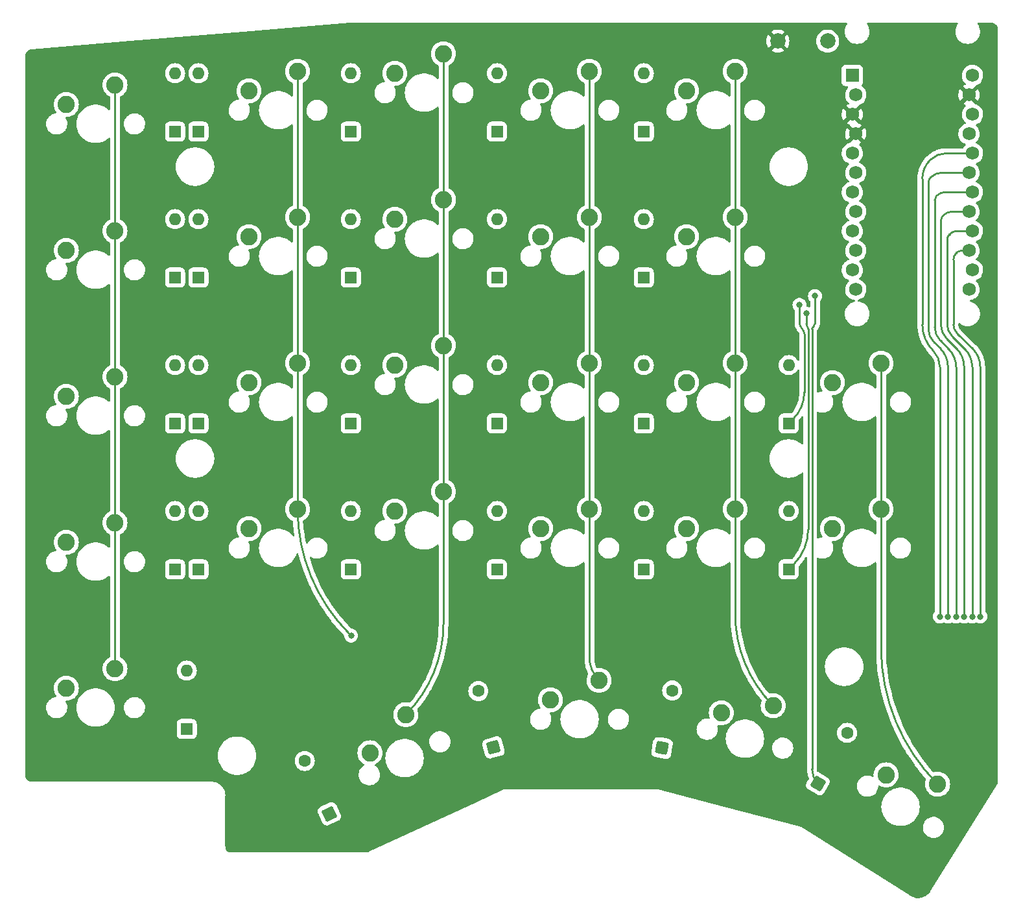
<source format=gtl>
%TF.GenerationSoftware,KiCad,Pcbnew,5.99.0-unknown-5f3c67bd2b~134~ubuntu20.04.1*%
%TF.CreationDate,2021-09-28T13:01:48+02:00*%
%TF.ProjectId,knuckle-pad,6b6e7563-6b6c-4652-9d70-61642e6b6963,rev?*%
%TF.SameCoordinates,Original*%
%TF.FileFunction,Copper,L1,Top*%
%TF.FilePolarity,Positive*%
%FSLAX46Y46*%
G04 Gerber Fmt 4.6, Leading zero omitted, Abs format (unit mm)*
G04 Created by KiCad (PCBNEW 5.99.0-unknown-5f3c67bd2b~134~ubuntu20.04.1) date 2021-09-28 13:01:48*
%MOMM*%
%LPD*%
G01*
G04 APERTURE LIST*
G04 Aperture macros list*
%AMRoundRect*
0 Rectangle with rounded corners*
0 $1 Rounding radius*
0 $2 $3 $4 $5 $6 $7 $8 $9 X,Y pos of 4 corners*
0 Add a 4 corners polygon primitive as box body*
4,1,4,$2,$3,$4,$5,$6,$7,$8,$9,$2,$3,0*
0 Add four circle primitives for the rounded corners*
1,1,$1+$1,$2,$3*
1,1,$1+$1,$4,$5*
1,1,$1+$1,$6,$7*
1,1,$1+$1,$8,$9*
0 Add four rect primitives between the rounded corners*
20,1,$1+$1,$2,$3,$4,$5,0*
20,1,$1+$1,$4,$5,$6,$7,0*
20,1,$1+$1,$6,$7,$8,$9,0*
20,1,$1+$1,$8,$9,$2,$3,0*%
%AMHorizOval*
0 Thick line with rounded ends*
0 $1 width*
0 $2 $3 position (X,Y) of the first rounded end (center of the circle)*
0 $4 $5 position (X,Y) of the second rounded end (center of the circle)*
0 Add line between two ends*
20,1,$1,$2,$3,$4,$5,0*
0 Add two circle primitives to create the rounded ends*
1,1,$1,$2,$3*
1,1,$1,$4,$5*%
G04 Aperture macros list end*
%TA.AperFunction,ComponentPad*%
%ADD10R,1.752600X1.752600*%
%TD*%
%TA.AperFunction,ComponentPad*%
%ADD11C,1.752600*%
%TD*%
%TA.AperFunction,ComponentPad*%
%ADD12C,2.250000*%
%TD*%
%TA.AperFunction,ComponentPad*%
%ADD13RoundRect,0.160000X0.640000X-0.640000X0.640000X0.640000X-0.640000X0.640000X-0.640000X-0.640000X0*%
%TD*%
%TA.AperFunction,ComponentPad*%
%ADD14O,1.600000X1.600000*%
%TD*%
%TA.AperFunction,ComponentPad*%
%ADD15RoundRect,0.160000X0.850513X-0.309561X0.309561X0.850513X-0.850513X0.309561X-0.309561X-0.850513X0*%
%TD*%
%TA.AperFunction,ComponentPad*%
%ADD16HorizOval,1.600000X0.000000X0.000000X0.000000X0.000000X0*%
%TD*%
%TA.AperFunction,ComponentPad*%
%ADD17RoundRect,0.160000X0.783837X-0.452548X0.452548X0.783837X-0.783837X0.452548X-0.452548X-0.783837X0*%
%TD*%
%TA.AperFunction,ComponentPad*%
%ADD18HorizOval,1.600000X0.000000X0.000000X0.000000X0.000000X0*%
%TD*%
%TA.AperFunction,ComponentPad*%
%ADD19RoundRect,0.160000X0.519142X-0.741412X0.741412X0.519142X-0.519142X0.741412X-0.741412X-0.519142X0*%
%TD*%
%TA.AperFunction,ComponentPad*%
%ADD20HorizOval,1.600000X0.000000X0.000000X0.000000X0.000000X0*%
%TD*%
%TA.AperFunction,ComponentPad*%
%ADD21RoundRect,0.160000X0.234256X-0.874256X0.874256X0.234256X-0.234256X0.874256X-0.874256X-0.234256X0*%
%TD*%
%TA.AperFunction,ComponentPad*%
%ADD22HorizOval,1.600000X0.000000X0.000000X0.000000X0.000000X0*%
%TD*%
%TA.AperFunction,ComponentPad*%
%ADD23C,2.000000*%
%TD*%
%TA.AperFunction,ViaPad*%
%ADD24C,0.800000*%
%TD*%
%TA.AperFunction,Conductor*%
%ADD25C,0.254000*%
%TD*%
G04 APERTURE END LIST*
D10*
%TO.P,U1,1,TX0/PD3*%
%TO.N,unconnected-(U1-Pad1)*%
X189788800Y-41173400D03*
D11*
%TO.P,U1,2,RX1/PD2*%
%TO.N,unconnected-(U1-Pad2)*%
X190246000Y-43713400D03*
%TO.P,U1,3,GND*%
%TO.N,GND*%
X189788800Y-46253400D03*
%TO.P,U1,4,GND*%
X190246000Y-48793400D03*
%TO.P,U1,5,2/PD1*%
%TO.N,unconnected-(U1-Pad5)*%
X189788800Y-51333400D03*
%TO.P,U1,6,3/PD0*%
%TO.N,unconnected-(U1-Pad6)*%
X190246000Y-53873400D03*
%TO.P,U1,7,4/PD4*%
%TO.N,row0*%
X189788800Y-56413400D03*
%TO.P,U1,8,5/PC6*%
%TO.N,row1*%
X190246000Y-58953400D03*
%TO.P,U1,9,6/PD7*%
%TO.N,row2*%
X189788800Y-61493400D03*
%TO.P,U1,10,7/PE6*%
%TO.N,row3*%
X190246000Y-64033400D03*
%TO.P,U1,11,8/PB4*%
%TO.N,row4*%
X189788800Y-66573400D03*
%TO.P,U1,12,9/PB5*%
%TO.N,unconnected-(U1-Pad12)*%
X190246000Y-69113400D03*
%TO.P,U1,13,10/PB6*%
%TO.N,unconnected-(U1-Pad13)*%
X205028800Y-69113400D03*
%TO.P,U1,14,16/PB2*%
%TO.N,unconnected-(U1-Pad14)*%
X205486000Y-66573400D03*
%TO.P,U1,15,14/PB3*%
%TO.N,col5*%
X205028800Y-64033400D03*
%TO.P,U1,16,15/PB1*%
%TO.N,col4*%
X205486000Y-61493400D03*
%TO.P,U1,17,A0/PF7*%
%TO.N,col3*%
X205028800Y-58953400D03*
%TO.P,U1,18,A1/PF6*%
%TO.N,col2*%
X205486000Y-56413400D03*
%TO.P,U1,19,A2/PF5*%
%TO.N,col1*%
X205028800Y-53873400D03*
%TO.P,U1,20,A3/PF4*%
%TO.N,col0*%
X205486000Y-51333400D03*
%TO.P,U1,21,VCC*%
%TO.N,VCC*%
X205028800Y-48793400D03*
%TO.P,U1,22,RST*%
%TO.N,RST*%
X205486000Y-46253400D03*
%TO.P,U1,23,GND*%
%TO.N,GND*%
X205028800Y-43713400D03*
%TO.P,U1,24,RAW*%
%TO.N,unconnected-(U1-Pad24)*%
X205486000Y-41173400D03*
%TD*%
D12*
%TO.P,SW1,1,1*%
%TO.N,Net-(D1-Pad2)*%
X87147400Y-44958000D03*
%TO.P,SW1,2,2*%
%TO.N,col0*%
X93497400Y-42418000D03*
%TD*%
%TO.P,SW2,1,1*%
%TO.N,Net-(D2-Pad2)*%
X87147400Y-64008000D03*
%TO.P,SW2,2,2*%
%TO.N,col0*%
X93497400Y-61468000D03*
%TD*%
%TO.P,SW3,1,1*%
%TO.N,Net-(D3-Pad2)*%
X87147400Y-83058000D03*
%TO.P,SW3,2,2*%
%TO.N,col0*%
X93497400Y-80518000D03*
%TD*%
%TO.P,SW4,1,1*%
%TO.N,Net-(D4-Pad2)*%
X87147400Y-102108000D03*
%TO.P,SW4,2,2*%
%TO.N,col0*%
X93497400Y-99568000D03*
%TD*%
%TO.P,SW5,1,1*%
%TO.N,Net-(D5-Pad2)*%
X87147400Y-121158000D03*
%TO.P,SW5,2,2*%
%TO.N,col0*%
X93497400Y-118618000D03*
%TD*%
%TO.P,SW6,1,1*%
%TO.N,Net-(D6-Pad2)*%
X110998000Y-43180000D03*
%TO.P,SW6,2,2*%
%TO.N,col1*%
X117348000Y-40640000D03*
%TD*%
%TO.P,SW7,1,1*%
%TO.N,Net-(D7-Pad2)*%
X110998000Y-62230000D03*
%TO.P,SW7,2,2*%
%TO.N,col1*%
X117348000Y-59690000D03*
%TD*%
%TO.P,SW8,1,1*%
%TO.N,Net-(D8-Pad2)*%
X110998000Y-81280000D03*
%TO.P,SW8,2,2*%
%TO.N,col1*%
X117348000Y-78740000D03*
%TD*%
%TO.P,SW9,1,1*%
%TO.N,Net-(D9-Pad2)*%
X110998000Y-100330000D03*
%TO.P,SW9,2,2*%
%TO.N,col1*%
X117348000Y-97790000D03*
%TD*%
%TO.P,SW10,1,1*%
%TO.N,Net-(D10-Pad2)*%
X130048000Y-40894000D03*
%TO.P,SW10,2,2*%
%TO.N,col2*%
X136398000Y-38354000D03*
%TD*%
%TO.P,SW11,1,1*%
%TO.N,Net-(D11-Pad2)*%
X130048000Y-59944000D03*
%TO.P,SW11,2,2*%
%TO.N,col2*%
X136398000Y-57404000D03*
%TD*%
%TO.P,SW12,1,1*%
%TO.N,Net-(D12-Pad2)*%
X130048000Y-78994000D03*
%TO.P,SW12,2,2*%
%TO.N,col2*%
X136398000Y-76454000D03*
%TD*%
%TO.P,SW13,1,1*%
%TO.N,Net-(D13-Pad2)*%
X130048000Y-98044000D03*
%TO.P,SW13,2,2*%
%TO.N,col2*%
X136398000Y-95504000D03*
%TD*%
%TO.P,SW14,1,1*%
%TO.N,Net-(D14-Pad2)*%
X126791517Y-129610154D03*
%TO.P,SW14,2,2*%
%TO.N,col2*%
X131473121Y-124624506D03*
%TD*%
%TO.P,SW15,1,1*%
%TO.N,Net-(D15-Pad2)*%
X149098000Y-43180000D03*
%TO.P,SW15,2,2*%
%TO.N,col3*%
X155448000Y-40640000D03*
%TD*%
%TO.P,SW16,1,1*%
%TO.N,Net-(D16-Pad2)*%
X149098000Y-62230000D03*
%TO.P,SW16,2,2*%
%TO.N,col3*%
X155448000Y-59690000D03*
%TD*%
%TO.P,SW17,1,1*%
%TO.N,Net-(D17-Pad2)*%
X149098000Y-81280000D03*
%TO.P,SW17,2,2*%
%TO.N,col3*%
X155448000Y-78740000D03*
%TD*%
%TO.P,SW18,1,1*%
%TO.N,Net-(D18-Pad2)*%
X149098000Y-100330000D03*
%TO.P,SW18,2,2*%
%TO.N,col3*%
X155448000Y-97790000D03*
%TD*%
%TO.P,SW19,1,1*%
%TO.N,Net-(D19-Pad2)*%
X150368000Y-122682000D03*
%TO.P,SW19,2,2*%
%TO.N,col3*%
X156718000Y-120142000D03*
%TD*%
%TO.P,SW20,1,1*%
%TO.N,Net-(D20-Pad2)*%
X168148000Y-43180000D03*
%TO.P,SW20,2,2*%
%TO.N,col4*%
X174498000Y-40640000D03*
%TD*%
%TO.P,SW21,1,1*%
%TO.N,Net-(D21-Pad2)*%
X168148000Y-62230000D03*
%TO.P,SW21,2,2*%
%TO.N,col4*%
X174498000Y-59690000D03*
%TD*%
%TO.P,SW22,1,1*%
%TO.N,Net-(D22-Pad2)*%
X168148000Y-81280000D03*
%TO.P,SW22,2,2*%
%TO.N,col4*%
X174498000Y-78740000D03*
%TD*%
%TO.P,SW23,1,1*%
%TO.N,Net-(D23-Pad2)*%
X168148000Y-100330000D03*
%TO.P,SW23,2,2*%
%TO.N,col4*%
X174498000Y-97790000D03*
%TD*%
%TO.P,SW24,1,1*%
%TO.N,Net-(D24-Pad2)*%
X172685655Y-124375726D03*
%TO.P,SW24,2,2*%
%TO.N,col4*%
X179461514Y-123447379D03*
%TD*%
%TO.P,SW25,1,1*%
%TO.N,Net-(D25-Pad2)*%
X187198000Y-81280000D03*
%TO.P,SW25,2,2*%
%TO.N,col5*%
X193548000Y-78740000D03*
%TD*%
%TO.P,SW26,1,1*%
%TO.N,Net-(D26-Pad2)*%
X187198000Y-100330000D03*
%TO.P,SW26,2,2*%
%TO.N,col5*%
X193548000Y-97790000D03*
%TD*%
%TO.P,SW27,1,1*%
%TO.N,Net-(D27-Pad2)*%
X194202932Y-132478965D03*
%TO.P,SW27,2,2*%
%TO.N,col5*%
X200934032Y-133689911D03*
%TD*%
D13*
%TO.P,D1,1,K*%
%TO.N,row0*%
X101346000Y-48514000D03*
D14*
%TO.P,D1,2,A*%
%TO.N,Net-(D1-Pad2)*%
X101346000Y-40894000D03*
%TD*%
D13*
%TO.P,D2,1,K*%
%TO.N,row1*%
X101346000Y-67561000D03*
D14*
%TO.P,D2,2,A*%
%TO.N,Net-(D2-Pad2)*%
X101346000Y-59941000D03*
%TD*%
D13*
%TO.P,D3,1,K*%
%TO.N,row2*%
X101346000Y-86614000D03*
D14*
%TO.P,D3,2,A*%
%TO.N,Net-(D3-Pad2)*%
X101346000Y-78994000D03*
%TD*%
D13*
%TO.P,D4,1,K*%
%TO.N,row3*%
X101346000Y-105664000D03*
D14*
%TO.P,D4,2,A*%
%TO.N,Net-(D4-Pad2)*%
X101346000Y-98044000D03*
%TD*%
D13*
%TO.P,D5,1,K*%
%TO.N,row4*%
X102870000Y-126492000D03*
D14*
%TO.P,D5,2,A*%
%TO.N,Net-(D5-Pad2)*%
X102870000Y-118872000D03*
%TD*%
D13*
%TO.P,D6,1,K*%
%TO.N,row0*%
X104394000Y-48514000D03*
D14*
%TO.P,D6,2,A*%
%TO.N,Net-(D6-Pad2)*%
X104394000Y-40894000D03*
%TD*%
D13*
%TO.P,D7,1,K*%
%TO.N,row1*%
X104394000Y-67564000D03*
D14*
%TO.P,D7,2,A*%
%TO.N,Net-(D7-Pad2)*%
X104394000Y-59944000D03*
%TD*%
D13*
%TO.P,D8,1,K*%
%TO.N,row2*%
X104394000Y-86614000D03*
D14*
%TO.P,D8,2,A*%
%TO.N,Net-(D8-Pad2)*%
X104394000Y-78994000D03*
%TD*%
D13*
%TO.P,D9,1,K*%
%TO.N,row3*%
X104394000Y-105664000D03*
D14*
%TO.P,D9,2,A*%
%TO.N,Net-(D9-Pad2)*%
X104394000Y-98044000D03*
%TD*%
D13*
%TO.P,D10,1,K*%
%TO.N,row0*%
X124300000Y-48514000D03*
D14*
%TO.P,D10,2,A*%
%TO.N,Net-(D10-Pad2)*%
X124300000Y-40894000D03*
%TD*%
D13*
%TO.P,D11,1,K*%
%TO.N,row1*%
X124300000Y-67564000D03*
D14*
%TO.P,D11,2,A*%
%TO.N,Net-(D11-Pad2)*%
X124300000Y-59944000D03*
%TD*%
D13*
%TO.P,D12,1,K*%
%TO.N,row2*%
X124300000Y-86614000D03*
D14*
%TO.P,D12,2,A*%
%TO.N,Net-(D12-Pad2)*%
X124300000Y-78994000D03*
%TD*%
D13*
%TO.P,D13,1,K*%
%TO.N,row3*%
X124300000Y-105664000D03*
D14*
%TO.P,D13,2,A*%
%TO.N,Net-(D13-Pad2)*%
X124300000Y-98044000D03*
%TD*%
D15*
%TO.P,D14,1,K*%
%TO.N,row4*%
X121498176Y-137565033D03*
D16*
%TO.P,D14,2,A*%
%TO.N,Net-(D14-Pad2)*%
X118277824Y-130658967D03*
%TD*%
D13*
%TO.P,D15,1,K*%
%TO.N,row0*%
X143383000Y-48514000D03*
D14*
%TO.P,D15,2,A*%
%TO.N,Net-(D15-Pad2)*%
X143383000Y-40894000D03*
%TD*%
D13*
%TO.P,D16,1,K*%
%TO.N,row1*%
X143383000Y-67564000D03*
D14*
%TO.P,D16,2,A*%
%TO.N,Net-(D16-Pad2)*%
X143383000Y-59944000D03*
%TD*%
D13*
%TO.P,D17,1,K*%
%TO.N,row2*%
X143383000Y-86614000D03*
D14*
%TO.P,D17,2,A*%
%TO.N,Net-(D17-Pad2)*%
X143383000Y-78994000D03*
%TD*%
D13*
%TO.P,D18,1,K*%
%TO.N,row3*%
X143383000Y-105664000D03*
D14*
%TO.P,D18,2,A*%
%TO.N,Net-(D18-Pad2)*%
X143383000Y-98044000D03*
%TD*%
D17*
%TO.P,D19,1,K*%
%TO.N,row4*%
X142923505Y-128902177D03*
D18*
%TO.P,D19,2,A*%
%TO.N,Net-(D19-Pad2)*%
X140951303Y-121541823D03*
%TD*%
D13*
%TO.P,D20,1,K*%
%TO.N,row0*%
X162560000Y-48514000D03*
D14*
%TO.P,D20,2,A*%
%TO.N,Net-(D20-Pad2)*%
X162560000Y-40894000D03*
%TD*%
D13*
%TO.P,D21,1,K*%
%TO.N,row1*%
X162560000Y-67564000D03*
D14*
%TO.P,D21,2,A*%
%TO.N,Net-(D21-Pad2)*%
X162560000Y-59944000D03*
%TD*%
D13*
%TO.P,D22,1,K*%
%TO.N,row2*%
X162560000Y-86614000D03*
D14*
%TO.P,D22,2,A*%
%TO.N,Net-(D22-Pad2)*%
X162560000Y-78994000D03*
%TD*%
D13*
%TO.P,D23,1,K*%
%TO.N,row3*%
X162560000Y-105664000D03*
D14*
%TO.P,D23,2,A*%
%TO.N,Net-(D23-Pad2)*%
X162560000Y-98044000D03*
%TD*%
D19*
%TO.P,D24,1,K*%
%TO.N,row4*%
X164946400Y-128974118D03*
D20*
%TO.P,D24,2,A*%
%TO.N,Net-(D24-Pad2)*%
X166269600Y-121469882D03*
%TD*%
D13*
%TO.P,D25,1,K*%
%TO.N,row2*%
X181483000Y-86614000D03*
D14*
%TO.P,D25,2,A*%
%TO.N,Net-(D25-Pad2)*%
X181483000Y-78994000D03*
%TD*%
D13*
%TO.P,D26,1,K*%
%TO.N,row3*%
X181483000Y-105664000D03*
D14*
%TO.P,D26,2,A*%
%TO.N,Net-(D26-Pad2)*%
X181483000Y-98044000D03*
%TD*%
D21*
%TO.P,D27,1,K*%
%TO.N,row4*%
X185293000Y-133601557D03*
D22*
%TO.P,D27,2,A*%
%TO.N,Net-(D27-Pad2)*%
X189103000Y-127002443D03*
%TD*%
D23*
%TO.P,RST1,1,1*%
%TO.N,RST*%
X186563000Y-36703000D03*
%TO.P,RST1,2,2*%
%TO.N,GND*%
X180063000Y-36703000D03*
%TD*%
D24*
%TO.N,row2*%
X182880000Y-71120000D03*
%TO.N,row3*%
X183769000Y-72263000D03*
%TO.N,row4*%
X184909993Y-69969990D03*
%TO.N,col0*%
X201232110Y-111810800D03*
%TO.N,col1*%
X124333000Y-114300000D03*
X202285613Y-111810800D03*
%TO.N,col2*%
X203339116Y-111810800D03*
%TO.N,col3*%
X204392619Y-111810800D03*
%TO.N,col4*%
X205446122Y-111810800D03*
%TO.N,col5*%
X206499625Y-111810800D03*
%TD*%
D25*
%TO.N,row2*%
X183515000Y-82550000D02*
X183515000Y-74908210D01*
X182880000Y-73375185D02*
X182880000Y-71120000D01*
X183514999Y-82550000D02*
G75*
G02*
X182078158Y-86018842I-4905675J-3D01*
G01*
X182880001Y-73375185D02*
G75*
G03*
X183261001Y-74294999I1300814J0D01*
G01*
X183261000Y-74295000D02*
G75*
G02*
X183515000Y-74908210I-613209J-613210D01*
G01*
%TO.N,row3*%
X184023000Y-100457000D02*
X184023000Y-74220075D01*
X183896000Y-73914000D02*
X183896376Y-73914376D01*
X183769000Y-73607466D02*
X183769000Y-72263000D01*
X183896376Y-73914376D02*
G75*
G02*
X184023000Y-74220075I-305707J-305701D01*
G01*
X184022999Y-100457000D02*
G75*
G02*
X182137145Y-105009853I-6438700J-3D01*
G01*
X183769001Y-73607466D02*
G75*
G03*
X183896001Y-73913999I433428J-2D01*
G01*
%TO.N,row4*%
X184910000Y-69972000D02*
X184910000Y-73562011D01*
X184912000Y-69970000D02*
X184910000Y-69972000D01*
X184530520Y-74300000D02*
X184530520Y-131760768D01*
X184770000Y-73900000D02*
X184644025Y-74025975D01*
X184530520Y-74300000D02*
G75*
G02*
X184644025Y-74025975I387531J-1D01*
G01*
X185293000Y-133601557D02*
G75*
G02*
X184530520Y-131760768I1840780J1840786D01*
G01*
X184770000Y-73900000D02*
G75*
G03*
X184910000Y-73562011I-337992J337991D01*
G01*
%TO.N,col0*%
X198932800Y-73680423D02*
X198932800Y-54675240D01*
X202095035Y-51333400D02*
X205486000Y-51333400D01*
X93472000Y-80010000D02*
X93472000Y-99060000D01*
X93472000Y-60960000D02*
X93472000Y-80010000D01*
X93497400Y-41910000D02*
X93497400Y-60898679D01*
X93472000Y-99060000D02*
X93472000Y-118110000D01*
X201232110Y-79231439D02*
X201232110Y-111810800D01*
X198932801Y-73680423D02*
G75*
G03*
X200355201Y-77114399I4856374J-1D01*
G01*
X202095035Y-51333401D02*
G75*
G03*
X199948801Y-52222401I2J-3035238D01*
G01*
X199948800Y-52222400D02*
G75*
G03*
X198932800Y-54675240I2452843J-2452842D01*
G01*
X200355200Y-77114400D02*
G75*
G02*
X201232110Y-79231448I-2117043J-2117046D01*
G01*
X93472000Y-60960000D02*
G75*
G03*
X93497400Y-60898679I-61321J61321D01*
G01*
%TO.N,col1*%
X201496704Y-53873400D02*
X205028800Y-53873400D01*
X117348000Y-59690000D02*
X117348000Y-78740000D01*
X117348000Y-78740000D02*
X117348000Y-97790000D01*
X199745600Y-74351654D02*
X199745600Y-55157531D01*
X201291538Y-76831537D02*
X200406000Y-75946000D01*
X117348000Y-40640000D02*
X117348000Y-59690000D01*
X124083192Y-114050192D02*
X124333000Y-114300000D01*
X202285613Y-79231448D02*
X202285613Y-111810800D01*
X199745600Y-74351654D02*
G75*
G03*
X200406000Y-75946000I2254747J1D01*
G01*
X201291538Y-76831537D02*
G75*
G02*
X202285613Y-79231448I-2399919J-2399913D01*
G01*
X124083192Y-114050192D02*
G75*
G02*
X117348000Y-97790000I16260190J16260191D01*
G01*
X201496704Y-53873400D02*
G75*
G03*
X200025000Y-54483000I0J-2081302D01*
G01*
X200025000Y-54483000D02*
G75*
G03*
X199745600Y-55157531I674537J-674534D01*
G01*
%TO.N,col2*%
X201952099Y-56413400D02*
X205486000Y-56413400D01*
X203339116Y-79231439D02*
X203339116Y-111810800D01*
X136398000Y-57404000D02*
X136398000Y-76454000D01*
X136398000Y-95504000D02*
X136398000Y-112734797D01*
X202371566Y-76895565D02*
X201295000Y-75819000D01*
X136398000Y-38354000D02*
X136398000Y-57404000D01*
X200558400Y-74040691D02*
X200558400Y-57447889D01*
X136398000Y-76454000D02*
X136398000Y-95504000D01*
X202371566Y-76895565D02*
G75*
G02*
X203339116Y-79231439I-2335875J-2335873D01*
G01*
X200787000Y-56896000D02*
G75*
G03*
X200558400Y-57447889I551887J-551888D01*
G01*
X131473121Y-124624506D02*
G75*
G03*
X136398000Y-112734797I-11889705J11889708D01*
G01*
X201952099Y-56413400D02*
G75*
G03*
X200787000Y-56896000I2J-1647703D01*
G01*
X200558401Y-74040691D02*
G75*
G03*
X201295001Y-75818999I2514912J2D01*
G01*
%TO.N,col3*%
X204392632Y-79231439D02*
X204392632Y-111810769D01*
X155448000Y-59690000D02*
X155448000Y-78740000D01*
X203379767Y-76786168D02*
X202082400Y-75488800D01*
X155448000Y-97790000D02*
X155448000Y-117075949D01*
X155448000Y-40640000D02*
X155448000Y-59690000D01*
X155448000Y-78740000D02*
X155448000Y-97790000D01*
X201371200Y-73771812D02*
X201371200Y-60171852D01*
X202841099Y-58953400D02*
X205028800Y-58953400D01*
X202841099Y-58953400D02*
G75*
G03*
X201676000Y-59436000I2J-1647703D01*
G01*
X204392619Y-111810800D02*
G75*
G03*
X204392632Y-111810769I-30J31D01*
G01*
X203379767Y-76786168D02*
G75*
G02*
X204392632Y-79231439I-2445270J-2445271D01*
G01*
X201371201Y-73771812D02*
G75*
G03*
X202082401Y-75488799I2428189J1D01*
G01*
X201676000Y-59436000D02*
G75*
G03*
X201371200Y-60171852I735853J-735853D01*
G01*
X156718000Y-120142000D02*
G75*
G02*
X155448000Y-117075949I3066041J3066047D01*
G01*
%TO.N,col4*%
X174498000Y-59690000D02*
X174498000Y-78740000D01*
X204459767Y-76850166D02*
X202844400Y-75234800D01*
X202184000Y-73680422D02*
X202184000Y-62611000D01*
X202844400Y-75234800D02*
X202816138Y-75206538D01*
X174498000Y-78740000D02*
X174498000Y-97790000D01*
X202453408Y-61960593D02*
X202565000Y-61849000D01*
X205446122Y-79231439D02*
X205446122Y-111810800D01*
X174498000Y-40640000D02*
X174498000Y-59690000D01*
X174498000Y-97790000D02*
X174498000Y-111464397D01*
X203423494Y-61493400D02*
X205486000Y-61493400D01*
X202453408Y-61960593D02*
G75*
G03*
X202184000Y-62611000I650406J-650407D01*
G01*
X203423494Y-61493400D02*
G75*
G03*
X202565000Y-61849000I2J-1214098D01*
G01*
X204459767Y-76850166D02*
G75*
G02*
X205446122Y-79231439I-2381274J-2381273D01*
G01*
X202184000Y-73680422D02*
G75*
G03*
X202816138Y-75206538I2158250J-1D01*
G01*
X179461514Y-123447379D02*
G75*
G02*
X174498000Y-111464397I11982979J11982981D01*
G01*
%TO.N,col5*%
X202996800Y-73680422D02*
X202996800Y-65278000D01*
X203631800Y-74980800D02*
X203467294Y-74816294D01*
X206499625Y-79231470D02*
X206499625Y-111810800D01*
X205521806Y-76870805D02*
X203631800Y-74980800D01*
X204005889Y-64033400D02*
X205028800Y-64033400D01*
X193548000Y-78740000D02*
X193548000Y-97790000D01*
X193548000Y-97790000D02*
X193548000Y-115858453D01*
X203391931Y-64324068D02*
X203454000Y-64262000D01*
X205521806Y-76870805D02*
G75*
G02*
X206499612Y-79231439I-2360641J-2360636D01*
G01*
X200934032Y-133689911D02*
G75*
G02*
X193548000Y-115858453I17831458J17831458D01*
G01*
X204005889Y-64033401D02*
G75*
G03*
X203454000Y-64262000I-3J-780482D01*
G01*
X206499612Y-79231439D02*
G75*
G02*
X206499625Y-79231470I-21J-27D01*
G01*
X203391931Y-64324068D02*
G75*
G03*
X202996800Y-65278000I953933J-953931D01*
G01*
X202996800Y-73680422D02*
G75*
G03*
X203467294Y-74816294I1606374J4D01*
G01*
%TD*%
%TA.AperFunction,Conductor*%
%TO.N,GND*%
G36*
X189086882Y-34310002D02*
G01*
X189133375Y-34363658D01*
X189143479Y-34433932D01*
X189116474Y-34493620D01*
X189117204Y-34494150D01*
X189114633Y-34497688D01*
X189114566Y-34497837D01*
X189111080Y-34501919D01*
X188978833Y-34717726D01*
X188976940Y-34722296D01*
X188976938Y-34722300D01*
X188912377Y-34878165D01*
X188881974Y-34951564D01*
X188880819Y-34956376D01*
X188824557Y-35190725D01*
X188822888Y-35197676D01*
X188803030Y-35450000D01*
X188822888Y-35702324D01*
X188824042Y-35707130D01*
X188824043Y-35707137D01*
X188849599Y-35813584D01*
X188881974Y-35948436D01*
X188883867Y-35953007D01*
X188883868Y-35953009D01*
X188920730Y-36042000D01*
X188978833Y-36182274D01*
X189111080Y-36398081D01*
X189275459Y-36590543D01*
X189467921Y-36754922D01*
X189683728Y-36887169D01*
X189688298Y-36889062D01*
X189688302Y-36889064D01*
X189912993Y-36982134D01*
X189917566Y-36984028D01*
X190002657Y-37004457D01*
X190158865Y-37041959D01*
X190158871Y-37041960D01*
X190163678Y-37043114D01*
X190416002Y-37062972D01*
X190668326Y-37043114D01*
X190673133Y-37041960D01*
X190673139Y-37041959D01*
X190829347Y-37004457D01*
X190914438Y-36984028D01*
X190919011Y-36982134D01*
X191143702Y-36889064D01*
X191143706Y-36889062D01*
X191148276Y-36887169D01*
X191364083Y-36754922D01*
X191556545Y-36590543D01*
X191720924Y-36398081D01*
X191853171Y-36182274D01*
X191911275Y-36042000D01*
X191948136Y-35953009D01*
X191948137Y-35953007D01*
X191950030Y-35948436D01*
X191982405Y-35813584D01*
X192007961Y-35707137D01*
X192007962Y-35707130D01*
X192009116Y-35702324D01*
X192028974Y-35450000D01*
X192009116Y-35197676D01*
X192007448Y-35190725D01*
X191951185Y-34956376D01*
X191950030Y-34951564D01*
X191919627Y-34878165D01*
X191855066Y-34722300D01*
X191855064Y-34722296D01*
X191853171Y-34717726D01*
X191720924Y-34501919D01*
X191717438Y-34497837D01*
X191717372Y-34497690D01*
X191714800Y-34494150D01*
X191715543Y-34493610D01*
X191688402Y-34433050D01*
X191699002Y-34362849D01*
X191745873Y-34309523D01*
X191813243Y-34290000D01*
X203462745Y-34290000D01*
X203530866Y-34310002D01*
X203577359Y-34363658D01*
X203587463Y-34433932D01*
X203560462Y-34493611D01*
X203561194Y-34494143D01*
X203558616Y-34497691D01*
X203558550Y-34497837D01*
X203555070Y-34501912D01*
X203422823Y-34717719D01*
X203420930Y-34722289D01*
X203420928Y-34722293D01*
X203356364Y-34878165D01*
X203325964Y-34951557D01*
X203324809Y-34956369D01*
X203268666Y-35190223D01*
X203266878Y-35197669D01*
X203247020Y-35449993D01*
X203266878Y-35702317D01*
X203268032Y-35707124D01*
X203268033Y-35707130D01*
X203301026Y-35844555D01*
X203325964Y-35948429D01*
X203327857Y-35953000D01*
X203327858Y-35953002D01*
X203364720Y-36041993D01*
X203422823Y-36182267D01*
X203555070Y-36398074D01*
X203719449Y-36590536D01*
X203911911Y-36754915D01*
X204127718Y-36887162D01*
X204132288Y-36889055D01*
X204132292Y-36889057D01*
X204356983Y-36982127D01*
X204361556Y-36984021D01*
X204446647Y-37004450D01*
X204602855Y-37041952D01*
X204602861Y-37041953D01*
X204607668Y-37043107D01*
X204859992Y-37062965D01*
X205112316Y-37043107D01*
X205117123Y-37041953D01*
X205117129Y-37041952D01*
X205273337Y-37004450D01*
X205358428Y-36984021D01*
X205363001Y-36982127D01*
X205587692Y-36889057D01*
X205587696Y-36889055D01*
X205592266Y-36887162D01*
X205808073Y-36754915D01*
X206000535Y-36590536D01*
X206164914Y-36398074D01*
X206297161Y-36182267D01*
X206355265Y-36041993D01*
X206392126Y-35953002D01*
X206392127Y-35953000D01*
X206394020Y-35948429D01*
X206418958Y-35844555D01*
X206451951Y-35707130D01*
X206451952Y-35707124D01*
X206453106Y-35702317D01*
X206472964Y-35449993D01*
X206453106Y-35197669D01*
X206451319Y-35190223D01*
X206395175Y-34956369D01*
X206394020Y-34951557D01*
X206363620Y-34878165D01*
X206299056Y-34722293D01*
X206299054Y-34722289D01*
X206297161Y-34717719D01*
X206164914Y-34501912D01*
X206161434Y-34497837D01*
X206161370Y-34497694D01*
X206158790Y-34494143D01*
X206159536Y-34493601D01*
X206132398Y-34433050D01*
X206142998Y-34362849D01*
X206189869Y-34309523D01*
X206257239Y-34290000D01*
X207967428Y-34290000D01*
X207990428Y-34292117D01*
X208004793Y-34294784D01*
X208013722Y-34293880D01*
X208013726Y-34293880D01*
X208015833Y-34293667D01*
X208044513Y-34294045D01*
X208154599Y-34308135D01*
X208178658Y-34313654D01*
X208303941Y-34355679D01*
X208326472Y-34365790D01*
X208441147Y-34431448D01*
X208461276Y-34445763D01*
X208560932Y-34532526D01*
X208577881Y-34550492D01*
X208658697Y-34655031D01*
X208671816Y-34675959D01*
X208730686Y-34794258D01*
X208739470Y-34817344D01*
X208774129Y-34944850D01*
X208778241Y-34969206D01*
X208785430Y-35073148D01*
X208784512Y-35089168D01*
X208785223Y-35089197D01*
X208784852Y-35098168D01*
X208783214Y-35106991D01*
X208784118Y-35115919D01*
X208787359Y-35147927D01*
X208788000Y-35160620D01*
X208788000Y-133524047D01*
X208768901Y-133590741D01*
X200001247Y-147644037D01*
X199989649Y-147659765D01*
X199974142Y-147677695D01*
X199967518Y-147692194D01*
X199954975Y-147713719D01*
X199829734Y-147886717D01*
X199818770Y-147899876D01*
X199653317Y-148073031D01*
X199640672Y-148084581D01*
X199499456Y-148196945D01*
X199453248Y-148233712D01*
X199439152Y-148243440D01*
X199233245Y-148365769D01*
X199217963Y-148373494D01*
X199013536Y-148459931D01*
X198997369Y-148466767D01*
X198981177Y-148472350D01*
X198749965Y-148534846D01*
X198733166Y-148538181D01*
X198630880Y-148551341D01*
X198495614Y-148568744D01*
X198478529Y-148569770D01*
X198358776Y-148568802D01*
X198239027Y-148567834D01*
X198221950Y-148566532D01*
X197984931Y-148532135D01*
X197968188Y-148528529D01*
X197738017Y-148462304D01*
X197721916Y-148456460D01*
X197502858Y-148359632D01*
X197487701Y-148351659D01*
X197311967Y-148243377D01*
X197295466Y-148230478D01*
X197291020Y-148227219D01*
X197284606Y-148220941D01*
X197276689Y-148216716D01*
X197276685Y-148216713D01*
X197239642Y-148196945D01*
X197231965Y-148192494D01*
X184446955Y-140163894D01*
X183087301Y-139310072D01*
X199008256Y-139310072D01*
X199008553Y-139315224D01*
X199008553Y-139315228D01*
X199013929Y-139408453D01*
X199021352Y-139537196D01*
X199022489Y-139542242D01*
X199022490Y-139542248D01*
X199042770Y-139632234D01*
X199071367Y-139759131D01*
X199156959Y-139969917D01*
X199275828Y-140163894D01*
X199424782Y-140335851D01*
X199599821Y-140481171D01*
X199604273Y-140483773D01*
X199604278Y-140483776D01*
X199698283Y-140538708D01*
X199796244Y-140595952D01*
X200008777Y-140677110D01*
X200013843Y-140678141D01*
X200013844Y-140678141D01*
X200112945Y-140698303D01*
X200231711Y-140722466D01*
X200359521Y-140727153D01*
X200453895Y-140730614D01*
X200453899Y-140730614D01*
X200459059Y-140730803D01*
X200464179Y-140730147D01*
X200464181Y-140730147D01*
X200679588Y-140702553D01*
X200679589Y-140702553D01*
X200684716Y-140701896D01*
X200767332Y-140677110D01*
X200897675Y-140638005D01*
X200897676Y-140638004D01*
X200902621Y-140636521D01*
X201106923Y-140536434D01*
X201111127Y-140533436D01*
X201111131Y-140533433D01*
X201287931Y-140407323D01*
X201287933Y-140407321D01*
X201292135Y-140404324D01*
X201453283Y-140243737D01*
X201459817Y-140234644D01*
X201583022Y-140063188D01*
X201583026Y-140063182D01*
X201586040Y-140058987D01*
X201686839Y-139855036D01*
X201752974Y-139637360D01*
X201766161Y-139537196D01*
X201782232Y-139415126D01*
X201782232Y-139415122D01*
X201782669Y-139411805D01*
X201784326Y-139343990D01*
X201765685Y-139117254D01*
X201710262Y-138896607D01*
X201619546Y-138687975D01*
X201495974Y-138496961D01*
X201342863Y-138328694D01*
X201164325Y-138187694D01*
X201149062Y-138179268D01*
X201111953Y-138158783D01*
X200965156Y-138077747D01*
X200960287Y-138076023D01*
X200960283Y-138076021D01*
X200755580Y-138003531D01*
X200755576Y-138003530D01*
X200750705Y-138001805D01*
X200745612Y-138000898D01*
X200745609Y-138000897D01*
X200531818Y-137962815D01*
X200531812Y-137962814D01*
X200526729Y-137961909D01*
X200453280Y-137961012D01*
X200304415Y-137959193D01*
X200304413Y-137959193D01*
X200299245Y-137959130D01*
X200074362Y-137993542D01*
X199858119Y-138064221D01*
X199853531Y-138066609D01*
X199853527Y-138066611D01*
X199660912Y-138166880D01*
X199656323Y-138169269D01*
X199652190Y-138172372D01*
X199652187Y-138172374D01*
X199634600Y-138185579D01*
X199474394Y-138305865D01*
X199470822Y-138309603D01*
X199362622Y-138422828D01*
X199317217Y-138470341D01*
X199189015Y-138658279D01*
X199186842Y-138662961D01*
X199186840Y-138662964D01*
X199146906Y-138748996D01*
X199093229Y-138864633D01*
X199077745Y-138920467D01*
X199035879Y-139071431D01*
X199032432Y-139083859D01*
X199031883Y-139088996D01*
X199010623Y-139287927D01*
X199008256Y-139310072D01*
X183087301Y-139310072D01*
X183059132Y-139292383D01*
X183045589Y-139282567D01*
X183028742Y-139268561D01*
X183028743Y-139268561D01*
X183021838Y-139262821D01*
X183013604Y-139259251D01*
X183013602Y-139259250D01*
X182957740Y-139235031D01*
X182956658Y-139234555D01*
X182901183Y-139209883D01*
X182901182Y-139209883D01*
X182892978Y-139206234D01*
X182867140Y-139202751D01*
X182858480Y-139201583D01*
X182843578Y-139198650D01*
X173059081Y-136652000D01*
X193580652Y-136652000D01*
X193600423Y-136966254D01*
X193659425Y-137275552D01*
X193756727Y-137575016D01*
X193758414Y-137578602D01*
X193758416Y-137578606D01*
X193889106Y-137856338D01*
X193889110Y-137856345D01*
X193890794Y-137859924D01*
X194059513Y-138125782D01*
X194260222Y-138368398D01*
X194489756Y-138583945D01*
X194744496Y-138769024D01*
X194747965Y-138770931D01*
X194747968Y-138770933D01*
X195016961Y-138918813D01*
X195020423Y-138920716D01*
X195313187Y-139036630D01*
X195618170Y-139114936D01*
X195930562Y-139154400D01*
X196245438Y-139154400D01*
X196557830Y-139114936D01*
X196862813Y-139036630D01*
X197155577Y-138920716D01*
X197159039Y-138918813D01*
X197428032Y-138770933D01*
X197428035Y-138770931D01*
X197431504Y-138769024D01*
X197686244Y-138583945D01*
X197915778Y-138368398D01*
X198116487Y-138125782D01*
X198285206Y-137859924D01*
X198286890Y-137856345D01*
X198286894Y-137856338D01*
X198417584Y-137578606D01*
X198417586Y-137578602D01*
X198419273Y-137575016D01*
X198516575Y-137275552D01*
X198575577Y-136966254D01*
X198595348Y-136652000D01*
X198575577Y-136337746D01*
X198516575Y-136028448D01*
X198419273Y-135728984D01*
X198417584Y-135725394D01*
X198286894Y-135447662D01*
X198286890Y-135447655D01*
X198285206Y-135444076D01*
X198116487Y-135178218D01*
X197915778Y-134935602D01*
X197686244Y-134720055D01*
X197431504Y-134534976D01*
X197403936Y-134519820D01*
X197159039Y-134385187D01*
X197159036Y-134385186D01*
X197155577Y-134383284D01*
X196862813Y-134267370D01*
X196557830Y-134189064D01*
X196245438Y-134149600D01*
X195930562Y-134149600D01*
X195618170Y-134189064D01*
X195313187Y-134267370D01*
X195020423Y-134383284D01*
X195016964Y-134385186D01*
X195016961Y-134385187D01*
X194772065Y-134519820D01*
X194744496Y-134534976D01*
X194489756Y-134720055D01*
X194260222Y-134935602D01*
X194059513Y-135178218D01*
X193890794Y-135444076D01*
X193889110Y-135447655D01*
X193889106Y-135447662D01*
X193758416Y-135725394D01*
X193756727Y-135728984D01*
X193659425Y-136028448D01*
X193600423Y-136337746D01*
X193580652Y-136652000D01*
X173059081Y-136652000D01*
X164395883Y-134397195D01*
X164374074Y-134389314D01*
X164369181Y-134387017D01*
X164369179Y-134387016D01*
X164361052Y-134383201D01*
X164338120Y-134379630D01*
X164320155Y-134376833D01*
X164308468Y-134374409D01*
X164308004Y-134374323D01*
X164303655Y-134373191D01*
X164297958Y-134372548D01*
X164281239Y-134370661D01*
X164275990Y-134369956D01*
X164255386Y-134366748D01*
X164255377Y-134366747D01*
X164250577Y-134366000D01*
X164245714Y-134366000D01*
X164242236Y-134365731D01*
X164232891Y-134365205D01*
X164195675Y-134361005D01*
X164186833Y-134362542D01*
X164186832Y-134362542D01*
X164177645Y-134364139D01*
X164156067Y-134366000D01*
X144409313Y-134366000D01*
X144408720Y-134365999D01*
X144337606Y-134365664D01*
X144337604Y-134365664D01*
X144328634Y-134365622D01*
X144320010Y-134368100D01*
X144320009Y-134368100D01*
X144300667Y-134373657D01*
X144283736Y-134377283D01*
X144263842Y-134380132D01*
X144263840Y-134380133D01*
X144254955Y-134381405D01*
X144246785Y-134385120D01*
X144246784Y-134385120D01*
X144223521Y-134395697D01*
X144222518Y-134396111D01*
X144221176Y-134396497D01*
X144192395Y-134409845D01*
X144191535Y-134410240D01*
X144126776Y-134439684D01*
X144126773Y-134439686D01*
X144122490Y-134441633D01*
X144121206Y-134442739D01*
X144119782Y-134443520D01*
X140710423Y-136024672D01*
X126695105Y-142524529D01*
X126689582Y-142526931D01*
X126685840Y-142528454D01*
X126681215Y-142529931D01*
X126676875Y-142532101D01*
X126676870Y-142532103D01*
X126654151Y-142543463D01*
X126650814Y-142545071D01*
X126626180Y-142556495D01*
X126622425Y-142558936D01*
X126618505Y-142561105D01*
X126618427Y-142560964D01*
X126613472Y-142563802D01*
X126525681Y-142607698D01*
X126469332Y-142621000D01*
X108710528Y-142621000D01*
X108691143Y-142619500D01*
X108676342Y-142617195D01*
X108676339Y-142617195D01*
X108667470Y-142615814D01*
X108656472Y-142617252D01*
X108627789Y-142617709D01*
X108524893Y-142607575D01*
X108500669Y-142602756D01*
X108381467Y-142566596D01*
X108358647Y-142557144D01*
X108248800Y-142498430D01*
X108228262Y-142484707D01*
X108131977Y-142405688D01*
X108114512Y-142388223D01*
X108035493Y-142291938D01*
X108021770Y-142271400D01*
X107963056Y-142161553D01*
X107953604Y-142138733D01*
X107917444Y-142019531D01*
X107912625Y-141995305D01*
X107903156Y-141899166D01*
X107903608Y-141883124D01*
X107902895Y-141883115D01*
X107903005Y-141874142D01*
X107904386Y-141865270D01*
X107901927Y-141846461D01*
X107900264Y-141833749D01*
X107899200Y-141817411D01*
X107899200Y-137263699D01*
X119974304Y-137263699D01*
X119995703Y-137424080D01*
X120019213Y-137489562D01*
X120020430Y-137492171D01*
X120020430Y-137492172D01*
X120580253Y-138692712D01*
X120605332Y-138746495D01*
X120640381Y-138806597D01*
X120749485Y-138926081D01*
X120883941Y-139016091D01*
X121035986Y-139071431D01*
X121043535Y-139072251D01*
X121043539Y-139072252D01*
X121150391Y-139083859D01*
X121196842Y-139088905D01*
X121204374Y-139087900D01*
X121204376Y-139087900D01*
X121280340Y-139077764D01*
X121357223Y-139067506D01*
X121422705Y-139043996D01*
X121436398Y-139037611D01*
X122677018Y-138459099D01*
X122677023Y-138459097D01*
X122679638Y-138457877D01*
X122739740Y-138422828D01*
X122859224Y-138313724D01*
X122949234Y-138179268D01*
X123004574Y-138027223D01*
X123005394Y-138019674D01*
X123005395Y-138019670D01*
X123021227Y-137873923D01*
X123022048Y-137866367D01*
X123000649Y-137705986D01*
X122977139Y-137640504D01*
X122944842Y-137571243D01*
X122392242Y-136386191D01*
X122392240Y-136386186D01*
X122391020Y-136383571D01*
X122364297Y-136337746D01*
X122359339Y-136329244D01*
X122359338Y-136329242D01*
X122355971Y-136323469D01*
X122246867Y-136203985D01*
X122112411Y-136113975D01*
X121960366Y-136058635D01*
X121952817Y-136057815D01*
X121952813Y-136057814D01*
X121845488Y-136046156D01*
X121799510Y-136041161D01*
X121791978Y-136042166D01*
X121791976Y-136042166D01*
X121716012Y-136052302D01*
X121639129Y-136062560D01*
X121573647Y-136086070D01*
X121571038Y-136087287D01*
X121571037Y-136087287D01*
X120319334Y-136670967D01*
X120319329Y-136670969D01*
X120316714Y-136672189D01*
X120256612Y-136707238D01*
X120137128Y-136816342D01*
X120047118Y-136950798D01*
X119991778Y-137102843D01*
X119990958Y-137110392D01*
X119990957Y-137110396D01*
X119979299Y-137217721D01*
X119974304Y-137263699D01*
X107899200Y-137263699D01*
X107899200Y-135206607D01*
X107900946Y-135185703D01*
X107903464Y-135170735D01*
X107904271Y-135165939D01*
X107904424Y-135153400D01*
X107903694Y-135148299D01*
X107902744Y-135139438D01*
X107885919Y-134904206D01*
X107885598Y-134899718D01*
X107847105Y-134722766D01*
X107832494Y-134655597D01*
X107832492Y-134655590D01*
X107831537Y-134651200D01*
X107742658Y-134412905D01*
X107620770Y-134189685D01*
X107468356Y-133986083D01*
X107288517Y-133806244D01*
X107084915Y-133653830D01*
X106861695Y-133531942D01*
X106724183Y-133480653D01*
X106627618Y-133444636D01*
X106627615Y-133444635D01*
X106623400Y-133443063D01*
X106619010Y-133442108D01*
X106619003Y-133442106D01*
X106436301Y-133402363D01*
X106374882Y-133389002D01*
X106370394Y-133388681D01*
X106154471Y-133373237D01*
X106142563Y-133371813D01*
X106138539Y-133371136D01*
X106138533Y-133371135D01*
X106133739Y-133370329D01*
X106127384Y-133370251D01*
X106126059Y-133370235D01*
X106126055Y-133370235D01*
X106121200Y-133370176D01*
X106097725Y-133373538D01*
X106093612Y-133374127D01*
X106075749Y-133375400D01*
X82624728Y-133375400D01*
X82605343Y-133373900D01*
X82590542Y-133371595D01*
X82590539Y-133371595D01*
X82581670Y-133370214D01*
X82570490Y-133371676D01*
X82541958Y-133372148D01*
X82435843Y-133361829D01*
X82411913Y-133357130D01*
X82289320Y-133320438D01*
X82266747Y-133311219D01*
X82153519Y-133251596D01*
X82133143Y-133238199D01*
X82118666Y-133226527D01*
X82033520Y-133157875D01*
X82016107Y-133140803D01*
X81989804Y-133109470D01*
X81933833Y-133042797D01*
X81920035Y-133022690D01*
X81858183Y-132910668D01*
X81848516Y-132888277D01*
X81809403Y-132766433D01*
X81804231Y-132742597D01*
X81803375Y-132735291D01*
X81792606Y-132643471D01*
X81792750Y-132627377D01*
X81792073Y-132627382D01*
X81792005Y-132618401D01*
X81793210Y-132609507D01*
X81789412Y-132584350D01*
X81788000Y-132565541D01*
X81788000Y-129984500D01*
X106922941Y-129984500D01*
X106942756Y-130299457D01*
X107001890Y-130609447D01*
X107003117Y-130613223D01*
X107083491Y-130860587D01*
X107099410Y-130909582D01*
X107101097Y-130913168D01*
X107101099Y-130913172D01*
X107232089Y-131191541D01*
X107232093Y-131191548D01*
X107233777Y-131195127D01*
X107402873Y-131461580D01*
X107442867Y-131509924D01*
X107568070Y-131661268D01*
X107604032Y-131704739D01*
X107606922Y-131707453D01*
X107606923Y-131707454D01*
X107804777Y-131893251D01*
X107834080Y-131920768D01*
X107837282Y-131923095D01*
X107837284Y-131923096D01*
X107908085Y-131974536D01*
X108089389Y-132106261D01*
X108092858Y-132108168D01*
X108092861Y-132108170D01*
X108325880Y-132236273D01*
X108365934Y-132258293D01*
X108525538Y-132321485D01*
X108655670Y-132373008D01*
X108655673Y-132373009D01*
X108659353Y-132374466D01*
X108663192Y-132375452D01*
X108663196Y-132375453D01*
X108733025Y-132393382D01*
X108965018Y-132452948D01*
X108968946Y-132453444D01*
X108968950Y-132453445D01*
X109121564Y-132472724D01*
X109278110Y-132492500D01*
X109593690Y-132492500D01*
X109750236Y-132472724D01*
X109902850Y-132453445D01*
X109902854Y-132453444D01*
X109906782Y-132452948D01*
X110138775Y-132393382D01*
X110208604Y-132375453D01*
X110208608Y-132375452D01*
X110212447Y-132374466D01*
X110216127Y-132373009D01*
X110216130Y-132373008D01*
X110346262Y-132321485D01*
X110505866Y-132258293D01*
X110545921Y-132236273D01*
X110778939Y-132108170D01*
X110778942Y-132108168D01*
X110782411Y-132106261D01*
X110963715Y-131974536D01*
X111034516Y-131923096D01*
X111034518Y-131923095D01*
X111037720Y-131920768D01*
X111067023Y-131893251D01*
X111264877Y-131707454D01*
X111264878Y-131707453D01*
X111267768Y-131704739D01*
X111303731Y-131661268D01*
X111428933Y-131509924D01*
X111468927Y-131461580D01*
X111638023Y-131195127D01*
X111639707Y-131191548D01*
X111639711Y-131191541D01*
X111770701Y-130913172D01*
X111770703Y-130913168D01*
X111772390Y-130909582D01*
X111788310Y-130860587D01*
X111853820Y-130658967D01*
X116964326Y-130658967D01*
X116984281Y-130887054D01*
X116985705Y-130892367D01*
X116985705Y-130892369D01*
X117035695Y-131078931D01*
X117043540Y-131108210D01*
X117045863Y-131113191D01*
X117045863Y-131113192D01*
X117137975Y-131310729D01*
X117137978Y-131310734D01*
X117140301Y-131315716D01*
X117271626Y-131503267D01*
X117433524Y-131665165D01*
X117438032Y-131668322D01*
X117438035Y-131668324D01*
X117490041Y-131704739D01*
X117621075Y-131796490D01*
X117626057Y-131798813D01*
X117626062Y-131798816D01*
X117823599Y-131890928D01*
X117828581Y-131893251D01*
X117833889Y-131894673D01*
X117833891Y-131894674D01*
X118044422Y-131951086D01*
X118044424Y-131951086D01*
X118049737Y-131952510D01*
X118277824Y-131972465D01*
X118505911Y-131952510D01*
X118511224Y-131951086D01*
X118511226Y-131951086D01*
X118721757Y-131894674D01*
X118721759Y-131894673D01*
X118727067Y-131893251D01*
X118732049Y-131890928D01*
X118929586Y-131798816D01*
X118929591Y-131798813D01*
X118934573Y-131796490D01*
X119065607Y-131704739D01*
X119117613Y-131668324D01*
X119117616Y-131668322D01*
X119122124Y-131665165D01*
X119284022Y-131503267D01*
X119415347Y-131315716D01*
X119417670Y-131310734D01*
X119417673Y-131310729D01*
X119509785Y-131113192D01*
X119509785Y-131113191D01*
X119512108Y-131108210D01*
X119519954Y-131078931D01*
X119569943Y-130892369D01*
X119569943Y-130892367D01*
X119571367Y-130887054D01*
X119591322Y-130658967D01*
X119571367Y-130430880D01*
X119556962Y-130377120D01*
X119513531Y-130215034D01*
X119513530Y-130215032D01*
X119512108Y-130209724D01*
X119498437Y-130180406D01*
X119417673Y-130007205D01*
X119417670Y-130007200D01*
X119415347Y-130002218D01*
X119284022Y-129814667D01*
X119122124Y-129652769D01*
X119117616Y-129649612D01*
X119117613Y-129649610D01*
X119061264Y-129610154D01*
X125152966Y-129610154D01*
X125173139Y-129866480D01*
X125174293Y-129871287D01*
X125174294Y-129871293D01*
X125205727Y-130002218D01*
X125233162Y-130116494D01*
X125235055Y-130121065D01*
X125235056Y-130121067D01*
X125329415Y-130348869D01*
X125331557Y-130354041D01*
X125465901Y-130573270D01*
X125632886Y-130768785D01*
X125828401Y-130935770D01*
X125832616Y-130938353D01*
X125832627Y-130938361D01*
X126004067Y-131043420D01*
X126051698Y-131096067D01*
X126063305Y-131166109D01*
X126035202Y-131231306D01*
X125996414Y-131262614D01*
X125974195Y-131274180D01*
X125970062Y-131277283D01*
X125970059Y-131277285D01*
X125907713Y-131324096D01*
X125792266Y-131410776D01*
X125788694Y-131414514D01*
X125703880Y-131503267D01*
X125635089Y-131575252D01*
X125506887Y-131763190D01*
X125504714Y-131767872D01*
X125504712Y-131767875D01*
X125418786Y-131952989D01*
X125411101Y-131969544D01*
X125350304Y-132188770D01*
X125349755Y-132193907D01*
X125328117Y-132396376D01*
X125326128Y-132414983D01*
X125326425Y-132420135D01*
X125326425Y-132420139D01*
X125331801Y-132513364D01*
X125339224Y-132642107D01*
X125340361Y-132647153D01*
X125340362Y-132647159D01*
X125360224Y-132735291D01*
X125389239Y-132864042D01*
X125474831Y-133074828D01*
X125593700Y-133268805D01*
X125742654Y-133440762D01*
X125917693Y-133586082D01*
X125922145Y-133588684D01*
X125922150Y-133588687D01*
X126040392Y-133657782D01*
X126114116Y-133700863D01*
X126326649Y-133782021D01*
X126331715Y-133783052D01*
X126331716Y-133783052D01*
X126421729Y-133801365D01*
X126549583Y-133827377D01*
X126677393Y-133832064D01*
X126771767Y-133835525D01*
X126771771Y-133835525D01*
X126776931Y-133835714D01*
X126782051Y-133835058D01*
X126782053Y-133835058D01*
X126997460Y-133807464D01*
X126997461Y-133807464D01*
X127002588Y-133806807D01*
X127020727Y-133801365D01*
X127215547Y-133742916D01*
X127215548Y-133742915D01*
X127220493Y-133741432D01*
X127424795Y-133641345D01*
X127428999Y-133638347D01*
X127429003Y-133638344D01*
X127605803Y-133512234D01*
X127605805Y-133512232D01*
X127610007Y-133509235D01*
X127771155Y-133348648D01*
X127821214Y-133278984D01*
X127900894Y-133168099D01*
X127900898Y-133168093D01*
X127903912Y-133163898D01*
X127969907Y-133030367D01*
X128002417Y-132964589D01*
X128002418Y-132964587D01*
X128004711Y-132959947D01*
X128070846Y-132742271D01*
X128072440Y-132730166D01*
X128100104Y-132520037D01*
X128100104Y-132520033D01*
X128100541Y-132516716D01*
X128101343Y-132483895D01*
X128102116Y-132452266D01*
X128102116Y-132452262D01*
X128102198Y-132448901D01*
X128083557Y-132222165D01*
X128028134Y-132001518D01*
X127974800Y-131878858D01*
X127939478Y-131797623D01*
X127939476Y-131797620D01*
X127937418Y-131792886D01*
X127813846Y-131601872D01*
X127660735Y-131433605D01*
X127484243Y-131294221D01*
X127443181Y-131236305D01*
X127439949Y-131165382D01*
X127475574Y-131103971D01*
X127514118Y-131078931D01*
X127530830Y-131072009D01*
X127530834Y-131072007D01*
X127535404Y-131070114D01*
X127754633Y-130935770D01*
X127950148Y-130768785D01*
X128117133Y-130573270D01*
X128251477Y-130354041D01*
X128253620Y-130348869D01*
X128273034Y-130302000D01*
X128810652Y-130302000D01*
X128830423Y-130616254D01*
X128889425Y-130925552D01*
X128986727Y-131225016D01*
X128988414Y-131228602D01*
X128988416Y-131228606D01*
X129119106Y-131506338D01*
X129119110Y-131506345D01*
X129120794Y-131509924D01*
X129122918Y-131513270D01*
X129122918Y-131513271D01*
X129164962Y-131579521D01*
X129289513Y-131775782D01*
X129490222Y-132018398D01*
X129719756Y-132233945D01*
X129974496Y-132419024D01*
X129977965Y-132420931D01*
X129977968Y-132420933D01*
X130246961Y-132568813D01*
X130250423Y-132570716D01*
X130412310Y-132634812D01*
X130522992Y-132678634D01*
X130543187Y-132686630D01*
X130848170Y-132764936D01*
X131160562Y-132804400D01*
X131475438Y-132804400D01*
X131787830Y-132764936D01*
X132092813Y-132686630D01*
X132113009Y-132678634D01*
X132223690Y-132634812D01*
X132385577Y-132570716D01*
X132389039Y-132568813D01*
X132658032Y-132420933D01*
X132658035Y-132420931D01*
X132661504Y-132419024D01*
X132916244Y-132233945D01*
X133145778Y-132018398D01*
X133346487Y-131775782D01*
X133471038Y-131579521D01*
X133513082Y-131513271D01*
X133513082Y-131513270D01*
X133515206Y-131509924D01*
X133516890Y-131506345D01*
X133516894Y-131506338D01*
X133647584Y-131228606D01*
X133647586Y-131228602D01*
X133649273Y-131225016D01*
X133746575Y-130925552D01*
X133805577Y-130616254D01*
X133825348Y-130302000D01*
X133805577Y-129987746D01*
X133746575Y-129678448D01*
X133672060Y-129449114D01*
X133650499Y-129382757D01*
X133650499Y-129382756D01*
X133649273Y-129378984D01*
X133647584Y-129375394D01*
X133516894Y-129097662D01*
X133516890Y-129097655D01*
X133515206Y-129094076D01*
X133346487Y-128828218D01*
X133145778Y-128585602D01*
X132916244Y-128370055D01*
X132886432Y-128348395D01*
X132713721Y-128222914D01*
X132661504Y-128184976D01*
X132650358Y-128178848D01*
X132545462Y-128121181D01*
X134534216Y-128121181D01*
X134534513Y-128126333D01*
X134534513Y-128126337D01*
X134537541Y-128178848D01*
X134547312Y-128348305D01*
X134548449Y-128353351D01*
X134548450Y-128353357D01*
X134555706Y-128385552D01*
X134597327Y-128570240D01*
X134682919Y-128781026D01*
X134801788Y-128975003D01*
X134950742Y-129146960D01*
X135125781Y-129292280D01*
X135130233Y-129294882D01*
X135130238Y-129294885D01*
X135274156Y-129378984D01*
X135322204Y-129407061D01*
X135534737Y-129488219D01*
X135539803Y-129489250D01*
X135539804Y-129489250D01*
X135625334Y-129506651D01*
X135757671Y-129533575D01*
X135885481Y-129538262D01*
X135979855Y-129541723D01*
X135979859Y-129541723D01*
X135985019Y-129541912D01*
X135990139Y-129541256D01*
X135990141Y-129541256D01*
X136205548Y-129513662D01*
X136205549Y-129513662D01*
X136210676Y-129513005D01*
X136231855Y-129506651D01*
X136423635Y-129449114D01*
X136423636Y-129449113D01*
X136428581Y-129447630D01*
X136632883Y-129347543D01*
X136637087Y-129344545D01*
X136637091Y-129344542D01*
X136813891Y-129218432D01*
X136813893Y-129218430D01*
X136818095Y-129215433D01*
X136979243Y-129054846D01*
X137033808Y-128978911D01*
X137108982Y-128874297D01*
X137108986Y-128874291D01*
X137112000Y-128870096D01*
X137201698Y-128688606D01*
X137210505Y-128670787D01*
X137210506Y-128670785D01*
X137212799Y-128666145D01*
X137262529Y-128502464D01*
X141468334Y-128502464D01*
X141480116Y-128571033D01*
X141480862Y-128573816D01*
X141480863Y-128573822D01*
X141735624Y-129524601D01*
X141839066Y-129910649D01*
X141840063Y-129913351D01*
X141840065Y-129913358D01*
X141851705Y-129944910D01*
X141863146Y-129975924D01*
X141873164Y-129991709D01*
X141945772Y-130106122D01*
X141945775Y-130106125D01*
X141949845Y-130112539D01*
X142066628Y-130224529D01*
X142073204Y-130228326D01*
X142073207Y-130228328D01*
X142200176Y-130301634D01*
X142206753Y-130305431D01*
X142214041Y-130307548D01*
X142214045Y-130307550D01*
X142354836Y-130348453D01*
X142354839Y-130348453D01*
X142362131Y-130350572D01*
X142454899Y-130354460D01*
X142517108Y-130357068D01*
X142517109Y-130357068D01*
X142523792Y-130357348D01*
X142592361Y-130345566D01*
X142595144Y-130344820D01*
X142595150Y-130344819D01*
X143912970Y-129991709D01*
X143931977Y-129986616D01*
X143934679Y-129985619D01*
X143934686Y-129985617D01*
X143990980Y-129964850D01*
X143990982Y-129964849D01*
X143997252Y-129962536D01*
X144074744Y-129913358D01*
X144127450Y-129879910D01*
X144127453Y-129879907D01*
X144133867Y-129875837D01*
X144147572Y-129861546D01*
X144240600Y-129764536D01*
X144245857Y-129759054D01*
X144249654Y-129752478D01*
X144249656Y-129752475D01*
X144322962Y-129625506D01*
X144322963Y-129625504D01*
X144326759Y-129618929D01*
X144328876Y-129611641D01*
X144328878Y-129611637D01*
X144361562Y-129499136D01*
X163531604Y-129499136D01*
X163532464Y-129505757D01*
X163532464Y-129505761D01*
X163546897Y-129616890D01*
X163552443Y-129659592D01*
X163555189Y-129666671D01*
X163555189Y-129666672D01*
X163583949Y-129740818D01*
X163610955Y-129810444D01*
X163703761Y-129942985D01*
X163709478Y-129947990D01*
X163709480Y-129947992D01*
X163819787Y-130044559D01*
X163819791Y-130044562D01*
X163825504Y-130049563D01*
X163832247Y-130053058D01*
X163832248Y-130053059D01*
X163840592Y-130057384D01*
X163969155Y-130124025D01*
X164036279Y-130142325D01*
X164836892Y-130283494D01*
X165399246Y-130382652D01*
X165399251Y-130382653D01*
X165402083Y-130383152D01*
X165404956Y-130383391D01*
X165404958Y-130383391D01*
X165464758Y-130388361D01*
X165464762Y-130388361D01*
X165471418Y-130388914D01*
X165478039Y-130388054D01*
X165478043Y-130388054D01*
X165624344Y-130369053D01*
X165631874Y-130368075D01*
X165668056Y-130354041D01*
X165775647Y-130312309D01*
X165775649Y-130312308D01*
X165782726Y-130309563D01*
X165915267Y-130216757D01*
X165921424Y-130209724D01*
X166016841Y-130100731D01*
X166016844Y-130100727D01*
X166021845Y-130095014D01*
X166054421Y-130032170D01*
X166093230Y-129957299D01*
X166096307Y-129951363D01*
X166114607Y-129884239D01*
X166310984Y-128770526D01*
X166354934Y-128521272D01*
X166354935Y-128521267D01*
X166355434Y-128518435D01*
X166356214Y-128509055D01*
X166360643Y-128455760D01*
X166360643Y-128455756D01*
X166361196Y-128449100D01*
X166348106Y-128348305D01*
X166341335Y-128296174D01*
X166340357Y-128288644D01*
X166332083Y-128267313D01*
X166284591Y-128144871D01*
X166284590Y-128144869D01*
X166281845Y-128137792D01*
X166189039Y-128005251D01*
X166173647Y-127991776D01*
X166073013Y-127903677D01*
X166073009Y-127903674D01*
X166067296Y-127898673D01*
X166060149Y-127894968D01*
X165929581Y-127827288D01*
X165923645Y-127824211D01*
X165856521Y-127805911D01*
X164908063Y-127638673D01*
X164493554Y-127565584D01*
X164493549Y-127565583D01*
X164490717Y-127565084D01*
X164487844Y-127564845D01*
X164487842Y-127564845D01*
X164428042Y-127559875D01*
X164428038Y-127559875D01*
X164421382Y-127559322D01*
X164414761Y-127560182D01*
X164414757Y-127560182D01*
X164268456Y-127579183D01*
X164260926Y-127580161D01*
X164253847Y-127582907D01*
X164253846Y-127582907D01*
X164117153Y-127635927D01*
X164117151Y-127635928D01*
X164110074Y-127638673D01*
X163977533Y-127731479D01*
X163972528Y-127737196D01*
X163972526Y-127737198D01*
X163875959Y-127847505D01*
X163875956Y-127847509D01*
X163870955Y-127853222D01*
X163867460Y-127859965D01*
X163867459Y-127859966D01*
X163829330Y-127933524D01*
X163796493Y-127996873D01*
X163778193Y-128063997D01*
X163643441Y-128828218D01*
X163541376Y-129407061D01*
X163537366Y-129429801D01*
X163537127Y-129432674D01*
X163537127Y-129432676D01*
X163532426Y-129489250D01*
X163531604Y-129499136D01*
X144361562Y-129499136D01*
X144369781Y-129470846D01*
X144369781Y-129470843D01*
X144371900Y-129463551D01*
X144376701Y-129349015D01*
X144378396Y-129308574D01*
X144378396Y-129308573D01*
X144378676Y-129301890D01*
X144366894Y-129233321D01*
X144362905Y-129218432D01*
X144017231Y-127928363D01*
X144007944Y-127893705D01*
X144006572Y-127889984D01*
X143986178Y-127834702D01*
X143986177Y-127834700D01*
X143983864Y-127828430D01*
X143922337Y-127731479D01*
X143901238Y-127698232D01*
X143901235Y-127698229D01*
X143897165Y-127691815D01*
X143888965Y-127683951D01*
X143785864Y-127585082D01*
X143780382Y-127579825D01*
X143773806Y-127576028D01*
X143773803Y-127576026D01*
X143646834Y-127502720D01*
X143646832Y-127502719D01*
X143640257Y-127498923D01*
X143632969Y-127496806D01*
X143632965Y-127496804D01*
X143492174Y-127455901D01*
X143492171Y-127455901D01*
X143484879Y-127453782D01*
X143392111Y-127449894D01*
X143329902Y-127447286D01*
X143329901Y-127447286D01*
X143323218Y-127447006D01*
X143254649Y-127458788D01*
X143251866Y-127459534D01*
X143251860Y-127459535D01*
X142198388Y-127741813D01*
X141915033Y-127817738D01*
X141912331Y-127818735D01*
X141912324Y-127818737D01*
X141856030Y-127839504D01*
X141856028Y-127839505D01*
X141849758Y-127841818D01*
X141819800Y-127860830D01*
X141719560Y-127924444D01*
X141719557Y-127924447D01*
X141713143Y-127928517D01*
X141707884Y-127934001D01*
X141639558Y-128005251D01*
X141601153Y-128045300D01*
X141597356Y-128051876D01*
X141597354Y-128051879D01*
X141537760Y-128155099D01*
X141520251Y-128185425D01*
X141518134Y-128192713D01*
X141518132Y-128192717D01*
X141485438Y-128305252D01*
X141475110Y-128340803D01*
X141473884Y-128370055D01*
X141470312Y-128455285D01*
X141468334Y-128502464D01*
X137262529Y-128502464D01*
X137278934Y-128448469D01*
X137288901Y-128372766D01*
X137308192Y-128226235D01*
X137308192Y-128226231D01*
X137308629Y-128222914D01*
X137310286Y-128155099D01*
X137291645Y-127928363D01*
X137242191Y-127731479D01*
X137237481Y-127712728D01*
X137237481Y-127712727D01*
X137236222Y-127707716D01*
X137163739Y-127541017D01*
X137147566Y-127503821D01*
X137147564Y-127503818D01*
X137145506Y-127499084D01*
X137065903Y-127376035D01*
X137024742Y-127312410D01*
X137024740Y-127312407D01*
X137021934Y-127308070D01*
X136868823Y-127139803D01*
X136690285Y-126998803D01*
X136652581Y-126977989D01*
X136575334Y-126935347D01*
X136491116Y-126888856D01*
X136486247Y-126887132D01*
X136486243Y-126887130D01*
X136281540Y-126814640D01*
X136281536Y-126814639D01*
X136276665Y-126812914D01*
X136271572Y-126812007D01*
X136271569Y-126812006D01*
X136057778Y-126773924D01*
X136057772Y-126773923D01*
X136052689Y-126773018D01*
X135979240Y-126772121D01*
X135830375Y-126770302D01*
X135830373Y-126770302D01*
X135825205Y-126770239D01*
X135600322Y-126804651D01*
X135384079Y-126875330D01*
X135379491Y-126877718D01*
X135379487Y-126877720D01*
X135186872Y-126977989D01*
X135182283Y-126980378D01*
X135178150Y-126983481D01*
X135178147Y-126983483D01*
X135004489Y-127113869D01*
X135000354Y-127116974D01*
X134996782Y-127120712D01*
X134871096Y-127252235D01*
X134843177Y-127281450D01*
X134714975Y-127469388D01*
X134712802Y-127474070D01*
X134712800Y-127474073D01*
X134623773Y-127665867D01*
X134619189Y-127675742D01*
X134558392Y-127894968D01*
X134557843Y-127900105D01*
X134535029Y-128113577D01*
X134534216Y-128121181D01*
X132545462Y-128121181D01*
X132389039Y-128035187D01*
X132389036Y-128035186D01*
X132385577Y-128033284D01*
X132099077Y-127919850D01*
X132096483Y-127918823D01*
X132096482Y-127918823D01*
X132092813Y-127917370D01*
X131787830Y-127839064D01*
X131475438Y-127799600D01*
X131160562Y-127799600D01*
X130848170Y-127839064D01*
X130543187Y-127917370D01*
X130539518Y-127918823D01*
X130539517Y-127918823D01*
X130536923Y-127919850D01*
X130250423Y-128033284D01*
X130246964Y-128035186D01*
X130246961Y-128035187D01*
X129985643Y-128178848D01*
X129974496Y-128184976D01*
X129922279Y-128222914D01*
X129749569Y-128348395D01*
X129719756Y-128370055D01*
X129490222Y-128585602D01*
X129289513Y-128828218D01*
X129120794Y-129094076D01*
X129119110Y-129097655D01*
X129119106Y-129097662D01*
X128988416Y-129375394D01*
X128986727Y-129378984D01*
X128985501Y-129382756D01*
X128985501Y-129382757D01*
X128963940Y-129449114D01*
X128889425Y-129678448D01*
X128830423Y-129987746D01*
X128810652Y-130302000D01*
X128273034Y-130302000D01*
X128347978Y-130121067D01*
X128347979Y-130121065D01*
X128349872Y-130116494D01*
X128377307Y-130002218D01*
X128408740Y-129871293D01*
X128408741Y-129871287D01*
X128409895Y-129866480D01*
X128430068Y-129610154D01*
X128409895Y-129353828D01*
X128408387Y-129347543D01*
X128370376Y-129189221D01*
X128349872Y-129103814D01*
X128347324Y-129097662D01*
X128253372Y-128870841D01*
X128253370Y-128870837D01*
X128251477Y-128866267D01*
X128117133Y-128647038D01*
X127950148Y-128451523D01*
X127754633Y-128284538D01*
X127535404Y-128150194D01*
X127530834Y-128148301D01*
X127530830Y-128148299D01*
X127302430Y-128053693D01*
X127302428Y-128053692D01*
X127297857Y-128051799D01*
X127211015Y-128030950D01*
X127052656Y-127992931D01*
X127052650Y-127992930D01*
X127047843Y-127991776D01*
X126791517Y-127971603D01*
X126535191Y-127991776D01*
X126530384Y-127992930D01*
X126530378Y-127992931D01*
X126372019Y-128030950D01*
X126285177Y-128051799D01*
X126280606Y-128053692D01*
X126280604Y-128053693D01*
X126052204Y-128148299D01*
X126052200Y-128148301D01*
X126047630Y-128150194D01*
X125828401Y-128284538D01*
X125632886Y-128451523D01*
X125465901Y-128647038D01*
X125331557Y-128866267D01*
X125329664Y-128870837D01*
X125329662Y-128870841D01*
X125235710Y-129097662D01*
X125233162Y-129103814D01*
X125212658Y-129189221D01*
X125174648Y-129347543D01*
X125173139Y-129353828D01*
X125152966Y-129610154D01*
X119061264Y-129610154D01*
X118962867Y-129541256D01*
X118934573Y-129521444D01*
X118929591Y-129519121D01*
X118929586Y-129519118D01*
X118732049Y-129427006D01*
X118732048Y-129427006D01*
X118727067Y-129424683D01*
X118721759Y-129423261D01*
X118721757Y-129423260D01*
X118511226Y-129366848D01*
X118511224Y-129366848D01*
X118505911Y-129365424D01*
X118277824Y-129345469D01*
X118049737Y-129365424D01*
X118044424Y-129366848D01*
X118044422Y-129366848D01*
X117833891Y-129423260D01*
X117833889Y-129423261D01*
X117828581Y-129424683D01*
X117823600Y-129427006D01*
X117823599Y-129427006D01*
X117626062Y-129519118D01*
X117626057Y-129519121D01*
X117621075Y-129521444D01*
X117592781Y-129541256D01*
X117438035Y-129649610D01*
X117438032Y-129649612D01*
X117433524Y-129652769D01*
X117271626Y-129814667D01*
X117140301Y-130002218D01*
X117137978Y-130007200D01*
X117137975Y-130007205D01*
X117057211Y-130180406D01*
X117043540Y-130209724D01*
X117042118Y-130215032D01*
X117042117Y-130215034D01*
X116998686Y-130377120D01*
X116984281Y-130430880D01*
X116964326Y-130658967D01*
X111853820Y-130658967D01*
X111868683Y-130613223D01*
X111869910Y-130609447D01*
X111929044Y-130299457D01*
X111948859Y-129984500D01*
X111929044Y-129669543D01*
X111869910Y-129359553D01*
X111772390Y-129059418D01*
X111770239Y-129054846D01*
X111639711Y-128777459D01*
X111639707Y-128777452D01*
X111638023Y-128773873D01*
X111631902Y-128764227D01*
X111592733Y-128702507D01*
X111468927Y-128507420D01*
X111330164Y-128339685D01*
X111270293Y-128267313D01*
X111270292Y-128267312D01*
X111267768Y-128264261D01*
X111235974Y-128234404D01*
X111040607Y-128050943D01*
X111040606Y-128050942D01*
X111037720Y-128048232D01*
X111033685Y-128045300D01*
X110911566Y-127956576D01*
X110782411Y-127862739D01*
X110760403Y-127850640D01*
X110509328Y-127712610D01*
X110509325Y-127712609D01*
X110505866Y-127710707D01*
X110328582Y-127640515D01*
X110216130Y-127595992D01*
X110216127Y-127595991D01*
X110212447Y-127594534D01*
X110208608Y-127593548D01*
X110208604Y-127593547D01*
X110029333Y-127547518D01*
X109906782Y-127516052D01*
X109902854Y-127515556D01*
X109902850Y-127515555D01*
X109750236Y-127496276D01*
X109593690Y-127476500D01*
X109278110Y-127476500D01*
X109121564Y-127496276D01*
X108968950Y-127515555D01*
X108968946Y-127515556D01*
X108965018Y-127516052D01*
X108842467Y-127547518D01*
X108663196Y-127593547D01*
X108663192Y-127593548D01*
X108659353Y-127594534D01*
X108655673Y-127595991D01*
X108655670Y-127595992D01*
X108543218Y-127640515D01*
X108365934Y-127710707D01*
X108362475Y-127712609D01*
X108362472Y-127712610D01*
X108111397Y-127850640D01*
X108089389Y-127862739D01*
X107960234Y-127956576D01*
X107838116Y-128045300D01*
X107834080Y-128048232D01*
X107831194Y-128050942D01*
X107831193Y-128050943D01*
X107635827Y-128234404D01*
X107604032Y-128264261D01*
X107601508Y-128267312D01*
X107601507Y-128267313D01*
X107541636Y-128339685D01*
X107402873Y-128507420D01*
X107279067Y-128702507D01*
X107239899Y-128764227D01*
X107233777Y-128773873D01*
X107232093Y-128777452D01*
X107232089Y-128777459D01*
X107101561Y-129054846D01*
X107099410Y-129059418D01*
X107001890Y-129359553D01*
X106942756Y-129669543D01*
X106925234Y-129948047D01*
X106922941Y-129984500D01*
X81788000Y-129984500D01*
X81788000Y-123664082D01*
X84489572Y-123664082D01*
X84489869Y-123669234D01*
X84489869Y-123669238D01*
X84494247Y-123745169D01*
X84502668Y-123891206D01*
X84503805Y-123896252D01*
X84503806Y-123896258D01*
X84514895Y-123945462D01*
X84552683Y-124113141D01*
X84638275Y-124323927D01*
X84757144Y-124517904D01*
X84760528Y-124521810D01*
X84760529Y-124521812D01*
X84777128Y-124540974D01*
X84906098Y-124689861D01*
X85081137Y-124835181D01*
X85085589Y-124837783D01*
X85085594Y-124837786D01*
X85207926Y-124909271D01*
X85277560Y-124949962D01*
X85490093Y-125031120D01*
X85495159Y-125032151D01*
X85495160Y-125032151D01*
X85594261Y-125052313D01*
X85713027Y-125076476D01*
X85840837Y-125081163D01*
X85935211Y-125084624D01*
X85935215Y-125084624D01*
X85940375Y-125084813D01*
X85945495Y-125084157D01*
X85945497Y-125084157D01*
X86160904Y-125056563D01*
X86160905Y-125056563D01*
X86166032Y-125055906D01*
X86248648Y-125031120D01*
X86378991Y-124992015D01*
X86378992Y-124992014D01*
X86383937Y-124990531D01*
X86588239Y-124890444D01*
X86592443Y-124887446D01*
X86592447Y-124887443D01*
X86769247Y-124761333D01*
X86769249Y-124761331D01*
X86773451Y-124758334D01*
X86934599Y-124597747D01*
X86954019Y-124570722D01*
X87064338Y-124417198D01*
X87064342Y-124417192D01*
X87067356Y-124412997D01*
X87168155Y-124209046D01*
X87234290Y-123991370D01*
X87239247Y-123953719D01*
X87263548Y-123769136D01*
X87263548Y-123769132D01*
X87263985Y-123765815D01*
X87264415Y-123748218D01*
X87265560Y-123701365D01*
X87265560Y-123701361D01*
X87265642Y-123698000D01*
X88450052Y-123698000D01*
X88469823Y-124012254D01*
X88528825Y-124321552D01*
X88626127Y-124621016D01*
X88627814Y-124624602D01*
X88627816Y-124624606D01*
X88758506Y-124902338D01*
X88758510Y-124902345D01*
X88760194Y-124905924D01*
X88928913Y-125171782D01*
X89129622Y-125414398D01*
X89359156Y-125629945D01*
X89613896Y-125815024D01*
X89617365Y-125816931D01*
X89617368Y-125816933D01*
X89883809Y-125963410D01*
X89889823Y-125966716D01*
X90182587Y-126082630D01*
X90487570Y-126160936D01*
X90799962Y-126200400D01*
X91114838Y-126200400D01*
X91427230Y-126160936D01*
X91732213Y-126082630D01*
X92024977Y-125966716D01*
X92030991Y-125963410D01*
X92297432Y-125816933D01*
X92297435Y-125816931D01*
X92300904Y-125815024D01*
X92323561Y-125798563D01*
X101561500Y-125798563D01*
X101561501Y-127185436D01*
X101561764Y-127188295D01*
X101561764Y-127188303D01*
X101564867Y-127222076D01*
X101567866Y-127254719D01*
X101616252Y-127409118D01*
X101700070Y-127547518D01*
X101814482Y-127661930D01*
X101952882Y-127745748D01*
X101960129Y-127748019D01*
X101960131Y-127748020D01*
X101992112Y-127758042D01*
X102107281Y-127794134D01*
X102176563Y-127800500D01*
X102179461Y-127800500D01*
X102871799Y-127800499D01*
X103563436Y-127800499D01*
X103566295Y-127800236D01*
X103566303Y-127800236D01*
X103600076Y-127797133D01*
X103632719Y-127794134D01*
X103661869Y-127784999D01*
X103779869Y-127748020D01*
X103779871Y-127748019D01*
X103787118Y-127745748D01*
X103925518Y-127661930D01*
X104039930Y-127547518D01*
X104123748Y-127409118D01*
X104172134Y-127254719D01*
X104178500Y-127185437D01*
X104178499Y-125798564D01*
X104178234Y-125795672D01*
X104172745Y-125735935D01*
X104172134Y-125729281D01*
X104162371Y-125698126D01*
X104126020Y-125582131D01*
X104126019Y-125582129D01*
X104123748Y-125574882D01*
X104039930Y-125436482D01*
X103925518Y-125322070D01*
X103787118Y-125238252D01*
X103779871Y-125235981D01*
X103779869Y-125235980D01*
X103717715Y-125216502D01*
X103632719Y-125189866D01*
X103563437Y-125183500D01*
X103560539Y-125183500D01*
X102868201Y-125183501D01*
X102176564Y-125183501D01*
X102173705Y-125183764D01*
X102173697Y-125183764D01*
X102139924Y-125186867D01*
X102107281Y-125189866D01*
X102100903Y-125191865D01*
X102100902Y-125191865D01*
X101960131Y-125235980D01*
X101960129Y-125235981D01*
X101952882Y-125238252D01*
X101814482Y-125322070D01*
X101700070Y-125436482D01*
X101616252Y-125574882D01*
X101613981Y-125582129D01*
X101613980Y-125582131D01*
X101599846Y-125627234D01*
X101567866Y-125729281D01*
X101561500Y-125798563D01*
X92323561Y-125798563D01*
X92555644Y-125629945D01*
X92785178Y-125414398D01*
X92985887Y-125171782D01*
X93154606Y-124905924D01*
X93156290Y-124902345D01*
X93156294Y-124902338D01*
X93286984Y-124624606D01*
X93286986Y-124624602D01*
X93288673Y-124621016D01*
X93385975Y-124321552D01*
X93444977Y-124012254D01*
X93464748Y-123698000D01*
X93462614Y-123664082D01*
X94649572Y-123664082D01*
X94649869Y-123669234D01*
X94649869Y-123669238D01*
X94654247Y-123745169D01*
X94662668Y-123891206D01*
X94663805Y-123896252D01*
X94663806Y-123896258D01*
X94674895Y-123945462D01*
X94712683Y-124113141D01*
X94798275Y-124323927D01*
X94917144Y-124517904D01*
X94920528Y-124521810D01*
X94920529Y-124521812D01*
X94937128Y-124540974D01*
X95066098Y-124689861D01*
X95241137Y-124835181D01*
X95245589Y-124837783D01*
X95245594Y-124837786D01*
X95367926Y-124909271D01*
X95437560Y-124949962D01*
X95650093Y-125031120D01*
X95655159Y-125032151D01*
X95655160Y-125032151D01*
X95754261Y-125052313D01*
X95873027Y-125076476D01*
X96000837Y-125081163D01*
X96095211Y-125084624D01*
X96095215Y-125084624D01*
X96100375Y-125084813D01*
X96105495Y-125084157D01*
X96105497Y-125084157D01*
X96320904Y-125056563D01*
X96320905Y-125056563D01*
X96326032Y-125055906D01*
X96408648Y-125031120D01*
X96538991Y-124992015D01*
X96538992Y-124992014D01*
X96543937Y-124990531D01*
X96748239Y-124890444D01*
X96752443Y-124887446D01*
X96752447Y-124887443D01*
X96929247Y-124761333D01*
X96929249Y-124761331D01*
X96933451Y-124758334D01*
X97067747Y-124624506D01*
X129834570Y-124624506D01*
X129854743Y-124880832D01*
X129855897Y-124885639D01*
X129855898Y-124885645D01*
X129890381Y-125029275D01*
X129914766Y-125130846D01*
X129916659Y-125135417D01*
X129916660Y-125135419D01*
X130000921Y-125338842D01*
X130013161Y-125368393D01*
X130147505Y-125587622D01*
X130314490Y-125783137D01*
X130510005Y-125950122D01*
X130729234Y-126084466D01*
X130733804Y-126086359D01*
X130733808Y-126086361D01*
X130962208Y-126180967D01*
X130966781Y-126182861D01*
X131037233Y-126199775D01*
X131211982Y-126241729D01*
X131211988Y-126241730D01*
X131216795Y-126242884D01*
X131473121Y-126263057D01*
X131729447Y-126242884D01*
X131734254Y-126241730D01*
X131734260Y-126241729D01*
X131909009Y-126199775D01*
X131979461Y-126182861D01*
X131984034Y-126180967D01*
X132212434Y-126086361D01*
X132212438Y-126086359D01*
X132217008Y-126084466D01*
X132436237Y-125950122D01*
X132631752Y-125783137D01*
X132798737Y-125587622D01*
X132933081Y-125368393D01*
X132945322Y-125338842D01*
X133007768Y-125188082D01*
X147710172Y-125188082D01*
X147710469Y-125193234D01*
X147710469Y-125193238D01*
X147716929Y-125305263D01*
X147723268Y-125415206D01*
X147724405Y-125420252D01*
X147724406Y-125420258D01*
X147741230Y-125494912D01*
X147773283Y-125637141D01*
X147858875Y-125847927D01*
X147977744Y-126041904D01*
X148126698Y-126213861D01*
X148301737Y-126359181D01*
X148306189Y-126361783D01*
X148306194Y-126361786D01*
X148422798Y-126429924D01*
X148498160Y-126473962D01*
X148710693Y-126555120D01*
X148715759Y-126556151D01*
X148715760Y-126556151D01*
X148814861Y-126576313D01*
X148933627Y-126600476D01*
X149061437Y-126605163D01*
X149155811Y-126608624D01*
X149155815Y-126608624D01*
X149160975Y-126608813D01*
X149166095Y-126608157D01*
X149166097Y-126608157D01*
X149381504Y-126580563D01*
X149381505Y-126580563D01*
X149386632Y-126579906D01*
X149469248Y-126555120D01*
X149599591Y-126516015D01*
X149599592Y-126516014D01*
X149604537Y-126514531D01*
X149808839Y-126414444D01*
X149813043Y-126411446D01*
X149813047Y-126411443D01*
X149989847Y-126285333D01*
X149989849Y-126285331D01*
X149994051Y-126282334D01*
X150155199Y-126121747D01*
X150183308Y-126082630D01*
X150284938Y-125941198D01*
X150284942Y-125941192D01*
X150287956Y-125936997D01*
X150356374Y-125798564D01*
X150386461Y-125737688D01*
X150386462Y-125737686D01*
X150388755Y-125733046D01*
X150454890Y-125515370D01*
X150457547Y-125495187D01*
X150484148Y-125293136D01*
X150484148Y-125293132D01*
X150484585Y-125289815D01*
X150485845Y-125238252D01*
X150486160Y-125225365D01*
X150486160Y-125225361D01*
X150486242Y-125222000D01*
X151670652Y-125222000D01*
X151690423Y-125536254D01*
X151749425Y-125845552D01*
X151788175Y-125964813D01*
X151826457Y-126082630D01*
X151846727Y-126145016D01*
X151848414Y-126148602D01*
X151848416Y-126148606D01*
X151979106Y-126426338D01*
X151979110Y-126426345D01*
X151980794Y-126429924D01*
X152149513Y-126695782D01*
X152350222Y-126938398D01*
X152579756Y-127153945D01*
X152582958Y-127156272D01*
X152582960Y-127156273D01*
X152623100Y-127185436D01*
X152834496Y-127339024D01*
X152837965Y-127340931D01*
X152837968Y-127340933D01*
X153071627Y-127469388D01*
X153110423Y-127490716D01*
X153403187Y-127606630D01*
X153708170Y-127684936D01*
X154020562Y-127724400D01*
X154335438Y-127724400D01*
X154647830Y-127684936D01*
X154952813Y-127606630D01*
X155245577Y-127490716D01*
X155284373Y-127469388D01*
X155518032Y-127340933D01*
X155518035Y-127340931D01*
X155521504Y-127339024D01*
X155732900Y-127185436D01*
X155773040Y-127156273D01*
X155773042Y-127156272D01*
X155776244Y-127153945D01*
X156005778Y-126938398D01*
X156206487Y-126695782D01*
X156375206Y-126429924D01*
X156376890Y-126426345D01*
X156376894Y-126426338D01*
X156507584Y-126148606D01*
X156507586Y-126148602D01*
X156509273Y-126145016D01*
X156529544Y-126082630D01*
X156567825Y-125964813D01*
X156606575Y-125845552D01*
X156665577Y-125536254D01*
X156685348Y-125222000D01*
X156683214Y-125188082D01*
X157870172Y-125188082D01*
X157870469Y-125193234D01*
X157870469Y-125193238D01*
X157876929Y-125305263D01*
X157883268Y-125415206D01*
X157884405Y-125420252D01*
X157884406Y-125420258D01*
X157901230Y-125494912D01*
X157933283Y-125637141D01*
X158018875Y-125847927D01*
X158137744Y-126041904D01*
X158286698Y-126213861D01*
X158461737Y-126359181D01*
X158466189Y-126361783D01*
X158466194Y-126361786D01*
X158582798Y-126429924D01*
X158658160Y-126473962D01*
X158870693Y-126555120D01*
X158875759Y-126556151D01*
X158875760Y-126556151D01*
X158974861Y-126576313D01*
X159093627Y-126600476D01*
X159221437Y-126605163D01*
X159315811Y-126608624D01*
X159315815Y-126608624D01*
X159320975Y-126608813D01*
X159326095Y-126608157D01*
X159326097Y-126608157D01*
X159541504Y-126580563D01*
X159541505Y-126580563D01*
X159546632Y-126579906D01*
X159629248Y-126555120D01*
X159759591Y-126516015D01*
X159759592Y-126516014D01*
X159764537Y-126514531D01*
X159795997Y-126499119D01*
X169451070Y-126499119D01*
X169451367Y-126504271D01*
X169451367Y-126504275D01*
X169455728Y-126579906D01*
X169464166Y-126726243D01*
X169465303Y-126731289D01*
X169465304Y-126731295D01*
X169481836Y-126804651D01*
X169514181Y-126948178D01*
X169599773Y-127158964D01*
X169718642Y-127352941D01*
X169867596Y-127524898D01*
X170042635Y-127670218D01*
X170047087Y-127672820D01*
X170047092Y-127672823D01*
X170165154Y-127741813D01*
X170239058Y-127784999D01*
X170451591Y-127866157D01*
X170456657Y-127867188D01*
X170456658Y-127867188D01*
X170555759Y-127887350D01*
X170674525Y-127911513D01*
X170802335Y-127916200D01*
X170896709Y-127919661D01*
X170896713Y-127919661D01*
X170901873Y-127919850D01*
X170906993Y-127919194D01*
X170906995Y-127919194D01*
X171122402Y-127891600D01*
X171122403Y-127891600D01*
X171127530Y-127890943D01*
X171213769Y-127865070D01*
X171340489Y-127827052D01*
X171340490Y-127827051D01*
X171345435Y-127825568D01*
X171475193Y-127762000D01*
X173260652Y-127762000D01*
X173280423Y-128076254D01*
X173339425Y-128385552D01*
X173436727Y-128685016D01*
X173438414Y-128688602D01*
X173438416Y-128688606D01*
X173569106Y-128966338D01*
X173569110Y-128966345D01*
X173570794Y-128969924D01*
X173739513Y-129235782D01*
X173940222Y-129478398D01*
X174169756Y-129693945D01*
X174424496Y-129879024D01*
X174427965Y-129880931D01*
X174427968Y-129880933D01*
X174696961Y-130028813D01*
X174700423Y-130030716D01*
X174993187Y-130146630D01*
X175298170Y-130224936D01*
X175610562Y-130264400D01*
X175925438Y-130264400D01*
X176237830Y-130224936D01*
X176542813Y-130146630D01*
X176835577Y-130030716D01*
X176839039Y-130028813D01*
X177108032Y-129880933D01*
X177108035Y-129880931D01*
X177111504Y-129879024D01*
X177366244Y-129693945D01*
X177595778Y-129478398D01*
X177796487Y-129235782D01*
X177965206Y-128969924D01*
X177966890Y-128966345D01*
X177966894Y-128966338D01*
X177971267Y-128957045D01*
X179309274Y-128957045D01*
X179309571Y-128962197D01*
X179309571Y-128962201D01*
X179315140Y-129058778D01*
X179322370Y-129184169D01*
X179323507Y-129189215D01*
X179323508Y-129189221D01*
X179336651Y-129247539D01*
X179372385Y-129406104D01*
X179457977Y-129616890D01*
X179576846Y-129810867D01*
X179725800Y-129982824D01*
X179900839Y-130128144D01*
X179905291Y-130130746D01*
X179905296Y-130130749D01*
X180067328Y-130225433D01*
X180097262Y-130242925D01*
X180309795Y-130324083D01*
X180314861Y-130325114D01*
X180314862Y-130325114D01*
X180411717Y-130344819D01*
X180532729Y-130369439D01*
X180660539Y-130374126D01*
X180754913Y-130377587D01*
X180754917Y-130377587D01*
X180760077Y-130377776D01*
X180765197Y-130377120D01*
X180765199Y-130377120D01*
X180980606Y-130349526D01*
X180980607Y-130349526D01*
X180985734Y-130348869D01*
X180995110Y-130346056D01*
X181198693Y-130284978D01*
X181198694Y-130284977D01*
X181203639Y-130283494D01*
X181407941Y-130183407D01*
X181412145Y-130180409D01*
X181412149Y-130180406D01*
X181588949Y-130054296D01*
X181588951Y-130054294D01*
X181593153Y-130051297D01*
X181754301Y-129890710D01*
X181808944Y-129814667D01*
X181884040Y-129710161D01*
X181884044Y-129710155D01*
X181887058Y-129705960D01*
X181972765Y-129532545D01*
X181985563Y-129506651D01*
X181985564Y-129506649D01*
X181987857Y-129502009D01*
X182053992Y-129284333D01*
X182058836Y-129247539D01*
X182083250Y-129062099D01*
X182083250Y-129062095D01*
X182083687Y-129058778D01*
X182085344Y-128990963D01*
X182066703Y-128764227D01*
X182011280Y-128543580D01*
X181934817Y-128367727D01*
X181922624Y-128339685D01*
X181922622Y-128339682D01*
X181920564Y-128334948D01*
X181796992Y-128143934D01*
X181643881Y-127975667D01*
X181465343Y-127834667D01*
X181451549Y-127827052D01*
X181388296Y-127792135D01*
X181266174Y-127724720D01*
X181261305Y-127722996D01*
X181261301Y-127722994D01*
X181056598Y-127650504D01*
X181056594Y-127650503D01*
X181051723Y-127648778D01*
X181046630Y-127647871D01*
X181046627Y-127647870D01*
X180832836Y-127609788D01*
X180832830Y-127609787D01*
X180827747Y-127608882D01*
X180754298Y-127607985D01*
X180605433Y-127606166D01*
X180605431Y-127606166D01*
X180600263Y-127606103D01*
X180375380Y-127640515D01*
X180159137Y-127711194D01*
X180154549Y-127713582D01*
X180154545Y-127713584D01*
X179961930Y-127813853D01*
X179957341Y-127816242D01*
X179953208Y-127819345D01*
X179953205Y-127819347D01*
X179792770Y-127939805D01*
X179775412Y-127952838D01*
X179771840Y-127956576D01*
X179671843Y-128061217D01*
X179618235Y-128117314D01*
X179490033Y-128305252D01*
X179487860Y-128309934D01*
X179487858Y-128309937D01*
X179397607Y-128504368D01*
X179394247Y-128511606D01*
X179333450Y-128730832D01*
X179332901Y-128735969D01*
X179318118Y-128874297D01*
X179309274Y-128957045D01*
X177971267Y-128957045D01*
X178097584Y-128688606D01*
X178097586Y-128688602D01*
X178099273Y-128685016D01*
X178196575Y-128385552D01*
X178255577Y-128076254D01*
X178275348Y-127762000D01*
X178255577Y-127447746D01*
X178196575Y-127138448D01*
X178134752Y-126948178D01*
X178100499Y-126842757D01*
X178100499Y-126842756D01*
X178099273Y-126838984D01*
X178097584Y-126835394D01*
X177966894Y-126557662D01*
X177966890Y-126557655D01*
X177965206Y-126554076D01*
X177796487Y-126288218D01*
X177595778Y-126045602D01*
X177366244Y-125830055D01*
X177326869Y-125801447D01*
X177184659Y-125698126D01*
X177111504Y-125644976D01*
X177105973Y-125641935D01*
X176839039Y-125495187D01*
X176839036Y-125495186D01*
X176835577Y-125493284D01*
X176542813Y-125377370D01*
X176237830Y-125299064D01*
X175925438Y-125259600D01*
X175610562Y-125259600D01*
X175298170Y-125299064D01*
X174993187Y-125377370D01*
X174700423Y-125493284D01*
X174696964Y-125495186D01*
X174696961Y-125495187D01*
X174430028Y-125641935D01*
X174424496Y-125644976D01*
X174351341Y-125698126D01*
X174209132Y-125801447D01*
X174169756Y-125830055D01*
X173940222Y-126045602D01*
X173739513Y-126288218D01*
X173570794Y-126554076D01*
X173569110Y-126557655D01*
X173569106Y-126557662D01*
X173438416Y-126835394D01*
X173436727Y-126838984D01*
X173435501Y-126842756D01*
X173435501Y-126842757D01*
X173401248Y-126948178D01*
X173339425Y-127138448D01*
X173280423Y-127447746D01*
X173260652Y-127762000D01*
X171475193Y-127762000D01*
X171549737Y-127725481D01*
X171553941Y-127722483D01*
X171553945Y-127722480D01*
X171730745Y-127596370D01*
X171730747Y-127596368D01*
X171734949Y-127593371D01*
X171896097Y-127432784D01*
X171950662Y-127356849D01*
X172025836Y-127252235D01*
X172025840Y-127252229D01*
X172028854Y-127248034D01*
X172112561Y-127078666D01*
X172127359Y-127048725D01*
X172127360Y-127048723D01*
X172129653Y-127044083D01*
X172181412Y-126873723D01*
X172194286Y-126831351D01*
X172194286Y-126831350D01*
X172195788Y-126826407D01*
X172197337Y-126814640D01*
X172225046Y-126604173D01*
X172225046Y-126604169D01*
X172225483Y-126600852D01*
X172226575Y-126556151D01*
X172227058Y-126536402D01*
X172227058Y-126536398D01*
X172227140Y-126533037D01*
X172208499Y-126306301D01*
X172161561Y-126119434D01*
X172164365Y-126048492D01*
X172205078Y-125990329D01*
X172270773Y-125963410D01*
X172313179Y-125966219D01*
X172424516Y-125992949D01*
X172424522Y-125992950D01*
X172429329Y-125994104D01*
X172685655Y-126014277D01*
X172941981Y-125994104D01*
X172946788Y-125992950D01*
X172946794Y-125992949D01*
X173138575Y-125946906D01*
X173191995Y-125934081D01*
X173304382Y-125887529D01*
X173424968Y-125837581D01*
X173424972Y-125837579D01*
X173429542Y-125835686D01*
X173648771Y-125701342D01*
X173844286Y-125534357D01*
X174011271Y-125338842D01*
X174145615Y-125119613D01*
X174160302Y-125084157D01*
X174242116Y-124886639D01*
X174242117Y-124886637D01*
X174244010Y-124882066D01*
X174270968Y-124769779D01*
X174302878Y-124636865D01*
X174302879Y-124636859D01*
X174304033Y-124632052D01*
X174324206Y-124375726D01*
X174304033Y-124119400D01*
X174302531Y-124113141D01*
X174262072Y-123944621D01*
X174244010Y-123869386D01*
X174232180Y-123840825D01*
X174147510Y-123636413D01*
X174147508Y-123636409D01*
X174145615Y-123631839D01*
X174011271Y-123412610D01*
X173844286Y-123217095D01*
X173648771Y-123050110D01*
X173429542Y-122915766D01*
X173424972Y-122913873D01*
X173424968Y-122913871D01*
X173196568Y-122819265D01*
X173196566Y-122819264D01*
X173191995Y-122817371D01*
X173100242Y-122795343D01*
X172946794Y-122758503D01*
X172946788Y-122758502D01*
X172941981Y-122757348D01*
X172685655Y-122737175D01*
X172429329Y-122757348D01*
X172424522Y-122758502D01*
X172424516Y-122758503D01*
X172271068Y-122795343D01*
X172179315Y-122817371D01*
X172174744Y-122819264D01*
X172174742Y-122819265D01*
X171946342Y-122913871D01*
X171946338Y-122913873D01*
X171941768Y-122915766D01*
X171722539Y-123050110D01*
X171527024Y-123217095D01*
X171360039Y-123412610D01*
X171225695Y-123631839D01*
X171223802Y-123636409D01*
X171223800Y-123636413D01*
X171139130Y-123840825D01*
X171127300Y-123869386D01*
X171109238Y-123944621D01*
X171068780Y-124113141D01*
X171067277Y-124119400D01*
X171047104Y-124375726D01*
X171067277Y-124632052D01*
X171068431Y-124636859D01*
X171068432Y-124636865D01*
X171100342Y-124769779D01*
X171127300Y-124882066D01*
X171129192Y-124886633D01*
X171129194Y-124886640D01*
X171172045Y-124990091D01*
X171179634Y-125060681D01*
X171147854Y-125124168D01*
X171086796Y-125160395D01*
X171033542Y-125162356D01*
X170969543Y-125150956D01*
X170896094Y-125150059D01*
X170747229Y-125148240D01*
X170747227Y-125148240D01*
X170742059Y-125148177D01*
X170517176Y-125182589D01*
X170300933Y-125253268D01*
X170296345Y-125255656D01*
X170296341Y-125255658D01*
X170103726Y-125355927D01*
X170099137Y-125358316D01*
X170095004Y-125361419D01*
X170095001Y-125361421D01*
X169986371Y-125442983D01*
X169917208Y-125494912D01*
X169760031Y-125659388D01*
X169631829Y-125847326D01*
X169629656Y-125852008D01*
X169629654Y-125852011D01*
X169539793Y-126045602D01*
X169536043Y-126053680D01*
X169475246Y-126272906D01*
X169474697Y-126278043D01*
X169453562Y-126475804D01*
X169451070Y-126499119D01*
X159795997Y-126499119D01*
X159968839Y-126414444D01*
X159973043Y-126411446D01*
X159973047Y-126411443D01*
X160149847Y-126285333D01*
X160149849Y-126285331D01*
X160154051Y-126282334D01*
X160315199Y-126121747D01*
X160343308Y-126082630D01*
X160444938Y-125941198D01*
X160444942Y-125941192D01*
X160447956Y-125936997D01*
X160516374Y-125798564D01*
X160546461Y-125737688D01*
X160546462Y-125737686D01*
X160548755Y-125733046D01*
X160614890Y-125515370D01*
X160617547Y-125495187D01*
X160644148Y-125293136D01*
X160644148Y-125293132D01*
X160644585Y-125289815D01*
X160645845Y-125238252D01*
X160646160Y-125225365D01*
X160646160Y-125225361D01*
X160646242Y-125222000D01*
X160627601Y-124995264D01*
X160572178Y-124774617D01*
X160509051Y-124629436D01*
X160483522Y-124570722D01*
X160483520Y-124570719D01*
X160481462Y-124565985D01*
X160382490Y-124412997D01*
X160360698Y-124379311D01*
X160360696Y-124379308D01*
X160357890Y-124374971D01*
X160204779Y-124206704D01*
X160026241Y-124065704D01*
X159988537Y-124044890D01*
X159929416Y-124012254D01*
X159827072Y-123955757D01*
X159822203Y-123954033D01*
X159822199Y-123954031D01*
X159617496Y-123881541D01*
X159617492Y-123881540D01*
X159612621Y-123879815D01*
X159607528Y-123878908D01*
X159607525Y-123878907D01*
X159393734Y-123840825D01*
X159393728Y-123840824D01*
X159388645Y-123839919D01*
X159315196Y-123839022D01*
X159166331Y-123837203D01*
X159166329Y-123837203D01*
X159161161Y-123837140D01*
X158936278Y-123871552D01*
X158720035Y-123942231D01*
X158715447Y-123944619D01*
X158715443Y-123944621D01*
X158575369Y-124017539D01*
X158518239Y-124047279D01*
X158514106Y-124050382D01*
X158514103Y-124050384D01*
X158340445Y-124180770D01*
X158336310Y-124183875D01*
X158179133Y-124348351D01*
X158050931Y-124536289D01*
X158048758Y-124540971D01*
X158048756Y-124540974D01*
X157979646Y-124689861D01*
X157955145Y-124742643D01*
X157918190Y-124875898D01*
X157898373Y-124947357D01*
X157894348Y-124961869D01*
X157893799Y-124967006D01*
X157870843Y-125181807D01*
X157870172Y-125188082D01*
X156683214Y-125188082D01*
X156665577Y-124907746D01*
X156606575Y-124598448D01*
X156519513Y-124330500D01*
X156510499Y-124302757D01*
X156510499Y-124302756D01*
X156509273Y-124298984D01*
X156482228Y-124241510D01*
X156376894Y-124017662D01*
X156376890Y-124017655D01*
X156375206Y-124014076D01*
X156206487Y-123748218D01*
X156005778Y-123505602D01*
X155776244Y-123290055D01*
X155715440Y-123245878D01*
X155636245Y-123188340D01*
X155521504Y-123104976D01*
X155481387Y-123082921D01*
X155249039Y-122955187D01*
X155249036Y-122955186D01*
X155245577Y-122953284D01*
X154952813Y-122837370D01*
X154647830Y-122759064D01*
X154335438Y-122719600D01*
X154020562Y-122719600D01*
X153708170Y-122759064D01*
X153403187Y-122837370D01*
X153110423Y-122953284D01*
X153106964Y-122955186D01*
X153106961Y-122955187D01*
X152874614Y-123082921D01*
X152834496Y-123104976D01*
X152719755Y-123188340D01*
X152640561Y-123245878D01*
X152579756Y-123290055D01*
X152350222Y-123505602D01*
X152149513Y-123748218D01*
X151980794Y-124014076D01*
X151979110Y-124017655D01*
X151979106Y-124017662D01*
X151873772Y-124241510D01*
X151846727Y-124298984D01*
X151845501Y-124302756D01*
X151845501Y-124302757D01*
X151836487Y-124330500D01*
X151749425Y-124598448D01*
X151690423Y-124907746D01*
X151670652Y-125222000D01*
X150486242Y-125222000D01*
X150467601Y-124995264D01*
X150412178Y-124774617D01*
X150349051Y-124629436D01*
X150323522Y-124570722D01*
X150323520Y-124570719D01*
X150321462Y-124565985D01*
X150287440Y-124513395D01*
X150267233Y-124445335D01*
X150287029Y-124377154D01*
X150340544Y-124330500D01*
X150383345Y-124319343D01*
X150624326Y-124300378D01*
X150629133Y-124299224D01*
X150629139Y-124299223D01*
X150787498Y-124261204D01*
X150874340Y-124240355D01*
X150878913Y-124238461D01*
X151107313Y-124143855D01*
X151107317Y-124143853D01*
X151111887Y-124141960D01*
X151331116Y-124007616D01*
X151526631Y-123840631D01*
X151693616Y-123645116D01*
X151827960Y-123425887D01*
X151845416Y-123383746D01*
X151924461Y-123192913D01*
X151924462Y-123192911D01*
X151926355Y-123188340D01*
X151951664Y-123082921D01*
X151985223Y-122943139D01*
X151985224Y-122943133D01*
X151986378Y-122938326D01*
X152006551Y-122682000D01*
X151986378Y-122425674D01*
X151984592Y-122418231D01*
X151945852Y-122256869D01*
X151926355Y-122175660D01*
X151906047Y-122126631D01*
X151829855Y-121942687D01*
X151829853Y-121942683D01*
X151827960Y-121938113D01*
X151693616Y-121718884D01*
X151526631Y-121523369D01*
X151331116Y-121356384D01*
X151124230Y-121229604D01*
X151116107Y-121224626D01*
X151111887Y-121222040D01*
X151107317Y-121220147D01*
X151107313Y-121220145D01*
X150878913Y-121125539D01*
X150878911Y-121125538D01*
X150874340Y-121123645D01*
X150744945Y-121092580D01*
X150629139Y-121064777D01*
X150629133Y-121064776D01*
X150624326Y-121063622D01*
X150368000Y-121043449D01*
X150111674Y-121063622D01*
X150106867Y-121064776D01*
X150106861Y-121064777D01*
X149991055Y-121092580D01*
X149861660Y-121123645D01*
X149857089Y-121125538D01*
X149857087Y-121125539D01*
X149628687Y-121220145D01*
X149628683Y-121220147D01*
X149624113Y-121222040D01*
X149619893Y-121224626D01*
X149611770Y-121229604D01*
X149404884Y-121356384D01*
X149209369Y-121523369D01*
X149042384Y-121718884D01*
X148908040Y-121938113D01*
X148906147Y-121942683D01*
X148906145Y-121942687D01*
X148829953Y-122126631D01*
X148809645Y-122175660D01*
X148790148Y-122256869D01*
X148751409Y-122418231D01*
X148749622Y-122425674D01*
X148729449Y-122682000D01*
X148749622Y-122938326D01*
X148750776Y-122943133D01*
X148750777Y-122943139D01*
X148784336Y-123082921D01*
X148809645Y-123188340D01*
X148811538Y-123192911D01*
X148811539Y-123192913D01*
X148890585Y-123383746D01*
X148908040Y-123425887D01*
X149042384Y-123645116D01*
X149043042Y-123645886D01*
X149066535Y-123711716D01*
X149050460Y-123780869D01*
X148999549Y-123830353D01*
X148959800Y-123843469D01*
X148914966Y-123850330D01*
X148776278Y-123871552D01*
X148560035Y-123942231D01*
X148555447Y-123944619D01*
X148555443Y-123944621D01*
X148415369Y-124017539D01*
X148358239Y-124047279D01*
X148354106Y-124050382D01*
X148354103Y-124050384D01*
X148180445Y-124180770D01*
X148176310Y-124183875D01*
X148019133Y-124348351D01*
X147890931Y-124536289D01*
X147888758Y-124540971D01*
X147888756Y-124540974D01*
X147819646Y-124689861D01*
X147795145Y-124742643D01*
X147758190Y-124875898D01*
X147738373Y-124947357D01*
X147734348Y-124961869D01*
X147733799Y-124967006D01*
X147710843Y-125181807D01*
X147710172Y-125188082D01*
X133007768Y-125188082D01*
X133029582Y-125135419D01*
X133029583Y-125135417D01*
X133031476Y-125130846D01*
X133055861Y-125029275D01*
X133090344Y-124885645D01*
X133090345Y-124885639D01*
X133091499Y-124880832D01*
X133111672Y-124624506D01*
X133091499Y-124368180D01*
X133087764Y-124352620D01*
X133037188Y-124141960D01*
X133031476Y-124118166D01*
X132989795Y-124017539D01*
X132982206Y-123946949D01*
X133010391Y-123888213D01*
X133010050Y-123887929D01*
X133010990Y-123886797D01*
X133011940Y-123885705D01*
X133383333Y-123416827D01*
X133511686Y-123254784D01*
X133511692Y-123254776D01*
X133512599Y-123253631D01*
X133983532Y-122599109D01*
X134090950Y-122434256D01*
X134422946Y-121924748D01*
X134422960Y-121924726D01*
X134423735Y-121923536D01*
X134541523Y-121723101D01*
X134648054Y-121541823D01*
X139637805Y-121541823D01*
X139657760Y-121769910D01*
X139659184Y-121775223D01*
X139659184Y-121775225D01*
X139715301Y-121984653D01*
X139717019Y-121991066D01*
X139719342Y-121996047D01*
X139719342Y-121996048D01*
X139811454Y-122193585D01*
X139811457Y-122193590D01*
X139813780Y-122198572D01*
X139816937Y-122203080D01*
X139925092Y-122357541D01*
X139945105Y-122386123D01*
X140107003Y-122548021D01*
X140111511Y-122551178D01*
X140111514Y-122551180D01*
X140178239Y-122597901D01*
X140294554Y-122679346D01*
X140299536Y-122681669D01*
X140299541Y-122681672D01*
X140464445Y-122758567D01*
X140502060Y-122776107D01*
X140507368Y-122777529D01*
X140507370Y-122777530D01*
X140717901Y-122833942D01*
X140717903Y-122833942D01*
X140723216Y-122835366D01*
X140951303Y-122855321D01*
X141179390Y-122835366D01*
X141184703Y-122833942D01*
X141184705Y-122833942D01*
X141395236Y-122777530D01*
X141395238Y-122777529D01*
X141400546Y-122776107D01*
X141438161Y-122758567D01*
X141603065Y-122681672D01*
X141603070Y-122681669D01*
X141608052Y-122679346D01*
X141724367Y-122597901D01*
X141791092Y-122551180D01*
X141791095Y-122551178D01*
X141795603Y-122548021D01*
X141957501Y-122386123D01*
X141977515Y-122357541D01*
X142085669Y-122203080D01*
X142088826Y-122198572D01*
X142091149Y-122193590D01*
X142091152Y-122193585D01*
X142183264Y-121996048D01*
X142183264Y-121996047D01*
X142185587Y-121991066D01*
X142187306Y-121984653D01*
X142243422Y-121775225D01*
X142243422Y-121775223D01*
X142244846Y-121769910D01*
X142264801Y-121541823D01*
X142244846Y-121313736D01*
X142243422Y-121308421D01*
X142187010Y-121097890D01*
X142187009Y-121097888D01*
X142185587Y-121092580D01*
X142183264Y-121087598D01*
X142091152Y-120890061D01*
X142091149Y-120890056D01*
X142088826Y-120885074D01*
X141996002Y-120752508D01*
X141960660Y-120702034D01*
X141960658Y-120702031D01*
X141957501Y-120697523D01*
X141795603Y-120535625D01*
X141791095Y-120532468D01*
X141791092Y-120532466D01*
X141688349Y-120460525D01*
X141608052Y-120404300D01*
X141603070Y-120401977D01*
X141603065Y-120401974D01*
X141405528Y-120309862D01*
X141405527Y-120309862D01*
X141400546Y-120307539D01*
X141395238Y-120306117D01*
X141395236Y-120306116D01*
X141184705Y-120249704D01*
X141184703Y-120249704D01*
X141179390Y-120248280D01*
X140951303Y-120228325D01*
X140723216Y-120248280D01*
X140717903Y-120249704D01*
X140717901Y-120249704D01*
X140507370Y-120306116D01*
X140507368Y-120306117D01*
X140502060Y-120307539D01*
X140497079Y-120309862D01*
X140497078Y-120309862D01*
X140299541Y-120401974D01*
X140299536Y-120401977D01*
X140294554Y-120404300D01*
X140214257Y-120460525D01*
X140111514Y-120532466D01*
X140111511Y-120532468D01*
X140107003Y-120535625D01*
X139945105Y-120697523D01*
X139941948Y-120702031D01*
X139941946Y-120702034D01*
X139906604Y-120752508D01*
X139813780Y-120885074D01*
X139811457Y-120890056D01*
X139811454Y-120890061D01*
X139719342Y-121087598D01*
X139717019Y-121092580D01*
X139715597Y-121097888D01*
X139715596Y-121097890D01*
X139659184Y-121308421D01*
X139657760Y-121313736D01*
X139637805Y-121541823D01*
X134648054Y-121541823D01*
X134831534Y-121229604D01*
X134831544Y-121229585D01*
X134832268Y-121228354D01*
X134938958Y-121025949D01*
X135207579Y-120516336D01*
X135208259Y-120515046D01*
X135221111Y-120487670D01*
X135527216Y-119835600D01*
X135550906Y-119785135D01*
X135687976Y-119454219D01*
X135858925Y-119041511D01*
X135858927Y-119041506D01*
X135859477Y-119040178D01*
X135878631Y-118987131D01*
X136132825Y-118283119D01*
X136133314Y-118281765D01*
X136285713Y-117789624D01*
X136371407Y-117512892D01*
X136371412Y-117512876D01*
X136371833Y-117511515D01*
X136372196Y-117510119D01*
X136574164Y-116732462D01*
X136574169Y-116732441D01*
X136574525Y-116731070D01*
X136678046Y-116240330D01*
X136740661Y-115943503D01*
X136740664Y-115943487D01*
X136740957Y-115942098D01*
X136743239Y-115928113D01*
X136814790Y-115489480D01*
X136870774Y-115146281D01*
X136876863Y-115093803D01*
X136963531Y-114346756D01*
X136963698Y-114345318D01*
X137019532Y-113540917D01*
X137037810Y-112749826D01*
X137037816Y-112749690D01*
X137038028Y-112748204D01*
X137038168Y-112734797D01*
X137034413Y-112703766D01*
X137033500Y-112688631D01*
X137033500Y-104970563D01*
X142074500Y-104970563D01*
X142074501Y-106357436D01*
X142074764Y-106360295D01*
X142074764Y-106360303D01*
X142077867Y-106394076D01*
X142080866Y-106426719D01*
X142082865Y-106433097D01*
X142082865Y-106433098D01*
X142114821Y-106535068D01*
X142129252Y-106581118D01*
X142213070Y-106719518D01*
X142327482Y-106833930D01*
X142465882Y-106917748D01*
X142473129Y-106920019D01*
X142473131Y-106920020D01*
X142535285Y-106939498D01*
X142620281Y-106966134D01*
X142689563Y-106972500D01*
X142692461Y-106972500D01*
X143384799Y-106972499D01*
X144076436Y-106972499D01*
X144079295Y-106972236D01*
X144079303Y-106972236D01*
X144113076Y-106969133D01*
X144145719Y-106966134D01*
X144152104Y-106964133D01*
X144292869Y-106920020D01*
X144292871Y-106920019D01*
X144300118Y-106917748D01*
X144438518Y-106833930D01*
X144552930Y-106719518D01*
X144636748Y-106581118D01*
X144685134Y-106426719D01*
X144691500Y-106357437D01*
X144691499Y-104970564D01*
X144691234Y-104967672D01*
X144685745Y-104907935D01*
X144685134Y-104901281D01*
X144655124Y-104805520D01*
X144639020Y-104754131D01*
X144639019Y-104754129D01*
X144636748Y-104746882D01*
X144552930Y-104608482D01*
X144438518Y-104494070D01*
X144300118Y-104410252D01*
X144292871Y-104407981D01*
X144292869Y-104407980D01*
X144212790Y-104382885D01*
X144145719Y-104361866D01*
X144076437Y-104355500D01*
X144073539Y-104355500D01*
X143381201Y-104355501D01*
X142689564Y-104355501D01*
X142686705Y-104355764D01*
X142686697Y-104355764D01*
X142652924Y-104358867D01*
X142620281Y-104361866D01*
X142613903Y-104363865D01*
X142613902Y-104363865D01*
X142473131Y-104407980D01*
X142473129Y-104407981D01*
X142465882Y-104410252D01*
X142327482Y-104494070D01*
X142213070Y-104608482D01*
X142129252Y-104746882D01*
X142080866Y-104901281D01*
X142074500Y-104970563D01*
X137033500Y-104970563D01*
X137033500Y-102836082D01*
X146440172Y-102836082D01*
X146440469Y-102841234D01*
X146440469Y-102841238D01*
X146446038Y-102937815D01*
X146453268Y-103063206D01*
X146454405Y-103068252D01*
X146454406Y-103068258D01*
X146479039Y-103177562D01*
X146503283Y-103285141D01*
X146588875Y-103495927D01*
X146707744Y-103689904D01*
X146711128Y-103693810D01*
X146711129Y-103693812D01*
X146738131Y-103724984D01*
X146856698Y-103861861D01*
X147031737Y-104007181D01*
X147036189Y-104009783D01*
X147036194Y-104009786D01*
X147152798Y-104077924D01*
X147228160Y-104121962D01*
X147440693Y-104203120D01*
X147445759Y-104204151D01*
X147445760Y-104204151D01*
X147452956Y-104205615D01*
X147663627Y-104248476D01*
X147791437Y-104253163D01*
X147885811Y-104256624D01*
X147885815Y-104256624D01*
X147890975Y-104256813D01*
X147896095Y-104256157D01*
X147896097Y-104256157D01*
X148111504Y-104228563D01*
X148111505Y-104228563D01*
X148116632Y-104227906D01*
X148136321Y-104221999D01*
X148329591Y-104164015D01*
X148329592Y-104164014D01*
X148334537Y-104162531D01*
X148538839Y-104062444D01*
X148543043Y-104059446D01*
X148543047Y-104059443D01*
X148719847Y-103933333D01*
X148719849Y-103933331D01*
X148724051Y-103930334D01*
X148885199Y-103769747D01*
X148902735Y-103745343D01*
X149014938Y-103589198D01*
X149014942Y-103589192D01*
X149017956Y-103584997D01*
X149118755Y-103381046D01*
X149181594Y-103174218D01*
X149183388Y-103168314D01*
X149183388Y-103168313D01*
X149184890Y-103163370D01*
X149185565Y-103158244D01*
X149214148Y-102941136D01*
X149214148Y-102941132D01*
X149214585Y-102937815D01*
X149214803Y-102928891D01*
X149216160Y-102873365D01*
X149216160Y-102873361D01*
X149216242Y-102870000D01*
X150400652Y-102870000D01*
X150420423Y-103184254D01*
X150479425Y-103493552D01*
X150576727Y-103793016D01*
X150578414Y-103796602D01*
X150578416Y-103796606D01*
X150709106Y-104074338D01*
X150709110Y-104074345D01*
X150710794Y-104077924D01*
X150879513Y-104343782D01*
X151080222Y-104586398D01*
X151309756Y-104801945D01*
X151312958Y-104804272D01*
X151312960Y-104804273D01*
X151356680Y-104836037D01*
X151564496Y-104987024D01*
X151567965Y-104988931D01*
X151567968Y-104988933D01*
X151759465Y-105094209D01*
X151840423Y-105138716D01*
X151903495Y-105163688D01*
X152110537Y-105245662D01*
X152133187Y-105254630D01*
X152438170Y-105332936D01*
X152750562Y-105372400D01*
X153065438Y-105372400D01*
X153377830Y-105332936D01*
X153682813Y-105254630D01*
X153705464Y-105245662D01*
X153912505Y-105163688D01*
X153975577Y-105138716D01*
X154056535Y-105094209D01*
X154248032Y-104988933D01*
X154248035Y-104988931D01*
X154251504Y-104987024D01*
X154459320Y-104836037D01*
X154503040Y-104804273D01*
X154503042Y-104804272D01*
X154506244Y-104801945D01*
X154600247Y-104713670D01*
X154663597Y-104681619D01*
X154734219Y-104688906D01*
X154789690Y-104733216D01*
X154812500Y-104805520D01*
X154812500Y-117021804D01*
X154811243Y-117039558D01*
X154807972Y-117062541D01*
X154807832Y-117075948D01*
X154808449Y-117081048D01*
X154809264Y-117091226D01*
X154824001Y-117466313D01*
X154824290Y-117468758D01*
X154824291Y-117468766D01*
X154844288Y-117637716D01*
X154869919Y-117854271D01*
X154946134Y-118237430D01*
X154946804Y-118239805D01*
X154946805Y-118239810D01*
X154974035Y-118336361D01*
X155052176Y-118613428D01*
X155187392Y-118979947D01*
X155188422Y-118982182D01*
X155188424Y-118982186D01*
X155299541Y-119223217D01*
X155309896Y-119293454D01*
X155292549Y-119341800D01*
X155258040Y-119398113D01*
X155256147Y-119402683D01*
X155256146Y-119402685D01*
X155183539Y-119577974D01*
X155159645Y-119635660D01*
X155145124Y-119696145D01*
X155101417Y-119878198D01*
X155099622Y-119885674D01*
X155079449Y-120142000D01*
X155099622Y-120398326D01*
X155100776Y-120403133D01*
X155100777Y-120403139D01*
X155133520Y-120539522D01*
X155159645Y-120648340D01*
X155161538Y-120652911D01*
X155161539Y-120652913D01*
X155252288Y-120872000D01*
X155258040Y-120885887D01*
X155392384Y-121105116D01*
X155559369Y-121300631D01*
X155754884Y-121467616D01*
X155974113Y-121601960D01*
X155978683Y-121603853D01*
X155978687Y-121603855D01*
X156207087Y-121698461D01*
X156211660Y-121700355D01*
X156273157Y-121715119D01*
X156456861Y-121759223D01*
X156456867Y-121759224D01*
X156461674Y-121760378D01*
X156718000Y-121780551D01*
X156974326Y-121760378D01*
X156979133Y-121759224D01*
X156979139Y-121759223D01*
X157162843Y-121715119D01*
X157224340Y-121700355D01*
X157228913Y-121698461D01*
X157457313Y-121603855D01*
X157457317Y-121603853D01*
X157461887Y-121601960D01*
X157677418Y-121469882D01*
X164956102Y-121469882D01*
X164976057Y-121697969D01*
X164977481Y-121703282D01*
X164977481Y-121703284D01*
X165013368Y-121837213D01*
X165035316Y-121919125D01*
X165037639Y-121924106D01*
X165037639Y-121924107D01*
X165129751Y-122121644D01*
X165129754Y-122121649D01*
X165132077Y-122126631D01*
X165263402Y-122314182D01*
X165425300Y-122476080D01*
X165429808Y-122479237D01*
X165429811Y-122479239D01*
X165489295Y-122520890D01*
X165612851Y-122607405D01*
X165617833Y-122609728D01*
X165617838Y-122609731D01*
X165812885Y-122700682D01*
X165820357Y-122704166D01*
X165825665Y-122705588D01*
X165825667Y-122705589D01*
X166036198Y-122762001D01*
X166036200Y-122762001D01*
X166041513Y-122763425D01*
X166269600Y-122783380D01*
X166497687Y-122763425D01*
X166503000Y-122762001D01*
X166503002Y-122762001D01*
X166713533Y-122705589D01*
X166713535Y-122705588D01*
X166718843Y-122704166D01*
X166726315Y-122700682D01*
X166921362Y-122609731D01*
X166921367Y-122609728D01*
X166926349Y-122607405D01*
X167049905Y-122520890D01*
X167109389Y-122479239D01*
X167109392Y-122479237D01*
X167113900Y-122476080D01*
X167275798Y-122314182D01*
X167407123Y-122126631D01*
X167409446Y-122121649D01*
X167409449Y-122121644D01*
X167501561Y-121924107D01*
X167501561Y-121924106D01*
X167503884Y-121919125D01*
X167525833Y-121837213D01*
X167561719Y-121703284D01*
X167561719Y-121703282D01*
X167563143Y-121697969D01*
X167583098Y-121469882D01*
X167563143Y-121241795D01*
X167561719Y-121236480D01*
X167505307Y-121025949D01*
X167505306Y-121025947D01*
X167503884Y-121020639D01*
X167446166Y-120896861D01*
X167409449Y-120818120D01*
X167409446Y-120818115D01*
X167407123Y-120813133D01*
X167297496Y-120656570D01*
X167278957Y-120630093D01*
X167278955Y-120630090D01*
X167275798Y-120625582D01*
X167113900Y-120463684D01*
X167109392Y-120460527D01*
X167109389Y-120460525D01*
X167013513Y-120393392D01*
X166926349Y-120332359D01*
X166921367Y-120330036D01*
X166921362Y-120330033D01*
X166723825Y-120237921D01*
X166723824Y-120237921D01*
X166718843Y-120235598D01*
X166713535Y-120234176D01*
X166713533Y-120234175D01*
X166503002Y-120177763D01*
X166503000Y-120177763D01*
X166497687Y-120176339D01*
X166269600Y-120156384D01*
X166041513Y-120176339D01*
X166036200Y-120177763D01*
X166036198Y-120177763D01*
X165825667Y-120234175D01*
X165825665Y-120234176D01*
X165820357Y-120235598D01*
X165815376Y-120237921D01*
X165815375Y-120237921D01*
X165617838Y-120330033D01*
X165617833Y-120330036D01*
X165612851Y-120332359D01*
X165525687Y-120393392D01*
X165429811Y-120460525D01*
X165429808Y-120460527D01*
X165425300Y-120463684D01*
X165263402Y-120625582D01*
X165260245Y-120630090D01*
X165260243Y-120630093D01*
X165241704Y-120656570D01*
X165132077Y-120813133D01*
X165129754Y-120818115D01*
X165129751Y-120818120D01*
X165093034Y-120896861D01*
X165035316Y-121020639D01*
X165033894Y-121025947D01*
X165033893Y-121025949D01*
X164977481Y-121236480D01*
X164976057Y-121241795D01*
X164956102Y-121469882D01*
X157677418Y-121469882D01*
X157681116Y-121467616D01*
X157876631Y-121300631D01*
X158043616Y-121105116D01*
X158177960Y-120885887D01*
X158183713Y-120872000D01*
X158274461Y-120652913D01*
X158274462Y-120652911D01*
X158276355Y-120648340D01*
X158302480Y-120539522D01*
X158335223Y-120403139D01*
X158335224Y-120403133D01*
X158336378Y-120398326D01*
X158356551Y-120142000D01*
X158336378Y-119885674D01*
X158334584Y-119878198D01*
X158290876Y-119696145D01*
X158276355Y-119635660D01*
X158252461Y-119577974D01*
X158179855Y-119402687D01*
X158179853Y-119402683D01*
X158177960Y-119398113D01*
X158043616Y-119178884D01*
X157876631Y-118983369D01*
X157681116Y-118816384D01*
X157461887Y-118682040D01*
X157457317Y-118680147D01*
X157457313Y-118680145D01*
X157228913Y-118585539D01*
X157228911Y-118585538D01*
X157224340Y-118583645D01*
X157137498Y-118562796D01*
X156979139Y-118524777D01*
X156979133Y-118524776D01*
X156974326Y-118523622D01*
X156718000Y-118503449D01*
X156713070Y-118503837D01*
X156475837Y-118522507D01*
X156406356Y-118507911D01*
X156355797Y-118458068D01*
X156349543Y-118445114D01*
X156308774Y-118346691D01*
X156305014Y-118336361D01*
X156211248Y-118038970D01*
X156208403Y-118028353D01*
X156140910Y-117723915D01*
X156139001Y-117713089D01*
X156098299Y-117403928D01*
X156097341Y-117392977D01*
X156085355Y-117118422D01*
X156086312Y-117096486D01*
X156087142Y-117090183D01*
X156087142Y-117090182D01*
X156088133Y-117082654D01*
X156084261Y-117047582D01*
X156083500Y-117033755D01*
X156083500Y-104970563D01*
X161251500Y-104970563D01*
X161251501Y-106357436D01*
X161251764Y-106360295D01*
X161251764Y-106360303D01*
X161254867Y-106394076D01*
X161257866Y-106426719D01*
X161259865Y-106433097D01*
X161259865Y-106433098D01*
X161291821Y-106535068D01*
X161306252Y-106581118D01*
X161390070Y-106719518D01*
X161504482Y-106833930D01*
X161642882Y-106917748D01*
X161650129Y-106920019D01*
X161650131Y-106920020D01*
X161712285Y-106939498D01*
X161797281Y-106966134D01*
X161866563Y-106972500D01*
X161869461Y-106972500D01*
X162561799Y-106972499D01*
X163253436Y-106972499D01*
X163256295Y-106972236D01*
X163256303Y-106972236D01*
X163290076Y-106969133D01*
X163322719Y-106966134D01*
X163329104Y-106964133D01*
X163469869Y-106920020D01*
X163469871Y-106920019D01*
X163477118Y-106917748D01*
X163615518Y-106833930D01*
X163729930Y-106719518D01*
X163813748Y-106581118D01*
X163862134Y-106426719D01*
X163868500Y-106357437D01*
X163868499Y-104970564D01*
X163868234Y-104967672D01*
X163862745Y-104907935D01*
X163862134Y-104901281D01*
X163832124Y-104805520D01*
X163816020Y-104754131D01*
X163816019Y-104754129D01*
X163813748Y-104746882D01*
X163729930Y-104608482D01*
X163615518Y-104494070D01*
X163477118Y-104410252D01*
X163469871Y-104407981D01*
X163469869Y-104407980D01*
X163389790Y-104382885D01*
X163322719Y-104361866D01*
X163253437Y-104355500D01*
X163250539Y-104355500D01*
X162558201Y-104355501D01*
X161866564Y-104355501D01*
X161863705Y-104355764D01*
X161863697Y-104355764D01*
X161829924Y-104358867D01*
X161797281Y-104361866D01*
X161790903Y-104363865D01*
X161790902Y-104363865D01*
X161650131Y-104407980D01*
X161650129Y-104407981D01*
X161642882Y-104410252D01*
X161504482Y-104494070D01*
X161390070Y-104608482D01*
X161306252Y-104746882D01*
X161257866Y-104901281D01*
X161251500Y-104970563D01*
X156083500Y-104970563D01*
X156083500Y-102836082D01*
X156600172Y-102836082D01*
X156600469Y-102841234D01*
X156600469Y-102841238D01*
X156606038Y-102937815D01*
X156613268Y-103063206D01*
X156614405Y-103068252D01*
X156614406Y-103068258D01*
X156639039Y-103177562D01*
X156663283Y-103285141D01*
X156748875Y-103495927D01*
X156867744Y-103689904D01*
X156871128Y-103693810D01*
X156871129Y-103693812D01*
X156898131Y-103724984D01*
X157016698Y-103861861D01*
X157191737Y-104007181D01*
X157196189Y-104009783D01*
X157196194Y-104009786D01*
X157312798Y-104077924D01*
X157388160Y-104121962D01*
X157600693Y-104203120D01*
X157605759Y-104204151D01*
X157605760Y-104204151D01*
X157612956Y-104205615D01*
X157823627Y-104248476D01*
X157951437Y-104253163D01*
X158045811Y-104256624D01*
X158045815Y-104256624D01*
X158050975Y-104256813D01*
X158056095Y-104256157D01*
X158056097Y-104256157D01*
X158271504Y-104228563D01*
X158271505Y-104228563D01*
X158276632Y-104227906D01*
X158296321Y-104221999D01*
X158489591Y-104164015D01*
X158489592Y-104164014D01*
X158494537Y-104162531D01*
X158698839Y-104062444D01*
X158703043Y-104059446D01*
X158703047Y-104059443D01*
X158879847Y-103933333D01*
X158879849Y-103933331D01*
X158884051Y-103930334D01*
X159045199Y-103769747D01*
X159062735Y-103745343D01*
X159174938Y-103589198D01*
X159174942Y-103589192D01*
X159177956Y-103584997D01*
X159278755Y-103381046D01*
X159341594Y-103174218D01*
X159343388Y-103168314D01*
X159343388Y-103168313D01*
X159344890Y-103163370D01*
X159345565Y-103158244D01*
X159374148Y-102941136D01*
X159374148Y-102941132D01*
X159374585Y-102937815D01*
X159374803Y-102928891D01*
X159376160Y-102873365D01*
X159376160Y-102873361D01*
X159376242Y-102870000D01*
X159373453Y-102836082D01*
X165490172Y-102836082D01*
X165490469Y-102841234D01*
X165490469Y-102841238D01*
X165496038Y-102937815D01*
X165503268Y-103063206D01*
X165504405Y-103068252D01*
X165504406Y-103068258D01*
X165529039Y-103177562D01*
X165553283Y-103285141D01*
X165638875Y-103495927D01*
X165757744Y-103689904D01*
X165761128Y-103693810D01*
X165761129Y-103693812D01*
X165788131Y-103724984D01*
X165906698Y-103861861D01*
X166081737Y-104007181D01*
X166086189Y-104009783D01*
X166086194Y-104009786D01*
X166202798Y-104077924D01*
X166278160Y-104121962D01*
X166490693Y-104203120D01*
X166495759Y-104204151D01*
X166495760Y-104204151D01*
X166502956Y-104205615D01*
X166713627Y-104248476D01*
X166841437Y-104253163D01*
X166935811Y-104256624D01*
X166935815Y-104256624D01*
X166940975Y-104256813D01*
X166946095Y-104256157D01*
X166946097Y-104256157D01*
X167161504Y-104228563D01*
X167161505Y-104228563D01*
X167166632Y-104227906D01*
X167186321Y-104221999D01*
X167379591Y-104164015D01*
X167379592Y-104164014D01*
X167384537Y-104162531D01*
X167588839Y-104062444D01*
X167593043Y-104059446D01*
X167593047Y-104059443D01*
X167769847Y-103933333D01*
X167769849Y-103933331D01*
X167774051Y-103930334D01*
X167935199Y-103769747D01*
X167952735Y-103745343D01*
X168064938Y-103589198D01*
X168064942Y-103589192D01*
X168067956Y-103584997D01*
X168168755Y-103381046D01*
X168231594Y-103174218D01*
X168233388Y-103168314D01*
X168233388Y-103168313D01*
X168234890Y-103163370D01*
X168235565Y-103158244D01*
X168264148Y-102941136D01*
X168264148Y-102941132D01*
X168264585Y-102937815D01*
X168264803Y-102928891D01*
X168266160Y-102873365D01*
X168266160Y-102873361D01*
X168266242Y-102870000D01*
X169450652Y-102870000D01*
X169470423Y-103184254D01*
X169529425Y-103493552D01*
X169626727Y-103793016D01*
X169628414Y-103796602D01*
X169628416Y-103796606D01*
X169759106Y-104074338D01*
X169759110Y-104074345D01*
X169760794Y-104077924D01*
X169929513Y-104343782D01*
X170130222Y-104586398D01*
X170359756Y-104801945D01*
X170362958Y-104804272D01*
X170362960Y-104804273D01*
X170406680Y-104836037D01*
X170614496Y-104987024D01*
X170617965Y-104988931D01*
X170617968Y-104988933D01*
X170809465Y-105094209D01*
X170890423Y-105138716D01*
X170953495Y-105163688D01*
X171160537Y-105245662D01*
X171183187Y-105254630D01*
X171488170Y-105332936D01*
X171800562Y-105372400D01*
X172115438Y-105372400D01*
X172427830Y-105332936D01*
X172732813Y-105254630D01*
X172755464Y-105245662D01*
X172962505Y-105163688D01*
X173025577Y-105138716D01*
X173106535Y-105094209D01*
X173298032Y-104988933D01*
X173298035Y-104988931D01*
X173301504Y-104987024D01*
X173509320Y-104836037D01*
X173553040Y-104804273D01*
X173553042Y-104804272D01*
X173556244Y-104801945D01*
X173650247Y-104713670D01*
X173713597Y-104681619D01*
X173784219Y-104688906D01*
X173839690Y-104733216D01*
X173862500Y-104805520D01*
X173862500Y-111410253D01*
X173861243Y-111428007D01*
X173857972Y-111450990D01*
X173857832Y-111464397D01*
X173853527Y-111464352D01*
X173853543Y-111464496D01*
X173857808Y-111464397D01*
X173876573Y-112276611D01*
X173932830Y-113087092D01*
X173963660Y-113352829D01*
X174019560Y-113834657D01*
X174026457Y-113894110D01*
X174026691Y-113895543D01*
X174026693Y-113895559D01*
X174062756Y-114116635D01*
X174157255Y-114695942D01*
X174324945Y-115490879D01*
X174325301Y-115492250D01*
X174325306Y-115492271D01*
X174528805Y-116275827D01*
X174529168Y-116277223D01*
X174529589Y-116278584D01*
X174529594Y-116278600D01*
X174769055Y-117051892D01*
X174769490Y-117053296D01*
X175045398Y-117817442D01*
X175356302Y-118568030D01*
X175379760Y-118618000D01*
X175696842Y-119293454D01*
X175701538Y-119303458D01*
X175702218Y-119304748D01*
X175849879Y-119584881D01*
X176080371Y-120022158D01*
X176081095Y-120023389D01*
X176081105Y-120023408D01*
X176352813Y-120485761D01*
X176491992Y-120722595D01*
X176492767Y-120723784D01*
X176492781Y-120723807D01*
X176826839Y-121236480D01*
X176935523Y-121403275D01*
X177410016Y-122062744D01*
X177410923Y-122063889D01*
X177410929Y-122063897D01*
X177503267Y-122180472D01*
X177914460Y-122699596D01*
X177915405Y-122700682D01*
X177923348Y-122709810D01*
X177952976Y-122774329D01*
X177944705Y-122840738D01*
X177903159Y-122941039D01*
X177891550Y-122989395D01*
X177844943Y-123183528D01*
X177843136Y-123191053D01*
X177822963Y-123447379D01*
X177843136Y-123703705D01*
X177844290Y-123708512D01*
X177844291Y-123708518D01*
X177876690Y-123843469D01*
X177903159Y-123953719D01*
X177905052Y-123958290D01*
X177905053Y-123958292D01*
X177998493Y-124183875D01*
X178001554Y-124191266D01*
X178135898Y-124410495D01*
X178302883Y-124606010D01*
X178498398Y-124772995D01*
X178717627Y-124907339D01*
X178722197Y-124909232D01*
X178722201Y-124909234D01*
X178950601Y-125003840D01*
X178955174Y-125005734D01*
X179042016Y-125026583D01*
X179200375Y-125064602D01*
X179200381Y-125064603D01*
X179205188Y-125065757D01*
X179461514Y-125085930D01*
X179717840Y-125065757D01*
X179722647Y-125064603D01*
X179722653Y-125064602D01*
X179881012Y-125026583D01*
X179967854Y-125005734D01*
X179972427Y-125003840D01*
X180200827Y-124909234D01*
X180200831Y-124909232D01*
X180205401Y-124907339D01*
X180424630Y-124772995D01*
X180620145Y-124606010D01*
X180787130Y-124410495D01*
X180921474Y-124191266D01*
X180924536Y-124183875D01*
X181017975Y-123958292D01*
X181017976Y-123958290D01*
X181019869Y-123953719D01*
X181046338Y-123843469D01*
X181078737Y-123708518D01*
X181078738Y-123708512D01*
X181079892Y-123703705D01*
X181100065Y-123447379D01*
X181079892Y-123191053D01*
X181078086Y-123183528D01*
X181031478Y-122989395D01*
X181019869Y-122941039D01*
X181016702Y-122933392D01*
X180923369Y-122708066D01*
X180923367Y-122708062D01*
X180921474Y-122703492D01*
X180787130Y-122484263D01*
X180620145Y-122288748D01*
X180424630Y-122121763D01*
X180205401Y-121987419D01*
X180200831Y-121985526D01*
X180200827Y-121985524D01*
X179972427Y-121890918D01*
X179972425Y-121890917D01*
X179967854Y-121889024D01*
X179881012Y-121868175D01*
X179722653Y-121830156D01*
X179722647Y-121830155D01*
X179717840Y-121829001D01*
X179461514Y-121808828D01*
X179205188Y-121829001D01*
X179200381Y-121830155D01*
X179200375Y-121830156D01*
X178986522Y-121881498D01*
X178915614Y-121877951D01*
X178858339Y-121837213D01*
X178624363Y-121541823D01*
X178429835Y-121296235D01*
X178426356Y-121291628D01*
X177989671Y-120684706D01*
X177986381Y-120679904D01*
X177843434Y-120460525D01*
X177578182Y-120053445D01*
X177575142Y-120048536D01*
X177303430Y-119586175D01*
X177196317Y-119403905D01*
X177193485Y-119398820D01*
X176844855Y-118737422D01*
X176842260Y-118732212D01*
X176819922Y-118684626D01*
X176524531Y-118055379D01*
X176522181Y-118050057D01*
X176512921Y-118027700D01*
X176387089Y-117723915D01*
X176236056Y-117359289D01*
X176233954Y-117353862D01*
X175980039Y-116650628D01*
X175978189Y-116645108D01*
X175757025Y-115930898D01*
X175755432Y-115925300D01*
X175567486Y-115201634D01*
X175566153Y-115195968D01*
X175411825Y-114464374D01*
X175410756Y-114458653D01*
X175290387Y-113720756D01*
X175289583Y-113714991D01*
X175203416Y-112972276D01*
X175202878Y-112966480D01*
X175151103Y-112220567D01*
X175150836Y-112214766D01*
X175150220Y-112188079D01*
X175137346Y-111630888D01*
X175134548Y-111509760D01*
X175135592Y-111490404D01*
X175137142Y-111478634D01*
X175137142Y-111478627D01*
X175138133Y-111471101D01*
X175134261Y-111436029D01*
X175133500Y-111422202D01*
X175133500Y-102836082D01*
X175650172Y-102836082D01*
X175650469Y-102841234D01*
X175650469Y-102841238D01*
X175656038Y-102937815D01*
X175663268Y-103063206D01*
X175664405Y-103068252D01*
X175664406Y-103068258D01*
X175689039Y-103177562D01*
X175713283Y-103285141D01*
X175798875Y-103495927D01*
X175917744Y-103689904D01*
X175921128Y-103693810D01*
X175921129Y-103693812D01*
X175948131Y-103724984D01*
X176066698Y-103861861D01*
X176241737Y-104007181D01*
X176246189Y-104009783D01*
X176246194Y-104009786D01*
X176362798Y-104077924D01*
X176438160Y-104121962D01*
X176650693Y-104203120D01*
X176655759Y-104204151D01*
X176655760Y-104204151D01*
X176662956Y-104205615D01*
X176873627Y-104248476D01*
X177001437Y-104253163D01*
X177095811Y-104256624D01*
X177095815Y-104256624D01*
X177100975Y-104256813D01*
X177106095Y-104256157D01*
X177106097Y-104256157D01*
X177321504Y-104228563D01*
X177321505Y-104228563D01*
X177326632Y-104227906D01*
X177346321Y-104221999D01*
X177539591Y-104164015D01*
X177539592Y-104164014D01*
X177544537Y-104162531D01*
X177748839Y-104062444D01*
X177753043Y-104059446D01*
X177753047Y-104059443D01*
X177929847Y-103933333D01*
X177929849Y-103933331D01*
X177934051Y-103930334D01*
X178095199Y-103769747D01*
X178112735Y-103745343D01*
X178224938Y-103589198D01*
X178224942Y-103589192D01*
X178227956Y-103584997D01*
X178328755Y-103381046D01*
X178391594Y-103174218D01*
X178393388Y-103168314D01*
X178393388Y-103168313D01*
X178394890Y-103163370D01*
X178395565Y-103158244D01*
X178424148Y-102941136D01*
X178424148Y-102941132D01*
X178424585Y-102937815D01*
X178424803Y-102928891D01*
X178426160Y-102873365D01*
X178426160Y-102873361D01*
X178426242Y-102870000D01*
X178407601Y-102643264D01*
X178352178Y-102422617D01*
X178277248Y-102250290D01*
X178263522Y-102218722D01*
X178263520Y-102218719D01*
X178261462Y-102213985D01*
X178137890Y-102022971D01*
X177984779Y-101854704D01*
X177806241Y-101713704D01*
X177768537Y-101692890D01*
X177712717Y-101662076D01*
X177607072Y-101603757D01*
X177602203Y-101602033D01*
X177602199Y-101602031D01*
X177397496Y-101529541D01*
X177397492Y-101529540D01*
X177392621Y-101527815D01*
X177387528Y-101526908D01*
X177387525Y-101526907D01*
X177173734Y-101488825D01*
X177173728Y-101488824D01*
X177168645Y-101487919D01*
X177095196Y-101487022D01*
X176946331Y-101485203D01*
X176946329Y-101485203D01*
X176941161Y-101485140D01*
X176716278Y-101519552D01*
X176500035Y-101590231D01*
X176495447Y-101592619D01*
X176495443Y-101592621D01*
X176355133Y-101665662D01*
X176298239Y-101695279D01*
X176294106Y-101698382D01*
X176294103Y-101698384D01*
X176120445Y-101828770D01*
X176116310Y-101831875D01*
X176112738Y-101835613D01*
X175984165Y-101970157D01*
X175959133Y-101996351D01*
X175830931Y-102184289D01*
X175828758Y-102188971D01*
X175828756Y-102188974D01*
X175740418Y-102379284D01*
X175735145Y-102390643D01*
X175674348Y-102609869D01*
X175673799Y-102615006D01*
X175652602Y-102813346D01*
X175650172Y-102836082D01*
X175133500Y-102836082D01*
X175133500Y-99379046D01*
X175153502Y-99310925D01*
X175211282Y-99262637D01*
X175237313Y-99251855D01*
X175237317Y-99251853D01*
X175241887Y-99249960D01*
X175251442Y-99244105D01*
X175313878Y-99205844D01*
X175461116Y-99115616D01*
X175656631Y-98948631D01*
X175823616Y-98753116D01*
X175957960Y-98533887D01*
X175974796Y-98493243D01*
X176054461Y-98300913D01*
X176054462Y-98300911D01*
X176056355Y-98296340D01*
X176098435Y-98121064D01*
X176115223Y-98051139D01*
X176115224Y-98051133D01*
X176116378Y-98046326D01*
X176116561Y-98044000D01*
X180169502Y-98044000D01*
X180189457Y-98272087D01*
X180190881Y-98277400D01*
X180190881Y-98277402D01*
X180201542Y-98317187D01*
X180248716Y-98493243D01*
X180251039Y-98498224D01*
X180251039Y-98498225D01*
X180343151Y-98695762D01*
X180343154Y-98695767D01*
X180345477Y-98700749D01*
X180476802Y-98888300D01*
X180638700Y-99050198D01*
X180643208Y-99053355D01*
X180643211Y-99053357D01*
X180672287Y-99073716D01*
X180826251Y-99181523D01*
X180831233Y-99183846D01*
X180831238Y-99183849D01*
X181022284Y-99272934D01*
X181033757Y-99278284D01*
X181039065Y-99279706D01*
X181039067Y-99279707D01*
X181249598Y-99336119D01*
X181249600Y-99336119D01*
X181254913Y-99337543D01*
X181483000Y-99357498D01*
X181711087Y-99337543D01*
X181716400Y-99336119D01*
X181716402Y-99336119D01*
X181926933Y-99279707D01*
X181926935Y-99279706D01*
X181932243Y-99278284D01*
X181943716Y-99272934D01*
X182134762Y-99183849D01*
X182134767Y-99183846D01*
X182139749Y-99181523D01*
X182293713Y-99073716D01*
X182322789Y-99053357D01*
X182322792Y-99053355D01*
X182327300Y-99050198D01*
X182489198Y-98888300D01*
X182620523Y-98700749D01*
X182622846Y-98695767D01*
X182622849Y-98695762D01*
X182714961Y-98498225D01*
X182714961Y-98498224D01*
X182717284Y-98493243D01*
X182764459Y-98317187D01*
X182775119Y-98277402D01*
X182775119Y-98277400D01*
X182776543Y-98272087D01*
X182796498Y-98044000D01*
X182776543Y-97815913D01*
X182770921Y-97794930D01*
X182718707Y-97600067D01*
X182718706Y-97600065D01*
X182717284Y-97594757D01*
X182692903Y-97542472D01*
X182622849Y-97392238D01*
X182622846Y-97392233D01*
X182620523Y-97387251D01*
X182489198Y-97199700D01*
X182327300Y-97037802D01*
X182322792Y-97034645D01*
X182322789Y-97034643D01*
X182218150Y-96961374D01*
X182139749Y-96906477D01*
X182134767Y-96904154D01*
X182134762Y-96904151D01*
X181937225Y-96812039D01*
X181937224Y-96812039D01*
X181932243Y-96809716D01*
X181926935Y-96808294D01*
X181926933Y-96808293D01*
X181716402Y-96751881D01*
X181716400Y-96751881D01*
X181711087Y-96750457D01*
X181483000Y-96730502D01*
X181254913Y-96750457D01*
X181249600Y-96751881D01*
X181249598Y-96751881D01*
X181039067Y-96808293D01*
X181039065Y-96808294D01*
X181033757Y-96809716D01*
X181028776Y-96812039D01*
X181028775Y-96812039D01*
X180831238Y-96904151D01*
X180831233Y-96904154D01*
X180826251Y-96906477D01*
X180747850Y-96961374D01*
X180643211Y-97034643D01*
X180643208Y-97034645D01*
X180638700Y-97037802D01*
X180476802Y-97199700D01*
X180345477Y-97387251D01*
X180343154Y-97392233D01*
X180343151Y-97392238D01*
X180273097Y-97542472D01*
X180248716Y-97594757D01*
X180247294Y-97600065D01*
X180247293Y-97600067D01*
X180195079Y-97794930D01*
X180189457Y-97815913D01*
X180169502Y-98044000D01*
X176116561Y-98044000D01*
X176136551Y-97790000D01*
X176116378Y-97533674D01*
X176056355Y-97283660D01*
X176019964Y-97195803D01*
X175959855Y-97050687D01*
X175959853Y-97050683D01*
X175957960Y-97046113D01*
X175823616Y-96826884D01*
X175656631Y-96631369D01*
X175461116Y-96464384D01*
X175241887Y-96330040D01*
X175237317Y-96328147D01*
X175237313Y-96328145D01*
X175211282Y-96317363D01*
X175156001Y-96272815D01*
X175133500Y-96200954D01*
X175133500Y-91186000D01*
X178970041Y-91186000D01*
X178989856Y-91500957D01*
X179048990Y-91810947D01*
X179146510Y-92111082D01*
X179148197Y-92114668D01*
X179148199Y-92114672D01*
X179279189Y-92393041D01*
X179279193Y-92393048D01*
X179280877Y-92396627D01*
X179449973Y-92663080D01*
X179651132Y-92906239D01*
X179654022Y-92908953D01*
X179654023Y-92908954D01*
X179764382Y-93012588D01*
X179881180Y-93122268D01*
X180136489Y-93307761D01*
X180413034Y-93459793D01*
X180572638Y-93522985D01*
X180702770Y-93574508D01*
X180702773Y-93574509D01*
X180706453Y-93575966D01*
X180710292Y-93576952D01*
X180710296Y-93576953D01*
X180852384Y-93613435D01*
X181012118Y-93654448D01*
X181016046Y-93654944D01*
X181016050Y-93654945D01*
X181168664Y-93674224D01*
X181325210Y-93694000D01*
X181640790Y-93694000D01*
X181797336Y-93674224D01*
X181949950Y-93654945D01*
X181949954Y-93654944D01*
X181953882Y-93654448D01*
X182113616Y-93613435D01*
X182255704Y-93576953D01*
X182255708Y-93576952D01*
X182259547Y-93575966D01*
X182263227Y-93574509D01*
X182263230Y-93574508D01*
X182393362Y-93522985D01*
X182552966Y-93459793D01*
X182829511Y-93307761D01*
X183084820Y-93122268D01*
X183175246Y-93037352D01*
X183238598Y-93005301D01*
X183309219Y-93012588D01*
X183364690Y-93056899D01*
X183387500Y-93129202D01*
X183387500Y-100406847D01*
X183386422Y-100423293D01*
X183382867Y-100450296D01*
X183383701Y-100457847D01*
X183385444Y-100473637D01*
X183386108Y-100492412D01*
X183369804Y-100907365D01*
X183369028Y-100917228D01*
X183316633Y-101359911D01*
X183315085Y-101369682D01*
X183288518Y-101503243D01*
X183230431Y-101795271D01*
X183228121Y-101806882D01*
X183225814Y-101816490D01*
X183184642Y-101962476D01*
X183104815Y-102245520D01*
X183101758Y-102254928D01*
X182947470Y-102673147D01*
X182943685Y-102682285D01*
X182764555Y-103070850D01*
X182757063Y-103087101D01*
X182752571Y-103095916D01*
X182534756Y-103484852D01*
X182529587Y-103493288D01*
X182284975Y-103859377D01*
X182281938Y-103863922D01*
X182276129Y-103871918D01*
X182000138Y-104222009D01*
X181993741Y-104229500D01*
X181914676Y-104315031D01*
X181853749Y-104351474D01*
X181822154Y-104355500D01*
X180843634Y-104355501D01*
X180789564Y-104355501D01*
X180786705Y-104355764D01*
X180786697Y-104355764D01*
X180752924Y-104358867D01*
X180720281Y-104361866D01*
X180713903Y-104363865D01*
X180713902Y-104363865D01*
X180573131Y-104407980D01*
X180573129Y-104407981D01*
X180565882Y-104410252D01*
X180427482Y-104494070D01*
X180313070Y-104608482D01*
X180229252Y-104746882D01*
X180180866Y-104901281D01*
X180174500Y-104970563D01*
X180174501Y-106357436D01*
X180174764Y-106360295D01*
X180174764Y-106360303D01*
X180177867Y-106394076D01*
X180180866Y-106426719D01*
X180182865Y-106433097D01*
X180182865Y-106433098D01*
X180214821Y-106535068D01*
X180229252Y-106581118D01*
X180313070Y-106719518D01*
X180427482Y-106833930D01*
X180565882Y-106917748D01*
X180573129Y-106920019D01*
X180573131Y-106920020D01*
X180635285Y-106939498D01*
X180720281Y-106966134D01*
X180789563Y-106972500D01*
X180792461Y-106972500D01*
X181484799Y-106972499D01*
X182176436Y-106972499D01*
X182179295Y-106972236D01*
X182179303Y-106972236D01*
X182213076Y-106969133D01*
X182245719Y-106966134D01*
X182252104Y-106964133D01*
X182392869Y-106920020D01*
X182392871Y-106920019D01*
X182400118Y-106917748D01*
X182538518Y-106833930D01*
X182652930Y-106719518D01*
X182736748Y-106581118D01*
X182785134Y-106426719D01*
X182791500Y-106357437D01*
X182791499Y-105295238D01*
X182811501Y-105227117D01*
X182825280Y-105209379D01*
X182932507Y-105094209D01*
X182932510Y-105094205D01*
X182934029Y-105092574D01*
X182953885Y-105067935D01*
X183249694Y-104700858D01*
X183251097Y-104699117D01*
X183289337Y-104644042D01*
X183538005Y-104285892D01*
X183538006Y-104285890D01*
X183539288Y-104284044D01*
X183660658Y-104079486D01*
X183712620Y-104031108D01*
X183782489Y-104018502D01*
X183848081Y-104045671D01*
X183888572Y-104103989D01*
X183895020Y-104143780D01*
X183895020Y-131706623D01*
X183893763Y-131724377D01*
X183890492Y-131747360D01*
X183890352Y-131760767D01*
X183891097Y-131766919D01*
X183891856Y-131775857D01*
X183893137Y-131801934D01*
X183906381Y-132071533D01*
X183906728Y-132078605D01*
X183953421Y-132393382D01*
X183954171Y-132396376D01*
X184012035Y-132627382D01*
X184030742Y-132702067D01*
X184101543Y-132899941D01*
X184114646Y-132936561D01*
X184118763Y-133007438D01*
X184105132Y-133042008D01*
X184066182Y-133109470D01*
X183814537Y-133545332D01*
X183814532Y-133545342D01*
X183813089Y-133547841D01*
X183783959Y-133611024D01*
X183748663Y-133768930D01*
X183748822Y-133776522D01*
X183748822Y-133776523D01*
X183749464Y-133807165D01*
X183752052Y-133930697D01*
X183793930Y-134086987D01*
X183871879Y-134228776D01*
X183981399Y-134347879D01*
X184038216Y-134388033D01*
X185239284Y-135081468D01*
X185302467Y-135110598D01*
X185308991Y-135112056D01*
X185308993Y-135112057D01*
X185385500Y-135129158D01*
X185460373Y-135145894D01*
X185467965Y-135145735D01*
X185467966Y-135145735D01*
X185541256Y-135144200D01*
X185622140Y-135142505D01*
X185778430Y-135100627D01*
X185920219Y-135022678D01*
X185939726Y-135004741D01*
X186034403Y-134917681D01*
X186039322Y-134913158D01*
X186079476Y-134856341D01*
X186616554Y-133926092D01*
X190392088Y-133926092D01*
X190392385Y-133931244D01*
X190392385Y-133931248D01*
X190395363Y-133982898D01*
X190405184Y-134153216D01*
X190406321Y-134158262D01*
X190406322Y-134158268D01*
X190430910Y-134267370D01*
X190455199Y-134375151D01*
X190540791Y-134585937D01*
X190659660Y-134779914D01*
X190808614Y-134951871D01*
X190885288Y-135015527D01*
X190964715Y-135081468D01*
X190983653Y-135097191D01*
X190988105Y-135099793D01*
X190988110Y-135099796D01*
X191122313Y-135178218D01*
X191180076Y-135211972D01*
X191392609Y-135293130D01*
X191397675Y-135294161D01*
X191397676Y-135294161D01*
X191469026Y-135308677D01*
X191615543Y-135338486D01*
X191743353Y-135343173D01*
X191837727Y-135346634D01*
X191837731Y-135346634D01*
X191842891Y-135346823D01*
X191848011Y-135346167D01*
X191848013Y-135346167D01*
X192063420Y-135318573D01*
X192063421Y-135318573D01*
X192068548Y-135317916D01*
X192099343Y-135308677D01*
X192281507Y-135254025D01*
X192281508Y-135254024D01*
X192286453Y-135252541D01*
X192490755Y-135152454D01*
X192494959Y-135149456D01*
X192494963Y-135149453D01*
X192671763Y-135023343D01*
X192671765Y-135023341D01*
X192675967Y-135020344D01*
X192837115Y-134859757D01*
X192891680Y-134783822D01*
X192966854Y-134679208D01*
X192966858Y-134679202D01*
X192969872Y-134675007D01*
X193070671Y-134471056D01*
X193136806Y-134253380D01*
X193140045Y-134228776D01*
X193166064Y-134031146D01*
X193166064Y-134031142D01*
X193166501Y-134027825D01*
X193167615Y-133982225D01*
X193189274Y-133914614D01*
X193244049Y-133869445D01*
X193314549Y-133861061D01*
X193359412Y-133877870D01*
X193438103Y-133926092D01*
X193459045Y-133938925D01*
X193463615Y-133940818D01*
X193463619Y-133940820D01*
X193692019Y-134035426D01*
X193696592Y-134037320D01*
X193783434Y-134058169D01*
X193941793Y-134096188D01*
X193941799Y-134096189D01*
X193946606Y-134097343D01*
X194202932Y-134117516D01*
X194459258Y-134097343D01*
X194464065Y-134096189D01*
X194464071Y-134096188D01*
X194622430Y-134058169D01*
X194709272Y-134037320D01*
X194713845Y-134035426D01*
X194942245Y-133940820D01*
X194942249Y-133940818D01*
X194946819Y-133938925D01*
X195166048Y-133804581D01*
X195361563Y-133637596D01*
X195528548Y-133442081D01*
X195662892Y-133222852D01*
X195677170Y-133188383D01*
X195759393Y-132989878D01*
X195759394Y-132989876D01*
X195761287Y-132985305D01*
X195802154Y-132815081D01*
X195820155Y-132740104D01*
X195820156Y-132740098D01*
X195821310Y-132735291D01*
X195841483Y-132478965D01*
X195821310Y-132222639D01*
X195819992Y-132217146D01*
X195772276Y-132018398D01*
X195761287Y-131972625D01*
X195752365Y-131951086D01*
X195664787Y-131739652D01*
X195664785Y-131739648D01*
X195662892Y-131735078D01*
X195657028Y-131725508D01*
X195531132Y-131520066D01*
X195528548Y-131515849D01*
X195361563Y-131320334D01*
X195166048Y-131153349D01*
X194946819Y-131019005D01*
X194942249Y-131017112D01*
X194942245Y-131017110D01*
X194713845Y-130922504D01*
X194713843Y-130922503D01*
X194709272Y-130920610D01*
X194591640Y-130892369D01*
X194464071Y-130861742D01*
X194464065Y-130861741D01*
X194459258Y-130860587D01*
X194202932Y-130840414D01*
X193946606Y-130860587D01*
X193941799Y-130861741D01*
X193941793Y-130861742D01*
X193814224Y-130892369D01*
X193696592Y-130920610D01*
X193692021Y-130922503D01*
X193692019Y-130922504D01*
X193463619Y-131017110D01*
X193463615Y-131017112D01*
X193459045Y-131019005D01*
X193239816Y-131153349D01*
X193044301Y-131320334D01*
X192877316Y-131515849D01*
X192874732Y-131520066D01*
X192748837Y-131725508D01*
X192742972Y-131735078D01*
X192741079Y-131739648D01*
X192741077Y-131739652D01*
X192653499Y-131951086D01*
X192644577Y-131972625D01*
X192633588Y-132018398D01*
X192585873Y-132217146D01*
X192584554Y-132222639D01*
X192564381Y-132478965D01*
X192572013Y-132575933D01*
X192573477Y-132594540D01*
X192558881Y-132664020D01*
X192509038Y-132714580D01*
X192439774Y-132730166D01*
X192386972Y-132714735D01*
X192353515Y-132696266D01*
X192348988Y-132693767D01*
X192344119Y-132692043D01*
X192344115Y-132692041D01*
X192139412Y-132619551D01*
X192139408Y-132619550D01*
X192134537Y-132617825D01*
X192129444Y-132616918D01*
X192129441Y-132616917D01*
X191915650Y-132578835D01*
X191915644Y-132578834D01*
X191910561Y-132577929D01*
X191837112Y-132577032D01*
X191688247Y-132575213D01*
X191688245Y-132575213D01*
X191683077Y-132575150D01*
X191458194Y-132609562D01*
X191241951Y-132680241D01*
X191237363Y-132682629D01*
X191237359Y-132682631D01*
X191081145Y-132763951D01*
X191040155Y-132785289D01*
X191036022Y-132788392D01*
X191036019Y-132788394D01*
X190862361Y-132918780D01*
X190858226Y-132921885D01*
X190854654Y-132925623D01*
X190707865Y-133079229D01*
X190701049Y-133086361D01*
X190572847Y-133274299D01*
X190570674Y-133278981D01*
X190570672Y-133278984D01*
X190493218Y-133445846D01*
X190477061Y-133480653D01*
X190446531Y-133590741D01*
X190420396Y-133684981D01*
X190416264Y-133699879D01*
X190415715Y-133705016D01*
X190393153Y-133916130D01*
X190392088Y-133926092D01*
X186616554Y-133926092D01*
X186772911Y-133655273D01*
X186802041Y-133592090D01*
X186803773Y-133584344D01*
X186835681Y-133441592D01*
X186837337Y-133434184D01*
X186836411Y-133389958D01*
X186834107Y-133280010D01*
X186833948Y-133272417D01*
X186792070Y-133116127D01*
X186714121Y-132974338D01*
X186705157Y-132964589D01*
X186624828Y-132877232D01*
X186604601Y-132855235D01*
X186547784Y-132815081D01*
X185346716Y-132121646D01*
X185283533Y-132092516D01*
X185277013Y-132091059D01*
X185277008Y-132091057D01*
X185276488Y-132090941D01*
X185276211Y-132090788D01*
X185270668Y-132088914D01*
X185271008Y-132087908D01*
X185214370Y-132056562D01*
X185179759Y-131989125D01*
X185179586Y-131988109D01*
X185177996Y-131974024D01*
X185177918Y-131972625D01*
X185173460Y-131893251D01*
X185168332Y-131801934D01*
X185169211Y-131778426D01*
X185169662Y-131775003D01*
X185169662Y-131775000D01*
X185170653Y-131767473D01*
X185166781Y-131732401D01*
X185166020Y-131718574D01*
X185166020Y-127002443D01*
X187789502Y-127002443D01*
X187809457Y-127230530D01*
X187810881Y-127235843D01*
X187810881Y-127235845D01*
X187839040Y-127340933D01*
X187868716Y-127451686D01*
X187871039Y-127456667D01*
X187871039Y-127456668D01*
X187963151Y-127654205D01*
X187963154Y-127654210D01*
X187965477Y-127659192D01*
X188016093Y-127731479D01*
X188092115Y-127840049D01*
X188096802Y-127846743D01*
X188258700Y-128008641D01*
X188263208Y-128011798D01*
X188263211Y-128011800D01*
X188318686Y-128050644D01*
X188446251Y-128139966D01*
X188451233Y-128142289D01*
X188451238Y-128142292D01*
X188648775Y-128234404D01*
X188653757Y-128236727D01*
X188659065Y-128238149D01*
X188659067Y-128238150D01*
X188869598Y-128294562D01*
X188869600Y-128294562D01*
X188874913Y-128295986D01*
X189103000Y-128315941D01*
X189331087Y-128295986D01*
X189336400Y-128294562D01*
X189336402Y-128294562D01*
X189546933Y-128238150D01*
X189546935Y-128238149D01*
X189552243Y-128236727D01*
X189557225Y-128234404D01*
X189754762Y-128142292D01*
X189754767Y-128142289D01*
X189759749Y-128139966D01*
X189887314Y-128050644D01*
X189942789Y-128011800D01*
X189942792Y-128011798D01*
X189947300Y-128008641D01*
X190109198Y-127846743D01*
X190113886Y-127840049D01*
X190189907Y-127731479D01*
X190240523Y-127659192D01*
X190242846Y-127654210D01*
X190242849Y-127654205D01*
X190334961Y-127456668D01*
X190334961Y-127456667D01*
X190337284Y-127451686D01*
X190366961Y-127340933D01*
X190395119Y-127235845D01*
X190395119Y-127235843D01*
X190396543Y-127230530D01*
X190416498Y-127002443D01*
X190396543Y-126774356D01*
X190350942Y-126604173D01*
X190338707Y-126558510D01*
X190338706Y-126558508D01*
X190337284Y-126553200D01*
X190326318Y-126529683D01*
X190242849Y-126350681D01*
X190242846Y-126350676D01*
X190240523Y-126345694D01*
X190109198Y-126158143D01*
X189947300Y-125996245D01*
X189942792Y-125993088D01*
X189942789Y-125993086D01*
X189855816Y-125932187D01*
X189759749Y-125864920D01*
X189754767Y-125862597D01*
X189754762Y-125862594D01*
X189557225Y-125770482D01*
X189557224Y-125770482D01*
X189552243Y-125768159D01*
X189546935Y-125766737D01*
X189546933Y-125766736D01*
X189336402Y-125710324D01*
X189336400Y-125710324D01*
X189331087Y-125708900D01*
X189103000Y-125688945D01*
X188874913Y-125708900D01*
X188869600Y-125710324D01*
X188869598Y-125710324D01*
X188659067Y-125766736D01*
X188659065Y-125766737D01*
X188653757Y-125768159D01*
X188648776Y-125770482D01*
X188648775Y-125770482D01*
X188451238Y-125862594D01*
X188451233Y-125862597D01*
X188446251Y-125864920D01*
X188350184Y-125932187D01*
X188263211Y-125993086D01*
X188263208Y-125993088D01*
X188258700Y-125996245D01*
X188096802Y-126158143D01*
X187965477Y-126345694D01*
X187963154Y-126350676D01*
X187963151Y-126350681D01*
X187879682Y-126529683D01*
X187868716Y-126553200D01*
X187867294Y-126558508D01*
X187867293Y-126558510D01*
X187855058Y-126604173D01*
X187809457Y-126774356D01*
X187789502Y-127002443D01*
X185166020Y-127002443D01*
X185166020Y-118364000D01*
X186209041Y-118364000D01*
X186228856Y-118678957D01*
X186287990Y-118988947D01*
X186385510Y-119289082D01*
X186387197Y-119292668D01*
X186387199Y-119292672D01*
X186518189Y-119571041D01*
X186518193Y-119571048D01*
X186519877Y-119574627D01*
X186688973Y-119841080D01*
X186729946Y-119890608D01*
X186884938Y-120077960D01*
X186890132Y-120084239D01*
X186893022Y-120086953D01*
X186893023Y-120086954D01*
X186915123Y-120107707D01*
X187120180Y-120300268D01*
X187123382Y-120302595D01*
X187123384Y-120302596D01*
X187133385Y-120309862D01*
X187375489Y-120485761D01*
X187378958Y-120487668D01*
X187378961Y-120487670D01*
X187638028Y-120630093D01*
X187652034Y-120637793D01*
X187719473Y-120664494D01*
X187941770Y-120752508D01*
X187941773Y-120752509D01*
X187945453Y-120753966D01*
X187949292Y-120754952D01*
X187949296Y-120754953D01*
X188091384Y-120791435D01*
X188251118Y-120832448D01*
X188255046Y-120832944D01*
X188255050Y-120832945D01*
X188407664Y-120852224D01*
X188564210Y-120872000D01*
X188879790Y-120872000D01*
X189036336Y-120852224D01*
X189188950Y-120832945D01*
X189188954Y-120832944D01*
X189192882Y-120832448D01*
X189352616Y-120791435D01*
X189494704Y-120754953D01*
X189494708Y-120754952D01*
X189498547Y-120753966D01*
X189502227Y-120752509D01*
X189502230Y-120752508D01*
X189724527Y-120664494D01*
X189791966Y-120637793D01*
X189805973Y-120630093D01*
X190065039Y-120487670D01*
X190065042Y-120487668D01*
X190068511Y-120485761D01*
X190310615Y-120309862D01*
X190320616Y-120302596D01*
X190320618Y-120302595D01*
X190323820Y-120300268D01*
X190528877Y-120107707D01*
X190550977Y-120086954D01*
X190550978Y-120086953D01*
X190553868Y-120084239D01*
X190559063Y-120077960D01*
X190714054Y-119890608D01*
X190755027Y-119841080D01*
X190924123Y-119574627D01*
X190925807Y-119571048D01*
X190925811Y-119571041D01*
X191056801Y-119292672D01*
X191056803Y-119292668D01*
X191058490Y-119289082D01*
X191156010Y-118988947D01*
X191215144Y-118678957D01*
X191234959Y-118364000D01*
X191215144Y-118049043D01*
X191156010Y-117739053D01*
X191058490Y-117438918D01*
X190991050Y-117295600D01*
X190925811Y-117156959D01*
X190925807Y-117156952D01*
X190924123Y-117153373D01*
X190755027Y-116886920D01*
X190559549Y-116650628D01*
X190556393Y-116646813D01*
X190556392Y-116646812D01*
X190553868Y-116643761D01*
X190323820Y-116427732D01*
X190068511Y-116242239D01*
X189791966Y-116090207D01*
X189632362Y-116027015D01*
X189502230Y-115975492D01*
X189502227Y-115975491D01*
X189498547Y-115974034D01*
X189494708Y-115973048D01*
X189494704Y-115973047D01*
X189352616Y-115936565D01*
X189192882Y-115895552D01*
X189188954Y-115895056D01*
X189188950Y-115895055D01*
X188972715Y-115867739D01*
X188879790Y-115856000D01*
X188564210Y-115856000D01*
X188471285Y-115867739D01*
X188255050Y-115895055D01*
X188255046Y-115895056D01*
X188251118Y-115895552D01*
X188091384Y-115936565D01*
X187949296Y-115973047D01*
X187949292Y-115973048D01*
X187945453Y-115974034D01*
X187941773Y-115975491D01*
X187941770Y-115975492D01*
X187811638Y-116027015D01*
X187652034Y-116090207D01*
X187375489Y-116242239D01*
X187120180Y-116427732D01*
X186890132Y-116643761D01*
X186887608Y-116646812D01*
X186887607Y-116646813D01*
X186884451Y-116650628D01*
X186688973Y-116886920D01*
X186519877Y-117153373D01*
X186518193Y-117156952D01*
X186518189Y-117156959D01*
X186452950Y-117295600D01*
X186385510Y-117438918D01*
X186287990Y-117739053D01*
X186228856Y-118049043D01*
X186211334Y-118327547D01*
X186209041Y-118364000D01*
X185166020Y-118364000D01*
X185166020Y-104243036D01*
X185186022Y-104174915D01*
X185239678Y-104128422D01*
X185309952Y-104118318D01*
X185336971Y-104125326D01*
X185540693Y-104203120D01*
X185545759Y-104204151D01*
X185545760Y-104204151D01*
X185552956Y-104205615D01*
X185763627Y-104248476D01*
X185891437Y-104253163D01*
X185985811Y-104256624D01*
X185985815Y-104256624D01*
X185990975Y-104256813D01*
X185996095Y-104256157D01*
X185996097Y-104256157D01*
X186211504Y-104228563D01*
X186211505Y-104228563D01*
X186216632Y-104227906D01*
X186236321Y-104221999D01*
X186429591Y-104164015D01*
X186429592Y-104164014D01*
X186434537Y-104162531D01*
X186638839Y-104062444D01*
X186643043Y-104059446D01*
X186643047Y-104059443D01*
X186819847Y-103933333D01*
X186819849Y-103933331D01*
X186824051Y-103930334D01*
X186985199Y-103769747D01*
X187002735Y-103745343D01*
X187114938Y-103589198D01*
X187114942Y-103589192D01*
X187117956Y-103584997D01*
X187218755Y-103381046D01*
X187281594Y-103174218D01*
X187283388Y-103168314D01*
X187283388Y-103168313D01*
X187284890Y-103163370D01*
X187285565Y-103158244D01*
X187314148Y-102941136D01*
X187314148Y-102941132D01*
X187314585Y-102937815D01*
X187314803Y-102928891D01*
X187316160Y-102873365D01*
X187316160Y-102873361D01*
X187316242Y-102870000D01*
X188500652Y-102870000D01*
X188520423Y-103184254D01*
X188579425Y-103493552D01*
X188676727Y-103793016D01*
X188678414Y-103796602D01*
X188678416Y-103796606D01*
X188809106Y-104074338D01*
X188809110Y-104074345D01*
X188810794Y-104077924D01*
X188979513Y-104343782D01*
X189180222Y-104586398D01*
X189409756Y-104801945D01*
X189412958Y-104804272D01*
X189412960Y-104804273D01*
X189456680Y-104836037D01*
X189664496Y-104987024D01*
X189667965Y-104988931D01*
X189667968Y-104988933D01*
X189859465Y-105094209D01*
X189940423Y-105138716D01*
X190003495Y-105163688D01*
X190210537Y-105245662D01*
X190233187Y-105254630D01*
X190538170Y-105332936D01*
X190850562Y-105372400D01*
X191165438Y-105372400D01*
X191477830Y-105332936D01*
X191782813Y-105254630D01*
X191805464Y-105245662D01*
X192012505Y-105163688D01*
X192075577Y-105138716D01*
X192156535Y-105094209D01*
X192348032Y-104988933D01*
X192348035Y-104988931D01*
X192351504Y-104987024D01*
X192559320Y-104836037D01*
X192603040Y-104804273D01*
X192603042Y-104804272D01*
X192606244Y-104801945D01*
X192700247Y-104713670D01*
X192763597Y-104681619D01*
X192834219Y-104688906D01*
X192889690Y-104733216D01*
X192912500Y-104805520D01*
X192912500Y-115808300D01*
X192911422Y-115824746D01*
X192907867Y-115851749D01*
X192908607Y-115858453D01*
X192907979Y-115858453D01*
X192908090Y-115864399D01*
X192908090Y-115864401D01*
X192924299Y-116731070D01*
X192926061Y-116825296D01*
X192926125Y-116826444D01*
X192926126Y-116826458D01*
X192944469Y-117153077D01*
X192980282Y-117790787D01*
X192980388Y-117791922D01*
X192980390Y-117791943D01*
X193030616Y-118327547D01*
X193070566Y-118753576D01*
X193070715Y-118754711D01*
X193070717Y-118754725D01*
X193138537Y-119269870D01*
X193196786Y-119712315D01*
X193258912Y-120077960D01*
X193356813Y-120654161D01*
X193358767Y-120665664D01*
X193359009Y-120666822D01*
X193359009Y-120666824D01*
X193554126Y-121601960D01*
X193556281Y-121612290D01*
X193556554Y-121613392D01*
X193556560Y-121613417D01*
X193788764Y-122549709D01*
X193789052Y-122550869D01*
X194056756Y-123480088D01*
X194359016Y-124398647D01*
X194695412Y-125305263D01*
X194695864Y-125306354D01*
X194695869Y-125306367D01*
X194791637Y-125537570D01*
X195065471Y-126198665D01*
X195468678Y-127077607D01*
X195469200Y-127078640D01*
X195469212Y-127078666D01*
X195812177Y-127758042D01*
X195904466Y-127940857D01*
X195905021Y-127941862D01*
X195905032Y-127941882D01*
X196108450Y-128309937D01*
X196372229Y-128787208D01*
X196372816Y-128788182D01*
X196372828Y-128788203D01*
X196748039Y-129410898D01*
X196871310Y-129615478D01*
X196871948Y-129616453D01*
X196871949Y-129616454D01*
X196912539Y-129678448D01*
X197401012Y-130424508D01*
X197401672Y-130425438D01*
X197401678Y-130425447D01*
X197928909Y-131168509D01*
X197960594Y-131213165D01*
X198258860Y-131601872D01*
X198543349Y-131972625D01*
X198549274Y-131980347D01*
X198550001Y-131981224D01*
X198550007Y-131981232D01*
X198759388Y-132233945D01*
X199166228Y-132724982D01*
X199167008Y-132725854D01*
X199167009Y-132725856D01*
X199386381Y-132971334D01*
X199416859Y-133035457D01*
X199408839Y-133103510D01*
X199375677Y-133183571D01*
X199365233Y-133227072D01*
X199329929Y-133374127D01*
X199315654Y-133433585D01*
X199295481Y-133689911D01*
X199315654Y-133946237D01*
X199316808Y-133951044D01*
X199316809Y-133951050D01*
X199336039Y-134031146D01*
X199375677Y-134196251D01*
X199377570Y-134200822D01*
X199377571Y-134200824D01*
X199465418Y-134412905D01*
X199474072Y-134433798D01*
X199608416Y-134653027D01*
X199775401Y-134848542D01*
X199970916Y-135015527D01*
X200190145Y-135149871D01*
X200194715Y-135151764D01*
X200194719Y-135151766D01*
X200333781Y-135209367D01*
X200427692Y-135248266D01*
X200514534Y-135269115D01*
X200672893Y-135307134D01*
X200672899Y-135307135D01*
X200677706Y-135308289D01*
X200934032Y-135328462D01*
X201190358Y-135308289D01*
X201195165Y-135307135D01*
X201195171Y-135307134D01*
X201353530Y-135269115D01*
X201440372Y-135248266D01*
X201534283Y-135209367D01*
X201673345Y-135151766D01*
X201673349Y-135151764D01*
X201677919Y-135149871D01*
X201897148Y-135015527D01*
X202092663Y-134848542D01*
X202259648Y-134653027D01*
X202393992Y-134433798D01*
X202402647Y-134412905D01*
X202490493Y-134200824D01*
X202490494Y-134200822D01*
X202492387Y-134196251D01*
X202532025Y-134031146D01*
X202551255Y-133951050D01*
X202551256Y-133951044D01*
X202552410Y-133946237D01*
X202572583Y-133689911D01*
X202552410Y-133433585D01*
X202538136Y-133374127D01*
X202502831Y-133227072D01*
X202492387Y-133183571D01*
X202490493Y-133178998D01*
X202395887Y-132950598D01*
X202395885Y-132950594D01*
X202393992Y-132946024D01*
X202259648Y-132726795D01*
X202092663Y-132531280D01*
X201897148Y-132364295D01*
X201677919Y-132229951D01*
X201673349Y-132228058D01*
X201673345Y-132228056D01*
X201444945Y-132133450D01*
X201444943Y-132133449D01*
X201440372Y-132131556D01*
X201335011Y-132106261D01*
X201195171Y-132072688D01*
X201195165Y-132072687D01*
X201190358Y-132071533D01*
X200934032Y-132051360D01*
X200677706Y-132071533D01*
X200672899Y-132072687D01*
X200672893Y-132072688D01*
X200542763Y-132103930D01*
X200434811Y-132129847D01*
X200363904Y-132126300D01*
X200311212Y-132091024D01*
X200074841Y-131825027D01*
X200071628Y-131821265D01*
X199462401Y-131078919D01*
X199459338Y-131075033D01*
X198879744Y-130309368D01*
X198876835Y-130305365D01*
X198327716Y-129517489D01*
X198324968Y-129513375D01*
X197884419Y-128825169D01*
X197807243Y-128704608D01*
X197804660Y-128700395D01*
X197787307Y-128670787D01*
X197559179Y-128281564D01*
X197319046Y-127871857D01*
X197316629Y-127867540D01*
X197096603Y-127455901D01*
X196863937Y-127020613D01*
X196861697Y-127016217D01*
X196852361Y-126996968D01*
X196442595Y-126152149D01*
X196440545Y-126147705D01*
X196055679Y-125267827D01*
X196053788Y-125263261D01*
X196043111Y-125235980D01*
X195703785Y-124369011D01*
X195702073Y-124364372D01*
X195701725Y-124363367D01*
X195624947Y-124141960D01*
X195387433Y-123457026D01*
X195385905Y-123452321D01*
X195107143Y-122533366D01*
X195105800Y-122528604D01*
X195093774Y-122482516D01*
X194942260Y-121901887D01*
X194863333Y-121599423D01*
X194862177Y-121594612D01*
X194656365Y-120656570D01*
X194655400Y-120651717D01*
X194574573Y-120199101D01*
X194486576Y-119706335D01*
X194485806Y-119701475D01*
X194478074Y-119645568D01*
X194376781Y-118913242D01*
X194354228Y-118750191D01*
X194353647Y-118745278D01*
X194259520Y-117789592D01*
X194259132Y-117784660D01*
X194256673Y-117742954D01*
X194229949Y-117289800D01*
X194202599Y-116826026D01*
X194202404Y-116821082D01*
X194184480Y-115908356D01*
X194185713Y-115888129D01*
X194187447Y-115875943D01*
X194187447Y-115875941D01*
X194188028Y-115871860D01*
X194188168Y-115858453D01*
X194184413Y-115827422D01*
X194183500Y-115812287D01*
X194183500Y-102836082D01*
X194700172Y-102836082D01*
X194700469Y-102841234D01*
X194700469Y-102841238D01*
X194706038Y-102937815D01*
X194713268Y-103063206D01*
X194714405Y-103068252D01*
X194714406Y-103068258D01*
X194739039Y-103177562D01*
X194763283Y-103285141D01*
X194848875Y-103495927D01*
X194967744Y-103689904D01*
X194971128Y-103693810D01*
X194971129Y-103693812D01*
X194998131Y-103724984D01*
X195116698Y-103861861D01*
X195291737Y-104007181D01*
X195296189Y-104009783D01*
X195296194Y-104009786D01*
X195412798Y-104077924D01*
X195488160Y-104121962D01*
X195700693Y-104203120D01*
X195705759Y-104204151D01*
X195705760Y-104204151D01*
X195712956Y-104205615D01*
X195923627Y-104248476D01*
X196051437Y-104253163D01*
X196145811Y-104256624D01*
X196145815Y-104256624D01*
X196150975Y-104256813D01*
X196156095Y-104256157D01*
X196156097Y-104256157D01*
X196371504Y-104228563D01*
X196371505Y-104228563D01*
X196376632Y-104227906D01*
X196396321Y-104221999D01*
X196589591Y-104164015D01*
X196589592Y-104164014D01*
X196594537Y-104162531D01*
X196798839Y-104062444D01*
X196803043Y-104059446D01*
X196803047Y-104059443D01*
X196979847Y-103933333D01*
X196979849Y-103933331D01*
X196984051Y-103930334D01*
X197145199Y-103769747D01*
X197162735Y-103745343D01*
X197274938Y-103589198D01*
X197274942Y-103589192D01*
X197277956Y-103584997D01*
X197378755Y-103381046D01*
X197441594Y-103174218D01*
X197443388Y-103168314D01*
X197443388Y-103168313D01*
X197444890Y-103163370D01*
X197445565Y-103158244D01*
X197474148Y-102941136D01*
X197474148Y-102941132D01*
X197474585Y-102937815D01*
X197474803Y-102928891D01*
X197476160Y-102873365D01*
X197476160Y-102873361D01*
X197476242Y-102870000D01*
X197457601Y-102643264D01*
X197402178Y-102422617D01*
X197327248Y-102250290D01*
X197313522Y-102218722D01*
X197313520Y-102218719D01*
X197311462Y-102213985D01*
X197187890Y-102022971D01*
X197034779Y-101854704D01*
X196856241Y-101713704D01*
X196818537Y-101692890D01*
X196762717Y-101662076D01*
X196657072Y-101603757D01*
X196652203Y-101602033D01*
X196652199Y-101602031D01*
X196447496Y-101529541D01*
X196447492Y-101529540D01*
X196442621Y-101527815D01*
X196437528Y-101526908D01*
X196437525Y-101526907D01*
X196223734Y-101488825D01*
X196223728Y-101488824D01*
X196218645Y-101487919D01*
X196145196Y-101487022D01*
X195996331Y-101485203D01*
X195996329Y-101485203D01*
X195991161Y-101485140D01*
X195766278Y-101519552D01*
X195550035Y-101590231D01*
X195545447Y-101592619D01*
X195545443Y-101592621D01*
X195405133Y-101665662D01*
X195348239Y-101695279D01*
X195344106Y-101698382D01*
X195344103Y-101698384D01*
X195170445Y-101828770D01*
X195166310Y-101831875D01*
X195162738Y-101835613D01*
X195034165Y-101970157D01*
X195009133Y-101996351D01*
X194880931Y-102184289D01*
X194878758Y-102188971D01*
X194878756Y-102188974D01*
X194790418Y-102379284D01*
X194785145Y-102390643D01*
X194724348Y-102609869D01*
X194723799Y-102615006D01*
X194702602Y-102813346D01*
X194700172Y-102836082D01*
X194183500Y-102836082D01*
X194183500Y-99379046D01*
X194203502Y-99310925D01*
X194261282Y-99262637D01*
X194287313Y-99251855D01*
X194287317Y-99251853D01*
X194291887Y-99249960D01*
X194301442Y-99244105D01*
X194363878Y-99205844D01*
X194511116Y-99115616D01*
X194706631Y-98948631D01*
X194873616Y-98753116D01*
X195007960Y-98533887D01*
X195024796Y-98493243D01*
X195104461Y-98300913D01*
X195104462Y-98300911D01*
X195106355Y-98296340D01*
X195148435Y-98121064D01*
X195165223Y-98051139D01*
X195165224Y-98051133D01*
X195166378Y-98046326D01*
X195186551Y-97790000D01*
X195166378Y-97533674D01*
X195106355Y-97283660D01*
X195069964Y-97195803D01*
X195009855Y-97050687D01*
X195009853Y-97050683D01*
X195007960Y-97046113D01*
X194873616Y-96826884D01*
X194706631Y-96631369D01*
X194511116Y-96464384D01*
X194291887Y-96330040D01*
X194287317Y-96328147D01*
X194287313Y-96328145D01*
X194261282Y-96317363D01*
X194206001Y-96272815D01*
X194183500Y-96200954D01*
X194183500Y-83786082D01*
X194700172Y-83786082D01*
X194700469Y-83791234D01*
X194700469Y-83791238D01*
X194706038Y-83887815D01*
X194713268Y-84013206D01*
X194714405Y-84018252D01*
X194714406Y-84018258D01*
X194739039Y-84127562D01*
X194763283Y-84235141D01*
X194848875Y-84445927D01*
X194967744Y-84639904D01*
X194971128Y-84643810D01*
X194971129Y-84643812D01*
X194998131Y-84674984D01*
X195116698Y-84811861D01*
X195291737Y-84957181D01*
X195296189Y-84959783D01*
X195296194Y-84959786D01*
X195412798Y-85027924D01*
X195488160Y-85071962D01*
X195700693Y-85153120D01*
X195705759Y-85154151D01*
X195705760Y-85154151D01*
X195713025Y-85155629D01*
X195923627Y-85198476D01*
X196051437Y-85203163D01*
X196145811Y-85206624D01*
X196145815Y-85206624D01*
X196150975Y-85206813D01*
X196156095Y-85206157D01*
X196156097Y-85206157D01*
X196371504Y-85178563D01*
X196371505Y-85178563D01*
X196376632Y-85177906D01*
X196459248Y-85153120D01*
X196589591Y-85114015D01*
X196589592Y-85114014D01*
X196594537Y-85112531D01*
X196798839Y-85012444D01*
X196803043Y-85009446D01*
X196803047Y-85009443D01*
X196979847Y-84883333D01*
X196979849Y-84883331D01*
X196984051Y-84880334D01*
X197145199Y-84719747D01*
X197173609Y-84680210D01*
X197274938Y-84539198D01*
X197274942Y-84539192D01*
X197277956Y-84534997D01*
X197354363Y-84380400D01*
X197376461Y-84335688D01*
X197376462Y-84335686D01*
X197378755Y-84331046D01*
X197441594Y-84124218D01*
X197443388Y-84118314D01*
X197443388Y-84118313D01*
X197444890Y-84113370D01*
X197445565Y-84108244D01*
X197474148Y-83891136D01*
X197474148Y-83891132D01*
X197474585Y-83887815D01*
X197474803Y-83878891D01*
X197476160Y-83823365D01*
X197476160Y-83823361D01*
X197476242Y-83820000D01*
X197457601Y-83593264D01*
X197402178Y-83372617D01*
X197327274Y-83200349D01*
X197313522Y-83168722D01*
X197313520Y-83168719D01*
X197311462Y-83163985D01*
X197187890Y-82972971D01*
X197034779Y-82804704D01*
X196856241Y-82663704D01*
X196818537Y-82642890D01*
X196762717Y-82612076D01*
X196657072Y-82553757D01*
X196652203Y-82552033D01*
X196652199Y-82552031D01*
X196447496Y-82479541D01*
X196447492Y-82479540D01*
X196442621Y-82477815D01*
X196437528Y-82476908D01*
X196437525Y-82476907D01*
X196223734Y-82438825D01*
X196223728Y-82438824D01*
X196218645Y-82437919D01*
X196145196Y-82437022D01*
X195996331Y-82435203D01*
X195996329Y-82435203D01*
X195991161Y-82435140D01*
X195766278Y-82469552D01*
X195550035Y-82540231D01*
X195545447Y-82542619D01*
X195545443Y-82542621D01*
X195405133Y-82615662D01*
X195348239Y-82645279D01*
X195344106Y-82648382D01*
X195344103Y-82648384D01*
X195215062Y-82745271D01*
X195166310Y-82781875D01*
X195162738Y-82785613D01*
X195034165Y-82920157D01*
X195009133Y-82946351D01*
X194880931Y-83134289D01*
X194878758Y-83138971D01*
X194878756Y-83138974D01*
X194790418Y-83329284D01*
X194785145Y-83340643D01*
X194724348Y-83559869D01*
X194723799Y-83565006D01*
X194702602Y-83763346D01*
X194700172Y-83786082D01*
X194183500Y-83786082D01*
X194183500Y-80329046D01*
X194203502Y-80260925D01*
X194261282Y-80212637D01*
X194287313Y-80201855D01*
X194287317Y-80201853D01*
X194291887Y-80199960D01*
X194511116Y-80065616D01*
X194706631Y-79898631D01*
X194873616Y-79703116D01*
X195007960Y-79483887D01*
X195024796Y-79443243D01*
X195104461Y-79250913D01*
X195104462Y-79250911D01*
X195106355Y-79246340D01*
X195148435Y-79071064D01*
X195165223Y-79001139D01*
X195165224Y-79001133D01*
X195166378Y-78996326D01*
X195186551Y-78740000D01*
X195166378Y-78483674D01*
X195106355Y-78233660D01*
X195069964Y-78145803D01*
X195009855Y-78000687D01*
X195009853Y-78000683D01*
X195007960Y-77996113D01*
X194873616Y-77776884D01*
X194706631Y-77581369D01*
X194511116Y-77414384D01*
X194291887Y-77280040D01*
X194287317Y-77278147D01*
X194287313Y-77278145D01*
X194058913Y-77183539D01*
X194058911Y-77183538D01*
X194054340Y-77181645D01*
X193926503Y-77150954D01*
X193809139Y-77122777D01*
X193809133Y-77122776D01*
X193804326Y-77121622D01*
X193548000Y-77101449D01*
X193291674Y-77121622D01*
X193286867Y-77122776D01*
X193286861Y-77122777D01*
X193169497Y-77150954D01*
X193041660Y-77181645D01*
X193037089Y-77183538D01*
X193037087Y-77183539D01*
X192808687Y-77278145D01*
X192808683Y-77278147D01*
X192804113Y-77280040D01*
X192584884Y-77414384D01*
X192389369Y-77581369D01*
X192222384Y-77776884D01*
X192088040Y-77996113D01*
X192086147Y-78000683D01*
X192086145Y-78000687D01*
X192026036Y-78145803D01*
X191989645Y-78233660D01*
X191929622Y-78483674D01*
X191909449Y-78740000D01*
X191929622Y-78996326D01*
X191930776Y-79001133D01*
X191930777Y-79001139D01*
X191947565Y-79071064D01*
X191989645Y-79246340D01*
X191991538Y-79250911D01*
X191991539Y-79250913D01*
X192071205Y-79443243D01*
X192088040Y-79483887D01*
X192222384Y-79703116D01*
X192389369Y-79898631D01*
X192584884Y-80065616D01*
X192804113Y-80199960D01*
X192808683Y-80201853D01*
X192808687Y-80201855D01*
X192834718Y-80212637D01*
X192889999Y-80257185D01*
X192912500Y-80329046D01*
X192912500Y-81884480D01*
X192892498Y-81952601D01*
X192838842Y-81999094D01*
X192768568Y-82009198D01*
X192700247Y-81976330D01*
X192674978Y-81952601D01*
X192606244Y-81888055D01*
X192601324Y-81884480D01*
X192396407Y-81735600D01*
X192351504Y-81702976D01*
X192161396Y-81598463D01*
X192079039Y-81553187D01*
X192079036Y-81553186D01*
X192075577Y-81551284D01*
X191843496Y-81459396D01*
X191786483Y-81436823D01*
X191786482Y-81436823D01*
X191782813Y-81435370D01*
X191477830Y-81357064D01*
X191165438Y-81317600D01*
X190850562Y-81317600D01*
X190538170Y-81357064D01*
X190233187Y-81435370D01*
X190229518Y-81436823D01*
X190229517Y-81436823D01*
X190172504Y-81459396D01*
X189940423Y-81551284D01*
X189936964Y-81553186D01*
X189936961Y-81553187D01*
X189854605Y-81598463D01*
X189664496Y-81702976D01*
X189619593Y-81735600D01*
X189414677Y-81884480D01*
X189409756Y-81888055D01*
X189180222Y-82103602D01*
X188979513Y-82346218D01*
X188810794Y-82612076D01*
X188809110Y-82615655D01*
X188809106Y-82615662D01*
X188678807Y-82892563D01*
X188676727Y-82896984D01*
X188579425Y-83196448D01*
X188520423Y-83505746D01*
X188500652Y-83820000D01*
X188520423Y-84134254D01*
X188579425Y-84443552D01*
X188676727Y-84743016D01*
X188678414Y-84746602D01*
X188678416Y-84746606D01*
X188809106Y-85024338D01*
X188809110Y-85024345D01*
X188810794Y-85027924D01*
X188979513Y-85293782D01*
X189180222Y-85536398D01*
X189409756Y-85751945D01*
X189412958Y-85754272D01*
X189412960Y-85754273D01*
X189491709Y-85811487D01*
X189664496Y-85937024D01*
X189667965Y-85938931D01*
X189667968Y-85938933D01*
X189936961Y-86086813D01*
X189940423Y-86088716D01*
X190233187Y-86204630D01*
X190538170Y-86282936D01*
X190850562Y-86322400D01*
X191165438Y-86322400D01*
X191477830Y-86282936D01*
X191782813Y-86204630D01*
X192075577Y-86088716D01*
X192079039Y-86086813D01*
X192348032Y-85938933D01*
X192348035Y-85938931D01*
X192351504Y-85937024D01*
X192524291Y-85811487D01*
X192603040Y-85754273D01*
X192603042Y-85754272D01*
X192606244Y-85751945D01*
X192700247Y-85663670D01*
X192763597Y-85631619D01*
X192834219Y-85638906D01*
X192889690Y-85683216D01*
X192912500Y-85755520D01*
X192912500Y-96200954D01*
X192892498Y-96269075D01*
X192834718Y-96317363D01*
X192808687Y-96328145D01*
X192808683Y-96328147D01*
X192804113Y-96330040D01*
X192584884Y-96464384D01*
X192389369Y-96631369D01*
X192222384Y-96826884D01*
X192088040Y-97046113D01*
X192086147Y-97050683D01*
X192086145Y-97050687D01*
X192026036Y-97195803D01*
X191989645Y-97283660D01*
X191929622Y-97533674D01*
X191909449Y-97790000D01*
X191929622Y-98046326D01*
X191930776Y-98051133D01*
X191930777Y-98051139D01*
X191947565Y-98121064D01*
X191989645Y-98296340D01*
X191991538Y-98300911D01*
X191991539Y-98300913D01*
X192071205Y-98493243D01*
X192088040Y-98533887D01*
X192222384Y-98753116D01*
X192389369Y-98948631D01*
X192584884Y-99115616D01*
X192732122Y-99205844D01*
X192794559Y-99244105D01*
X192804113Y-99249960D01*
X192808683Y-99251853D01*
X192808687Y-99251855D01*
X192834718Y-99262637D01*
X192889999Y-99307185D01*
X192912500Y-99379046D01*
X192912500Y-100934480D01*
X192892498Y-101002601D01*
X192838842Y-101049094D01*
X192768568Y-101059198D01*
X192700247Y-101026330D01*
X192674978Y-101002601D01*
X192606244Y-100938055D01*
X192601324Y-100934480D01*
X192396407Y-100785600D01*
X192351504Y-100752976D01*
X192161396Y-100648463D01*
X192079039Y-100603187D01*
X192079036Y-100603186D01*
X192075577Y-100601284D01*
X191800599Y-100492412D01*
X191786483Y-100486823D01*
X191786482Y-100486823D01*
X191782813Y-100485370D01*
X191477830Y-100407064D01*
X191165438Y-100367600D01*
X190850562Y-100367600D01*
X190538170Y-100407064D01*
X190233187Y-100485370D01*
X190229518Y-100486823D01*
X190229517Y-100486823D01*
X190215401Y-100492412D01*
X189940423Y-100601284D01*
X189936964Y-100603186D01*
X189936961Y-100603187D01*
X189854605Y-100648463D01*
X189664496Y-100752976D01*
X189619593Y-100785600D01*
X189414677Y-100934480D01*
X189409756Y-100938055D01*
X189180222Y-101153602D01*
X188979513Y-101396218D01*
X188810794Y-101662076D01*
X188809110Y-101665655D01*
X188809106Y-101665662D01*
X188678807Y-101942563D01*
X188676727Y-101946984D01*
X188579425Y-102246448D01*
X188520423Y-102555746D01*
X188500652Y-102870000D01*
X187316242Y-102870000D01*
X187297601Y-102643264D01*
X187242178Y-102422617D01*
X187167248Y-102250290D01*
X187153522Y-102218722D01*
X187153520Y-102218719D01*
X187151462Y-102213985D01*
X187117440Y-102161395D01*
X187097233Y-102093335D01*
X187117029Y-102025154D01*
X187170544Y-101978500D01*
X187213345Y-101967343D01*
X187454326Y-101948378D01*
X187459133Y-101947224D01*
X187459139Y-101947223D01*
X187617498Y-101909204D01*
X187704340Y-101888355D01*
X187708913Y-101886461D01*
X187937313Y-101791855D01*
X187937317Y-101791853D01*
X187941887Y-101789960D01*
X188161116Y-101655616D01*
X188356631Y-101488631D01*
X188523616Y-101293116D01*
X188657960Y-101073887D01*
X188662746Y-101062334D01*
X188754461Y-100840913D01*
X188754462Y-100840911D01*
X188756355Y-100836340D01*
X188799858Y-100655136D01*
X188815223Y-100591139D01*
X188815224Y-100591133D01*
X188816378Y-100586326D01*
X188836551Y-100330000D01*
X188816378Y-100073674D01*
X188790132Y-99964349D01*
X188757510Y-99828472D01*
X188756355Y-99823660D01*
X188721352Y-99739154D01*
X188659855Y-99590687D01*
X188659853Y-99590683D01*
X188657960Y-99586113D01*
X188523616Y-99366884D01*
X188356631Y-99171369D01*
X188161116Y-99004384D01*
X187941887Y-98870040D01*
X187937317Y-98868147D01*
X187937313Y-98868145D01*
X187708913Y-98773539D01*
X187708911Y-98773538D01*
X187704340Y-98771645D01*
X187573904Y-98740330D01*
X187459139Y-98712777D01*
X187459133Y-98712776D01*
X187454326Y-98711622D01*
X187198000Y-98691449D01*
X186941674Y-98711622D01*
X186936867Y-98712776D01*
X186936861Y-98712777D01*
X186822096Y-98740330D01*
X186691660Y-98771645D01*
X186687089Y-98773538D01*
X186687087Y-98773539D01*
X186458687Y-98868145D01*
X186458683Y-98868147D01*
X186454113Y-98870040D01*
X186234884Y-99004384D01*
X186039369Y-99171369D01*
X185872384Y-99366884D01*
X185738040Y-99586113D01*
X185736147Y-99590683D01*
X185736145Y-99590687D01*
X185674648Y-99739154D01*
X185639645Y-99823660D01*
X185638490Y-99828472D01*
X185605869Y-99964349D01*
X185579622Y-100073674D01*
X185559449Y-100330000D01*
X185579622Y-100586326D01*
X185580776Y-100591133D01*
X185580777Y-100591139D01*
X185596142Y-100655136D01*
X185639645Y-100836340D01*
X185641538Y-100840911D01*
X185641539Y-100840913D01*
X185733255Y-101062334D01*
X185738040Y-101073887D01*
X185872384Y-101293116D01*
X185873042Y-101293886D01*
X185896535Y-101359716D01*
X185880460Y-101428869D01*
X185829549Y-101478353D01*
X185789800Y-101491469D01*
X185744966Y-101498330D01*
X185606278Y-101519552D01*
X185390035Y-101590231D01*
X185350199Y-101610968D01*
X185280541Y-101624681D01*
X185214526Y-101598556D01*
X185173114Y-101540888D01*
X185166020Y-101499205D01*
X185166020Y-85193036D01*
X185186022Y-85124915D01*
X185239678Y-85078422D01*
X185309952Y-85068318D01*
X185336971Y-85075326D01*
X185540693Y-85153120D01*
X185545759Y-85154151D01*
X185545760Y-85154151D01*
X185553025Y-85155629D01*
X185763627Y-85198476D01*
X185891437Y-85203163D01*
X185985811Y-85206624D01*
X185985815Y-85206624D01*
X185990975Y-85206813D01*
X185996095Y-85206157D01*
X185996097Y-85206157D01*
X186211504Y-85178563D01*
X186211505Y-85178563D01*
X186216632Y-85177906D01*
X186299248Y-85153120D01*
X186429591Y-85114015D01*
X186429592Y-85114014D01*
X186434537Y-85112531D01*
X186638839Y-85012444D01*
X186643043Y-85009446D01*
X186643047Y-85009443D01*
X186819847Y-84883333D01*
X186819849Y-84883331D01*
X186824051Y-84880334D01*
X186985199Y-84719747D01*
X187013609Y-84680210D01*
X187114938Y-84539198D01*
X187114942Y-84539192D01*
X187117956Y-84534997D01*
X187194363Y-84380400D01*
X187216461Y-84335688D01*
X187216462Y-84335686D01*
X187218755Y-84331046D01*
X187281594Y-84124218D01*
X187283388Y-84118314D01*
X187283388Y-84118313D01*
X187284890Y-84113370D01*
X187285565Y-84108244D01*
X187314148Y-83891136D01*
X187314148Y-83891132D01*
X187314585Y-83887815D01*
X187314803Y-83878891D01*
X187316160Y-83823365D01*
X187316160Y-83823361D01*
X187316242Y-83820000D01*
X187297601Y-83593264D01*
X187242178Y-83372617D01*
X187167274Y-83200349D01*
X187153522Y-83168722D01*
X187153520Y-83168719D01*
X187151462Y-83163985D01*
X187117440Y-83111395D01*
X187097233Y-83043335D01*
X187117029Y-82975154D01*
X187170544Y-82928500D01*
X187213345Y-82917343D01*
X187454326Y-82898378D01*
X187459133Y-82897224D01*
X187459139Y-82897223D01*
X187617498Y-82859204D01*
X187704340Y-82838355D01*
X187708913Y-82836461D01*
X187937313Y-82741855D01*
X187937317Y-82741853D01*
X187941887Y-82739960D01*
X188161116Y-82605616D01*
X188356631Y-82438631D01*
X188523616Y-82243116D01*
X188657960Y-82023887D01*
X188662746Y-82012334D01*
X188754461Y-81790913D01*
X188754462Y-81790911D01*
X188756355Y-81786340D01*
X188799858Y-81605136D01*
X188815223Y-81541139D01*
X188815224Y-81541133D01*
X188816378Y-81536326D01*
X188836551Y-81280000D01*
X188816378Y-81023674D01*
X188790132Y-80914349D01*
X188757510Y-80778472D01*
X188756355Y-80773660D01*
X188721352Y-80689154D01*
X188659855Y-80540687D01*
X188659853Y-80540683D01*
X188657960Y-80536113D01*
X188523616Y-80316884D01*
X188356631Y-80121369D01*
X188161116Y-79954384D01*
X187941887Y-79820040D01*
X187937317Y-79818147D01*
X187937313Y-79818145D01*
X187708913Y-79723539D01*
X187708911Y-79723538D01*
X187704340Y-79721645D01*
X187573904Y-79690330D01*
X187459139Y-79662777D01*
X187459133Y-79662776D01*
X187454326Y-79661622D01*
X187198000Y-79641449D01*
X186941674Y-79661622D01*
X186936867Y-79662776D01*
X186936861Y-79662777D01*
X186822096Y-79690330D01*
X186691660Y-79721645D01*
X186687089Y-79723538D01*
X186687087Y-79723539D01*
X186458687Y-79818145D01*
X186458683Y-79818147D01*
X186454113Y-79820040D01*
X186234884Y-79954384D01*
X186039369Y-80121369D01*
X185872384Y-80316884D01*
X185738040Y-80536113D01*
X185736147Y-80540683D01*
X185736145Y-80540687D01*
X185674648Y-80689154D01*
X185639645Y-80773660D01*
X185638490Y-80778472D01*
X185605869Y-80914349D01*
X185579622Y-81023674D01*
X185559449Y-81280000D01*
X185579622Y-81536326D01*
X185580776Y-81541133D01*
X185580777Y-81541139D01*
X185596142Y-81605136D01*
X185639645Y-81786340D01*
X185641538Y-81790911D01*
X185641539Y-81790913D01*
X185733255Y-82012334D01*
X185738040Y-82023887D01*
X185872384Y-82243116D01*
X185873042Y-82243886D01*
X185896535Y-82309716D01*
X185880460Y-82378869D01*
X185829549Y-82428353D01*
X185789800Y-82441469D01*
X185744966Y-82448330D01*
X185606278Y-82469552D01*
X185390035Y-82540231D01*
X185350199Y-82560968D01*
X185280541Y-82574681D01*
X185214526Y-82548556D01*
X185173114Y-82490888D01*
X185166020Y-82449205D01*
X185166020Y-74459993D01*
X185186022Y-74391872D01*
X185209895Y-74364446D01*
X185213089Y-74362048D01*
X185217936Y-74357301D01*
X185219719Y-74355555D01*
X185219724Y-74355550D01*
X185222668Y-74352666D01*
X185239062Y-74331757D01*
X185242381Y-74327703D01*
X185332413Y-74222291D01*
X185335628Y-74218527D01*
X185400894Y-74112023D01*
X185424618Y-74073308D01*
X185427204Y-74069088D01*
X185494276Y-73907163D01*
X185535191Y-73736739D01*
X185540497Y-73669323D01*
X185542932Y-73654694D01*
X185543529Y-73649969D01*
X185545500Y-73642293D01*
X185545500Y-73616157D01*
X185546757Y-73598402D01*
X185549448Y-73579499D01*
X185549449Y-73579492D01*
X185550028Y-73575421D01*
X185550168Y-73562014D01*
X185549673Y-73557921D01*
X185549672Y-73557908D01*
X185546413Y-73530975D01*
X185545500Y-73515838D01*
X185545500Y-70670285D01*
X185565502Y-70602164D01*
X185577858Y-70585982D01*
X185649033Y-70506934D01*
X185744520Y-70341546D01*
X185803535Y-70159918D01*
X185823497Y-69969990D01*
X185803535Y-69780062D01*
X185744520Y-69598434D01*
X185649033Y-69433046D01*
X185521246Y-69291124D01*
X185422150Y-69219126D01*
X185372087Y-69182753D01*
X185372086Y-69182752D01*
X185366745Y-69178872D01*
X185360717Y-69176188D01*
X185360715Y-69176187D01*
X185198312Y-69103881D01*
X185198311Y-69103881D01*
X185192281Y-69101196D01*
X185089975Y-69079450D01*
X185011937Y-69062862D01*
X185011932Y-69062862D01*
X185005480Y-69061490D01*
X184814506Y-69061490D01*
X184808054Y-69062862D01*
X184808049Y-69062862D01*
X184730011Y-69079450D01*
X184627705Y-69101196D01*
X184621675Y-69103881D01*
X184621674Y-69103881D01*
X184459271Y-69176187D01*
X184459269Y-69176188D01*
X184453241Y-69178872D01*
X184447900Y-69182752D01*
X184447899Y-69182753D01*
X184397836Y-69219126D01*
X184298740Y-69291124D01*
X184170953Y-69433046D01*
X184075466Y-69598434D01*
X184016451Y-69780062D01*
X183996489Y-69969990D01*
X184016451Y-70159918D01*
X184075466Y-70341546D01*
X184170953Y-70506934D01*
X184175368Y-70511837D01*
X184175372Y-70511842D01*
X184242136Y-70585991D01*
X184272854Y-70649998D01*
X184274500Y-70670301D01*
X184274500Y-71299563D01*
X184254498Y-71367684D01*
X184200842Y-71414177D01*
X184130568Y-71424281D01*
X184097251Y-71414670D01*
X184057319Y-71396891D01*
X184057318Y-71396891D01*
X184051288Y-71394206D01*
X183944996Y-71371613D01*
X183881919Y-71358205D01*
X183819445Y-71324476D01*
X183785124Y-71262327D01*
X183782806Y-71221788D01*
X183792814Y-71126565D01*
X183793504Y-71120000D01*
X183773542Y-70930072D01*
X183714527Y-70748444D01*
X183619040Y-70583056D01*
X183600494Y-70562458D01*
X183495675Y-70446045D01*
X183495674Y-70446044D01*
X183491253Y-70441134D01*
X183384995Y-70363933D01*
X183342094Y-70332763D01*
X183342093Y-70332762D01*
X183336752Y-70328882D01*
X183330724Y-70326198D01*
X183330722Y-70326197D01*
X183168319Y-70253891D01*
X183168318Y-70253891D01*
X183162288Y-70251206D01*
X183068888Y-70231353D01*
X182981944Y-70212872D01*
X182981939Y-70212872D01*
X182975487Y-70211500D01*
X182784513Y-70211500D01*
X182778061Y-70212872D01*
X182778056Y-70212872D01*
X182691112Y-70231353D01*
X182597712Y-70251206D01*
X182591682Y-70253891D01*
X182591681Y-70253891D01*
X182429278Y-70326197D01*
X182429276Y-70326198D01*
X182423248Y-70328882D01*
X182417907Y-70332762D01*
X182417906Y-70332763D01*
X182375005Y-70363933D01*
X182268747Y-70441134D01*
X182264326Y-70446044D01*
X182264325Y-70446045D01*
X182159507Y-70562458D01*
X182140960Y-70583056D01*
X182045473Y-70748444D01*
X181986458Y-70930072D01*
X181966496Y-71120000D01*
X181967186Y-71126565D01*
X181985369Y-71299563D01*
X181986458Y-71309928D01*
X182045473Y-71491556D01*
X182140960Y-71656944D01*
X182145378Y-71661851D01*
X182145379Y-71661852D01*
X182212136Y-71735993D01*
X182242854Y-71800000D01*
X182244500Y-71820303D01*
X182244500Y-73321041D01*
X182243243Y-73338795D01*
X182239972Y-73361778D01*
X182239832Y-73375185D01*
X182240328Y-73379282D01*
X182240328Y-73379288D01*
X182240537Y-73381015D01*
X182241180Y-73387911D01*
X182255574Y-73607512D01*
X182256947Y-73628467D01*
X182257751Y-73632507D01*
X182257751Y-73632510D01*
X182299410Y-73841940D01*
X182306466Y-73877415D01*
X182307791Y-73881319D01*
X182307792Y-73881322D01*
X182338164Y-73970794D01*
X182388055Y-74117770D01*
X182389878Y-74121466D01*
X182389881Y-74121474D01*
X182435664Y-74214312D01*
X182500320Y-74345420D01*
X182502614Y-74348853D01*
X182502615Y-74348855D01*
X182507092Y-74355555D01*
X182641337Y-74556468D01*
X182644051Y-74559562D01*
X182644055Y-74559568D01*
X182785907Y-74721318D01*
X182791936Y-74728744D01*
X182798952Y-74738088D01*
X182803442Y-74742673D01*
X182803618Y-74742902D01*
X182803843Y-74743082D01*
X182808333Y-74747667D01*
X182811575Y-74750209D01*
X182814654Y-74752967D01*
X182814369Y-74753285D01*
X182832664Y-74771773D01*
X182838359Y-74779195D01*
X182854806Y-74807682D01*
X182865258Y-74832917D01*
X182873770Y-74864688D01*
X182874824Y-74872695D01*
X182875895Y-74890457D01*
X182875858Y-74893977D01*
X182874867Y-74901506D01*
X182875700Y-74909052D01*
X182875700Y-74909055D01*
X182878739Y-74936578D01*
X182879500Y-74950405D01*
X182879500Y-78324279D01*
X182859498Y-78392400D01*
X182805842Y-78438893D01*
X182735568Y-78448997D01*
X182670988Y-78419503D01*
X182639305Y-78377529D01*
X182622849Y-78342238D01*
X182622846Y-78342233D01*
X182620523Y-78337251D01*
X182489198Y-78149700D01*
X182327300Y-77987802D01*
X182322792Y-77984645D01*
X182322789Y-77984643D01*
X182156828Y-77868436D01*
X182139749Y-77856477D01*
X182134767Y-77854154D01*
X182134762Y-77854151D01*
X181937225Y-77762039D01*
X181937224Y-77762039D01*
X181932243Y-77759716D01*
X181926935Y-77758294D01*
X181926933Y-77758293D01*
X181716402Y-77701881D01*
X181716400Y-77701881D01*
X181711087Y-77700457D01*
X181483000Y-77680502D01*
X181254913Y-77700457D01*
X181249600Y-77701881D01*
X181249598Y-77701881D01*
X181039067Y-77758293D01*
X181039065Y-77758294D01*
X181033757Y-77759716D01*
X181028776Y-77762039D01*
X181028775Y-77762039D01*
X180831238Y-77854151D01*
X180831233Y-77854154D01*
X180826251Y-77856477D01*
X180809172Y-77868436D01*
X180643211Y-77984643D01*
X180643208Y-77984645D01*
X180638700Y-77987802D01*
X180476802Y-78149700D01*
X180345477Y-78337251D01*
X180343154Y-78342233D01*
X180343151Y-78342238D01*
X180273097Y-78492472D01*
X180248716Y-78544757D01*
X180247294Y-78550065D01*
X180247293Y-78550067D01*
X180195079Y-78744930D01*
X180189457Y-78765913D01*
X180169502Y-78994000D01*
X180189457Y-79222087D01*
X180190881Y-79227400D01*
X180190881Y-79227402D01*
X180213117Y-79310385D01*
X180248716Y-79443243D01*
X180251039Y-79448224D01*
X180251039Y-79448225D01*
X180343151Y-79645762D01*
X180343154Y-79645767D01*
X180345477Y-79650749D01*
X180476802Y-79838300D01*
X180638700Y-80000198D01*
X180643208Y-80003355D01*
X180643211Y-80003357D01*
X180672287Y-80023716D01*
X180826251Y-80131523D01*
X180831233Y-80133846D01*
X180831238Y-80133849D01*
X181028775Y-80225961D01*
X181033757Y-80228284D01*
X181039065Y-80229706D01*
X181039067Y-80229707D01*
X181249598Y-80286119D01*
X181249600Y-80286119D01*
X181254913Y-80287543D01*
X181483000Y-80307498D01*
X181711087Y-80287543D01*
X181716400Y-80286119D01*
X181716402Y-80286119D01*
X181926933Y-80229707D01*
X181926935Y-80229706D01*
X181932243Y-80228284D01*
X181937225Y-80225961D01*
X182134762Y-80133849D01*
X182134767Y-80133846D01*
X182139749Y-80131523D01*
X182293713Y-80023716D01*
X182322789Y-80003357D01*
X182322792Y-80003355D01*
X182327300Y-80000198D01*
X182489198Y-79838300D01*
X182620523Y-79650749D01*
X182622846Y-79645767D01*
X182622849Y-79645762D01*
X182639305Y-79610471D01*
X182686222Y-79557186D01*
X182754500Y-79537725D01*
X182822460Y-79558267D01*
X182868525Y-79612290D01*
X182879500Y-79663721D01*
X182879500Y-82499847D01*
X182878422Y-82516293D01*
X182876728Y-82529164D01*
X182874867Y-82543296D01*
X182876022Y-82553757D01*
X182877332Y-82565625D01*
X182877973Y-82584947D01*
X182863490Y-82916675D01*
X182862532Y-82927624D01*
X182820039Y-83250398D01*
X182815344Y-83286059D01*
X182813436Y-83296876D01*
X182748842Y-83588245D01*
X182735188Y-83649833D01*
X182732343Y-83660450D01*
X182626250Y-83996936D01*
X182623632Y-84005238D01*
X182619876Y-84015560D01*
X182487275Y-84335688D01*
X182481520Y-84349581D01*
X182476883Y-84359525D01*
X182309939Y-84680220D01*
X182304449Y-84689729D01*
X182110200Y-84994639D01*
X182103895Y-85003643D01*
X181910097Y-85256204D01*
X181852759Y-85298071D01*
X181810135Y-85305500D01*
X180838705Y-85305501D01*
X180789564Y-85305501D01*
X180786705Y-85305764D01*
X180786697Y-85305764D01*
X180752924Y-85308867D01*
X180720281Y-85311866D01*
X180713903Y-85313865D01*
X180713902Y-85313865D01*
X180573131Y-85357980D01*
X180573129Y-85357981D01*
X180565882Y-85360252D01*
X180427482Y-85444070D01*
X180313070Y-85558482D01*
X180229252Y-85696882D01*
X180180866Y-85851281D01*
X180174500Y-85920563D01*
X180174501Y-87307436D01*
X180174764Y-87310295D01*
X180174764Y-87310303D01*
X180177867Y-87344076D01*
X180180866Y-87376719D01*
X180182865Y-87383097D01*
X180182865Y-87383098D01*
X180214821Y-87485068D01*
X180229252Y-87531118D01*
X180313070Y-87669518D01*
X180427482Y-87783930D01*
X180565882Y-87867748D01*
X180573129Y-87870019D01*
X180573131Y-87870020D01*
X180635285Y-87889498D01*
X180720281Y-87916134D01*
X180789563Y-87922500D01*
X180792461Y-87922500D01*
X181484799Y-87922499D01*
X182176436Y-87922499D01*
X182179295Y-87922236D01*
X182179303Y-87922236D01*
X182213076Y-87919133D01*
X182245719Y-87916134D01*
X182252104Y-87914133D01*
X182392869Y-87870020D01*
X182392871Y-87870019D01*
X182400118Y-87867748D01*
X182538518Y-87783930D01*
X182652930Y-87669518D01*
X182736748Y-87531118D01*
X182785134Y-87376719D01*
X182791500Y-87307437D01*
X182791499Y-86238249D01*
X182811501Y-86170128D01*
X182822977Y-86155303D01*
X182822833Y-86155180D01*
X182824436Y-86153303D01*
X182826115Y-86151487D01*
X183095686Y-85809539D01*
X183097063Y-85807478D01*
X183097074Y-85807463D01*
X183156735Y-85718173D01*
X183211211Y-85672645D01*
X183281654Y-85663796D01*
X183345699Y-85694437D01*
X183383010Y-85754839D01*
X183387500Y-85788174D01*
X183387500Y-89242798D01*
X183367498Y-89310919D01*
X183313842Y-89357412D01*
X183243568Y-89367516D01*
X183175247Y-89334648D01*
X183087707Y-89252443D01*
X183087706Y-89252442D01*
X183084820Y-89249732D01*
X182829511Y-89064239D01*
X182552966Y-88912207D01*
X182393362Y-88849015D01*
X182263230Y-88797492D01*
X182263227Y-88797491D01*
X182259547Y-88796034D01*
X182255708Y-88795048D01*
X182255704Y-88795047D01*
X182113616Y-88758565D01*
X181953882Y-88717552D01*
X181949954Y-88717056D01*
X181949950Y-88717055D01*
X181797336Y-88697776D01*
X181640790Y-88678000D01*
X181325210Y-88678000D01*
X181168664Y-88697776D01*
X181016050Y-88717055D01*
X181016046Y-88717056D01*
X181012118Y-88717552D01*
X180852384Y-88758565D01*
X180710296Y-88795047D01*
X180710292Y-88795048D01*
X180706453Y-88796034D01*
X180702773Y-88797491D01*
X180702770Y-88797492D01*
X180572638Y-88849015D01*
X180413034Y-88912207D01*
X180136489Y-89064239D01*
X179881180Y-89249732D01*
X179878294Y-89252442D01*
X179878293Y-89252443D01*
X179755753Y-89367516D01*
X179651132Y-89465761D01*
X179449973Y-89708920D01*
X179280877Y-89975373D01*
X179279193Y-89978952D01*
X179279189Y-89978959D01*
X179153034Y-90247054D01*
X179146510Y-90260918D01*
X179048990Y-90561053D01*
X178989856Y-90871043D01*
X178972334Y-91149547D01*
X178970041Y-91186000D01*
X175133500Y-91186000D01*
X175133500Y-83786082D01*
X175650172Y-83786082D01*
X175650469Y-83791234D01*
X175650469Y-83791238D01*
X175656038Y-83887815D01*
X175663268Y-84013206D01*
X175664405Y-84018252D01*
X175664406Y-84018258D01*
X175689039Y-84127562D01*
X175713283Y-84235141D01*
X175798875Y-84445927D01*
X175917744Y-84639904D01*
X175921128Y-84643810D01*
X175921129Y-84643812D01*
X175948131Y-84674984D01*
X176066698Y-84811861D01*
X176241737Y-84957181D01*
X176246189Y-84959783D01*
X176246194Y-84959786D01*
X176362798Y-85027924D01*
X176438160Y-85071962D01*
X176650693Y-85153120D01*
X176655759Y-85154151D01*
X176655760Y-85154151D01*
X176663025Y-85155629D01*
X176873627Y-85198476D01*
X177001437Y-85203163D01*
X177095811Y-85206624D01*
X177095815Y-85206624D01*
X177100975Y-85206813D01*
X177106095Y-85206157D01*
X177106097Y-85206157D01*
X177321504Y-85178563D01*
X177321505Y-85178563D01*
X177326632Y-85177906D01*
X177409248Y-85153120D01*
X177539591Y-85114015D01*
X177539592Y-85114014D01*
X177544537Y-85112531D01*
X177748839Y-85012444D01*
X177753043Y-85009446D01*
X177753047Y-85009443D01*
X177929847Y-84883333D01*
X177929849Y-84883331D01*
X177934051Y-84880334D01*
X178095199Y-84719747D01*
X178123609Y-84680210D01*
X178224938Y-84539198D01*
X178224942Y-84539192D01*
X178227956Y-84534997D01*
X178304363Y-84380400D01*
X178326461Y-84335688D01*
X178326462Y-84335686D01*
X178328755Y-84331046D01*
X178391594Y-84124218D01*
X178393388Y-84118314D01*
X178393388Y-84118313D01*
X178394890Y-84113370D01*
X178395565Y-84108244D01*
X178424148Y-83891136D01*
X178424148Y-83891132D01*
X178424585Y-83887815D01*
X178424803Y-83878891D01*
X178426160Y-83823365D01*
X178426160Y-83823361D01*
X178426242Y-83820000D01*
X178407601Y-83593264D01*
X178352178Y-83372617D01*
X178277274Y-83200349D01*
X178263522Y-83168722D01*
X178263520Y-83168719D01*
X178261462Y-83163985D01*
X178137890Y-82972971D01*
X177984779Y-82804704D01*
X177806241Y-82663704D01*
X177768537Y-82642890D01*
X177712717Y-82612076D01*
X177607072Y-82553757D01*
X177602203Y-82552033D01*
X177602199Y-82552031D01*
X177397496Y-82479541D01*
X177397492Y-82479540D01*
X177392621Y-82477815D01*
X177387528Y-82476908D01*
X177387525Y-82476907D01*
X177173734Y-82438825D01*
X177173728Y-82438824D01*
X177168645Y-82437919D01*
X177095196Y-82437022D01*
X176946331Y-82435203D01*
X176946329Y-82435203D01*
X176941161Y-82435140D01*
X176716278Y-82469552D01*
X176500035Y-82540231D01*
X176495447Y-82542619D01*
X176495443Y-82542621D01*
X176355133Y-82615662D01*
X176298239Y-82645279D01*
X176294106Y-82648382D01*
X176294103Y-82648384D01*
X176165062Y-82745271D01*
X176116310Y-82781875D01*
X176112738Y-82785613D01*
X175984165Y-82920157D01*
X175959133Y-82946351D01*
X175830931Y-83134289D01*
X175828758Y-83138971D01*
X175828756Y-83138974D01*
X175740418Y-83329284D01*
X175735145Y-83340643D01*
X175674348Y-83559869D01*
X175673799Y-83565006D01*
X175652602Y-83763346D01*
X175650172Y-83786082D01*
X175133500Y-83786082D01*
X175133500Y-80329046D01*
X175153502Y-80260925D01*
X175211282Y-80212637D01*
X175237313Y-80201855D01*
X175237317Y-80201853D01*
X175241887Y-80199960D01*
X175461116Y-80065616D01*
X175656631Y-79898631D01*
X175823616Y-79703116D01*
X175957960Y-79483887D01*
X175974796Y-79443243D01*
X176054461Y-79250913D01*
X176054462Y-79250911D01*
X176056355Y-79246340D01*
X176098435Y-79071064D01*
X176115223Y-79001139D01*
X176115224Y-79001133D01*
X176116378Y-78996326D01*
X176136551Y-78740000D01*
X176116378Y-78483674D01*
X176056355Y-78233660D01*
X176019964Y-78145803D01*
X175959855Y-78000687D01*
X175959853Y-78000683D01*
X175957960Y-77996113D01*
X175823616Y-77776884D01*
X175656631Y-77581369D01*
X175461116Y-77414384D01*
X175241887Y-77280040D01*
X175237317Y-77278147D01*
X175237313Y-77278145D01*
X175211282Y-77267363D01*
X175156001Y-77222815D01*
X175133500Y-77150954D01*
X175133500Y-66539450D01*
X188399669Y-66539450D01*
X188399966Y-66544602D01*
X188399966Y-66544606D01*
X188403879Y-66612463D01*
X188412777Y-66766787D01*
X188413912Y-66771824D01*
X188413913Y-66771830D01*
X188457027Y-66963141D01*
X188462839Y-66988931D01*
X188464783Y-66993717D01*
X188464784Y-66993722D01*
X188530521Y-67155611D01*
X188548511Y-67199915D01*
X188667492Y-67394074D01*
X188816586Y-67566193D01*
X188991789Y-67711649D01*
X188996241Y-67714251D01*
X188996246Y-67714254D01*
X189111899Y-67781836D01*
X189188397Y-67826538D01*
X189239277Y-67845967D01*
X189284429Y-67863209D01*
X189340932Y-67906196D01*
X189365225Y-67972908D01*
X189349595Y-68042162D01*
X189324363Y-68073610D01*
X189323444Y-68074300D01*
X189166120Y-68238930D01*
X189163211Y-68243195D01*
X189163205Y-68243203D01*
X189128023Y-68294778D01*
X189037797Y-68427045D01*
X188941921Y-68633592D01*
X188881067Y-68853025D01*
X188856869Y-69079450D01*
X188857166Y-69084602D01*
X188857166Y-69084606D01*
X188861983Y-69168140D01*
X188869977Y-69306787D01*
X188871112Y-69311824D01*
X188871113Y-69311830D01*
X188899719Y-69438764D01*
X188920039Y-69528931D01*
X188921983Y-69533717D01*
X188921984Y-69533722D01*
X189003767Y-69735128D01*
X189005711Y-69739915D01*
X189008410Y-69744319D01*
X189121990Y-69929664D01*
X189124692Y-69934074D01*
X189273786Y-70106193D01*
X189448989Y-70251649D01*
X189453441Y-70254251D01*
X189453446Y-70254254D01*
X189612622Y-70347269D01*
X189645597Y-70366538D01*
X189858329Y-70447772D01*
X189863397Y-70448803D01*
X189863407Y-70448806D01*
X190050894Y-70486951D01*
X190113660Y-70520132D01*
X190148522Y-70581980D01*
X190144413Y-70652857D01*
X190102636Y-70710262D01*
X190055188Y-70732940D01*
X189917566Y-70765980D01*
X189912995Y-70767873D01*
X189912993Y-70767874D01*
X189688302Y-70860944D01*
X189688298Y-70860946D01*
X189683728Y-70862839D01*
X189467921Y-70995086D01*
X189275459Y-71159465D01*
X189111080Y-71351927D01*
X188978833Y-71567734D01*
X188976940Y-71572304D01*
X188976938Y-71572308D01*
X188894249Y-71771937D01*
X188881974Y-71801572D01*
X188880819Y-71806384D01*
X188833374Y-72004008D01*
X188822888Y-72047684D01*
X188803030Y-72300008D01*
X188822888Y-72552332D01*
X188824042Y-72557139D01*
X188824043Y-72557145D01*
X188861545Y-72713353D01*
X188881974Y-72798444D01*
X188883867Y-72803015D01*
X188883868Y-72803017D01*
X188920730Y-72892008D01*
X188978833Y-73032282D01*
X189111080Y-73248089D01*
X189275459Y-73440551D01*
X189467921Y-73604930D01*
X189683728Y-73737177D01*
X189688298Y-73739070D01*
X189688302Y-73739072D01*
X189912993Y-73832142D01*
X189917566Y-73834036D01*
X189950489Y-73841940D01*
X190158865Y-73891967D01*
X190158871Y-73891968D01*
X190163678Y-73893122D01*
X190416002Y-73912980D01*
X190668326Y-73893122D01*
X190673133Y-73891968D01*
X190673139Y-73891967D01*
X190881515Y-73841940D01*
X190914438Y-73834036D01*
X190919011Y-73832142D01*
X191143702Y-73739072D01*
X191143706Y-73739070D01*
X191148276Y-73737177D01*
X191240890Y-73680423D01*
X198292632Y-73680423D01*
X198293128Y-73684519D01*
X198293355Y-73688644D01*
X198293299Y-73688647D01*
X198293473Y-73690829D01*
X198302830Y-73928969D01*
X198310007Y-74111643D01*
X198310296Y-74114086D01*
X198310297Y-74114097D01*
X198335579Y-74327703D01*
X198360730Y-74540204D01*
X198361213Y-74542631D01*
X198442074Y-74949145D01*
X198444922Y-74963465D01*
X198445592Y-74965841D01*
X198445595Y-74965853D01*
X198561389Y-75376426D01*
X198562063Y-75378815D01*
X198711430Y-75783694D01*
X198712460Y-75785929D01*
X198712462Y-75785933D01*
X198891067Y-76173358D01*
X198891074Y-76173371D01*
X198892104Y-76175606D01*
X199102970Y-76552134D01*
X199342728Y-76910957D01*
X199476314Y-77080410D01*
X199585629Y-77219075D01*
X199609900Y-77249863D01*
X199611577Y-77251677D01*
X199611582Y-77251683D01*
X199707502Y-77355449D01*
X199883974Y-77546355D01*
X199887934Y-77551106D01*
X199887988Y-77551060D01*
X199890677Y-77554192D01*
X199893152Y-77557488D01*
X199897638Y-77562069D01*
X199897817Y-77562302D01*
X199898047Y-77562486D01*
X199902533Y-77567067D01*
X199905784Y-77569616D01*
X199914640Y-77576560D01*
X199930845Y-77591754D01*
X200077352Y-77755696D01*
X200086161Y-77766743D01*
X200231023Y-77970905D01*
X200238536Y-77982861D01*
X200358157Y-78199298D01*
X200359627Y-78201957D01*
X200365756Y-78214684D01*
X200378683Y-78245893D01*
X200461553Y-78445960D01*
X200466220Y-78459297D01*
X200535520Y-78699842D01*
X200538664Y-78713617D01*
X200580596Y-78960408D01*
X200582178Y-78974450D01*
X200594298Y-79190284D01*
X200593419Y-79213791D01*
X200591977Y-79224744D01*
X200594257Y-79245392D01*
X200595849Y-79259816D01*
X200596610Y-79273643D01*
X200596610Y-111110497D01*
X200576608Y-111178618D01*
X200564246Y-111194806D01*
X200493070Y-111273856D01*
X200397583Y-111439244D01*
X200338568Y-111620872D01*
X200318606Y-111810800D01*
X200338568Y-112000728D01*
X200397583Y-112182356D01*
X200493070Y-112347744D01*
X200497488Y-112352651D01*
X200497489Y-112352652D01*
X200616435Y-112484755D01*
X200620857Y-112489666D01*
X200775358Y-112601918D01*
X200781386Y-112604602D01*
X200781388Y-112604603D01*
X200943791Y-112676909D01*
X200949822Y-112679594D01*
X201028055Y-112696223D01*
X201130166Y-112717928D01*
X201130171Y-112717928D01*
X201136623Y-112719300D01*
X201327597Y-112719300D01*
X201334049Y-112717928D01*
X201334054Y-112717928D01*
X201436165Y-112696223D01*
X201514398Y-112679594D01*
X201520429Y-112676909D01*
X201682834Y-112604602D01*
X201682835Y-112604601D01*
X201688862Y-112601918D01*
X201694204Y-112598037D01*
X201695858Y-112597082D01*
X201764853Y-112580342D01*
X201821861Y-112597080D01*
X201823519Y-112598037D01*
X201828861Y-112601918D01*
X201834888Y-112604601D01*
X201834889Y-112604602D01*
X201997294Y-112676909D01*
X202003325Y-112679594D01*
X202081558Y-112696223D01*
X202183669Y-112717928D01*
X202183674Y-112717928D01*
X202190126Y-112719300D01*
X202381100Y-112719300D01*
X202387552Y-112717928D01*
X202387557Y-112717928D01*
X202489668Y-112696223D01*
X202567901Y-112679594D01*
X202573932Y-112676909D01*
X202736337Y-112604602D01*
X202736338Y-112604601D01*
X202742365Y-112601918D01*
X202747707Y-112598037D01*
X202749361Y-112597082D01*
X202818356Y-112580342D01*
X202875364Y-112597080D01*
X202877022Y-112598037D01*
X202882364Y-112601918D01*
X202888391Y-112604601D01*
X202888392Y-112604602D01*
X203050797Y-112676909D01*
X203056828Y-112679594D01*
X203135061Y-112696223D01*
X203237172Y-112717928D01*
X203237177Y-112717928D01*
X203243629Y-112719300D01*
X203434603Y-112719300D01*
X203441055Y-112717928D01*
X203441060Y-112717928D01*
X203543171Y-112696223D01*
X203621404Y-112679594D01*
X203627435Y-112676909D01*
X203789840Y-112604602D01*
X203789841Y-112604601D01*
X203795868Y-112601918D01*
X203801210Y-112598037D01*
X203802864Y-112597082D01*
X203871859Y-112580342D01*
X203928867Y-112597080D01*
X203930525Y-112598037D01*
X203935867Y-112601918D01*
X203941894Y-112604601D01*
X203941895Y-112604602D01*
X204104300Y-112676909D01*
X204110331Y-112679594D01*
X204188564Y-112696223D01*
X204290675Y-112717928D01*
X204290680Y-112717928D01*
X204297132Y-112719300D01*
X204488106Y-112719300D01*
X204494558Y-112717928D01*
X204494563Y-112717928D01*
X204596674Y-112696223D01*
X204674907Y-112679594D01*
X204680938Y-112676909D01*
X204843343Y-112604602D01*
X204843344Y-112604601D01*
X204849371Y-112601918D01*
X204854713Y-112598037D01*
X204856367Y-112597082D01*
X204925362Y-112580342D01*
X204982370Y-112597080D01*
X204984028Y-112598037D01*
X204989370Y-112601918D01*
X204995397Y-112604601D01*
X204995398Y-112604602D01*
X205157803Y-112676909D01*
X205163834Y-112679594D01*
X205242067Y-112696223D01*
X205344178Y-112717928D01*
X205344183Y-112717928D01*
X205350635Y-112719300D01*
X205541609Y-112719300D01*
X205548061Y-112717928D01*
X205548066Y-112717928D01*
X205650177Y-112696223D01*
X205728410Y-112679594D01*
X205734441Y-112676909D01*
X205896846Y-112604602D01*
X205896847Y-112604601D01*
X205902874Y-112601918D01*
X205908216Y-112598037D01*
X205909870Y-112597082D01*
X205978865Y-112580342D01*
X206035873Y-112597080D01*
X206037531Y-112598037D01*
X206042873Y-112601918D01*
X206048900Y-112604601D01*
X206048901Y-112604602D01*
X206211306Y-112676909D01*
X206217337Y-112679594D01*
X206295570Y-112696223D01*
X206397681Y-112717928D01*
X206397686Y-112717928D01*
X206404138Y-112719300D01*
X206595112Y-112719300D01*
X206601564Y-112717928D01*
X206601569Y-112717928D01*
X206703680Y-112696223D01*
X206781913Y-112679594D01*
X206787944Y-112676909D01*
X206950347Y-112604603D01*
X206950349Y-112604602D01*
X206956377Y-112601918D01*
X207110878Y-112489666D01*
X207115300Y-112484755D01*
X207234246Y-112352652D01*
X207234247Y-112352651D01*
X207238665Y-112347744D01*
X207334152Y-112182356D01*
X207393167Y-112000728D01*
X207413129Y-111810800D01*
X207393167Y-111620872D01*
X207334152Y-111439244D01*
X207238665Y-111273856D01*
X207167489Y-111194807D01*
X207136771Y-111130800D01*
X207135125Y-111110497D01*
X207135125Y-79310385D01*
X207135203Y-79307864D01*
X207135408Y-79306268D01*
X207135394Y-79302148D01*
X207135650Y-79298032D01*
X207136076Y-79298058D01*
X207136444Y-79294222D01*
X207135961Y-79294186D01*
X207136527Y-79286612D01*
X207138000Y-79279159D01*
X207137652Y-79271570D01*
X207138214Y-79264056D01*
X207138877Y-79250210D01*
X207139640Y-79244846D01*
X207139780Y-79231439D01*
X207138982Y-79224844D01*
X207138189Y-79215202D01*
X207123882Y-78887517D01*
X207123881Y-78887506D01*
X207123761Y-78884757D01*
X207095756Y-78672039D01*
X207078826Y-78543439D01*
X207078825Y-78543433D01*
X207078467Y-78540714D01*
X207003360Y-78201928D01*
X206950760Y-78035101D01*
X206899841Y-77873605D01*
X206899838Y-77873597D01*
X206899012Y-77870977D01*
X206772046Y-77564455D01*
X206767269Y-77552922D01*
X206767268Y-77552921D01*
X206766216Y-77550380D01*
X206605984Y-77242576D01*
X206419535Y-76949909D01*
X206417871Y-76947741D01*
X206417863Y-76947729D01*
X206209969Y-76676798D01*
X206208287Y-76674606D01*
X206206429Y-76672578D01*
X206206422Y-76672570D01*
X206010657Y-76458930D01*
X205996172Y-76443122D01*
X205988312Y-76433654D01*
X205986328Y-76431012D01*
X205983855Y-76427718D01*
X205974474Y-76418138D01*
X205971234Y-76415597D01*
X205971230Y-76415594D01*
X205949871Y-76398847D01*
X205938522Y-76388788D01*
X204052894Y-74503161D01*
X203952130Y-74402397D01*
X203941262Y-74390005D01*
X203929304Y-74374421D01*
X203929301Y-74374418D01*
X203924678Y-74368393D01*
X203912542Y-74358671D01*
X203895515Y-74342170D01*
X203895129Y-74341717D01*
X203824162Y-74258626D01*
X203812542Y-74242632D01*
X203743300Y-74129640D01*
X203734326Y-74112029D01*
X203683611Y-73989593D01*
X203677503Y-73970794D01*
X203663325Y-73911736D01*
X203646568Y-73841940D01*
X203643475Y-73822411D01*
X203635403Y-73719837D01*
X203635863Y-73702249D01*
X203635862Y-73702249D01*
X203635941Y-73694657D01*
X203636933Y-73687124D01*
X203633208Y-73653387D01*
X203645613Y-73583485D01*
X203693842Y-73531384D01*
X203762583Y-73513629D01*
X203830010Y-73535856D01*
X203840277Y-73543750D01*
X203908145Y-73601714D01*
X203908149Y-73601717D01*
X203911911Y-73604930D01*
X204127718Y-73737177D01*
X204132288Y-73739070D01*
X204132292Y-73739072D01*
X204356983Y-73832142D01*
X204361556Y-73834036D01*
X204394479Y-73841940D01*
X204602855Y-73891967D01*
X204602861Y-73891968D01*
X204607668Y-73893122D01*
X204859992Y-73912980D01*
X205112316Y-73893122D01*
X205117123Y-73891968D01*
X205117129Y-73891967D01*
X205325505Y-73841940D01*
X205358428Y-73834036D01*
X205363001Y-73832142D01*
X205587692Y-73739072D01*
X205587696Y-73739070D01*
X205592266Y-73737177D01*
X205808073Y-73604930D01*
X206000535Y-73440551D01*
X206164914Y-73248089D01*
X206297161Y-73032282D01*
X206355265Y-72892008D01*
X206392126Y-72803017D01*
X206392127Y-72803015D01*
X206394020Y-72798444D01*
X206414449Y-72713353D01*
X206451951Y-72557145D01*
X206451952Y-72557139D01*
X206453106Y-72552332D01*
X206472964Y-72300008D01*
X206453106Y-72047684D01*
X206442621Y-72004008D01*
X206395175Y-71806384D01*
X206394020Y-71801572D01*
X206381745Y-71771937D01*
X206299056Y-71572308D01*
X206299054Y-71572304D01*
X206297161Y-71567734D01*
X206164914Y-71351927D01*
X206000535Y-71159465D01*
X205808073Y-70995086D01*
X205592266Y-70862839D01*
X205587696Y-70860946D01*
X205587692Y-70860944D01*
X205363001Y-70767874D01*
X205362999Y-70767873D01*
X205358428Y-70765980D01*
X205220806Y-70732940D01*
X205214925Y-70731528D01*
X205153356Y-70696176D01*
X205120673Y-70633149D01*
X205127254Y-70562458D01*
X205171008Y-70506547D01*
X205228328Y-70484030D01*
X205317703Y-70472581D01*
X205322652Y-70471096D01*
X205322658Y-70471095D01*
X205449004Y-70433189D01*
X205535813Y-70407145D01*
X205740307Y-70306964D01*
X205744511Y-70303966D01*
X205744515Y-70303963D01*
X205822483Y-70248349D01*
X205925693Y-70174730D01*
X206086993Y-70013992D01*
X206118612Y-69969990D01*
X206216855Y-69833269D01*
X206219873Y-69829069D01*
X206225764Y-69817151D01*
X206318473Y-69629568D01*
X206318474Y-69629566D01*
X206320767Y-69624926D01*
X206386964Y-69407046D01*
X206399500Y-69311830D01*
X206416250Y-69184601D01*
X206416251Y-69184594D01*
X206416687Y-69181279D01*
X206416769Y-69177927D01*
X206418264Y-69116765D01*
X206418264Y-69116760D01*
X206418346Y-69113400D01*
X206409841Y-69009951D01*
X206400111Y-68891602D01*
X206400110Y-68891596D01*
X206399687Y-68886451D01*
X206344213Y-68665597D01*
X206342154Y-68660861D01*
X206255472Y-68461506D01*
X206255470Y-68461503D01*
X206253412Y-68456769D01*
X206129723Y-68265575D01*
X205976468Y-68097150D01*
X205972414Y-68093948D01*
X205972413Y-68093947D01*
X205959231Y-68083537D01*
X205918168Y-68025620D01*
X205914936Y-67954697D01*
X205950561Y-67893285D01*
X205990450Y-67867914D01*
X205993013Y-67867145D01*
X206001048Y-67863209D01*
X206137568Y-67796328D01*
X206197507Y-67766964D01*
X206201711Y-67763966D01*
X206201715Y-67763963D01*
X206316789Y-67681881D01*
X206382893Y-67634730D01*
X206544193Y-67473992D01*
X206623589Y-67363501D01*
X206674055Y-67293269D01*
X206677073Y-67289069D01*
X206685312Y-67272400D01*
X206775673Y-67089568D01*
X206775674Y-67089566D01*
X206777967Y-67084926D01*
X206838094Y-66887024D01*
X206842662Y-66871990D01*
X206842662Y-66871989D01*
X206844164Y-66867046D01*
X206845317Y-66858291D01*
X206873450Y-66644601D01*
X206873451Y-66644594D01*
X206873887Y-66641279D01*
X206875546Y-66573400D01*
X206861244Y-66399446D01*
X206857311Y-66351602D01*
X206857310Y-66351596D01*
X206856887Y-66346451D01*
X206809254Y-66156813D01*
X206802672Y-66130608D01*
X206802671Y-66130604D01*
X206801413Y-66125597D01*
X206791640Y-66103120D01*
X206712672Y-65921506D01*
X206712670Y-65921503D01*
X206710612Y-65916769D01*
X206630459Y-65792872D01*
X206589731Y-65729915D01*
X206589729Y-65729912D01*
X206586923Y-65725575D01*
X206433668Y-65557150D01*
X206254963Y-65416018D01*
X206055607Y-65305967D01*
X205998341Y-65285688D01*
X205991965Y-65283430D01*
X205934429Y-65241836D01*
X205908513Y-65175738D01*
X205922447Y-65106122D01*
X205945085Y-65075406D01*
X206083332Y-64937640D01*
X206086993Y-64933992D01*
X206124666Y-64881565D01*
X206216855Y-64753269D01*
X206219873Y-64749069D01*
X206223744Y-64741238D01*
X206318473Y-64549568D01*
X206318474Y-64549566D01*
X206320767Y-64544926D01*
X206386964Y-64327046D01*
X206390142Y-64302906D01*
X206416250Y-64104601D01*
X206416251Y-64104594D01*
X206416687Y-64101279D01*
X206417083Y-64085064D01*
X206418264Y-64036765D01*
X206418264Y-64036760D01*
X206418346Y-64033400D01*
X206404793Y-63868551D01*
X206400111Y-63811602D01*
X206400110Y-63811596D01*
X206399687Y-63806451D01*
X206366278Y-63673443D01*
X206345472Y-63590608D01*
X206345471Y-63590604D01*
X206344213Y-63585597D01*
X206333986Y-63562076D01*
X206255472Y-63381506D01*
X206255470Y-63381503D01*
X206253412Y-63376769D01*
X206135407Y-63194361D01*
X206132531Y-63189915D01*
X206132529Y-63189912D01*
X206129723Y-63185575D01*
X205976468Y-63017150D01*
X205972414Y-63013948D01*
X205972413Y-63013947D01*
X205959231Y-63003537D01*
X205918168Y-62945620D01*
X205914936Y-62874697D01*
X205950561Y-62813285D01*
X205990450Y-62787914D01*
X205993013Y-62787145D01*
X206001048Y-62783209D01*
X206137568Y-62716328D01*
X206197507Y-62686964D01*
X206201711Y-62683966D01*
X206201715Y-62683963D01*
X206315518Y-62602788D01*
X206382893Y-62554730D01*
X206544193Y-62393992D01*
X206549345Y-62386823D01*
X206674055Y-62213269D01*
X206677073Y-62209069D01*
X206696708Y-62169342D01*
X206775673Y-62009568D01*
X206775674Y-62009566D01*
X206777967Y-62004926D01*
X206844164Y-61787046D01*
X206851788Y-61729139D01*
X206873450Y-61564601D01*
X206873451Y-61564594D01*
X206873887Y-61561279D01*
X206875334Y-61502090D01*
X206875464Y-61496765D01*
X206875464Y-61496760D01*
X206875546Y-61493400D01*
X206863170Y-61342867D01*
X206857311Y-61271602D01*
X206857310Y-61271596D01*
X206856887Y-61266451D01*
X206823909Y-61135159D01*
X206802672Y-61050608D01*
X206802671Y-61050604D01*
X206801413Y-61045597D01*
X206799354Y-61040861D01*
X206712672Y-60841506D01*
X206712670Y-60841503D01*
X206710612Y-60836769D01*
X206604793Y-60673198D01*
X206589731Y-60649915D01*
X206589729Y-60649912D01*
X206586923Y-60645575D01*
X206433668Y-60477150D01*
X206254963Y-60336018D01*
X206055607Y-60225967D01*
X205991965Y-60203430D01*
X205934429Y-60161836D01*
X205908513Y-60095738D01*
X205922447Y-60026122D01*
X205945085Y-59995406D01*
X206038689Y-59902128D01*
X206086993Y-59853992D01*
X206219873Y-59669069D01*
X206235011Y-59638441D01*
X206318473Y-59469568D01*
X206318474Y-59469566D01*
X206320767Y-59464926D01*
X206386964Y-59247046D01*
X206393143Y-59200113D01*
X206416250Y-59024601D01*
X206416251Y-59024594D01*
X206416687Y-59021279D01*
X206417571Y-58985101D01*
X206418264Y-58956765D01*
X206418264Y-58956760D01*
X206418346Y-58953400D01*
X206406526Y-58809634D01*
X206400111Y-58731602D01*
X206400110Y-58731596D01*
X206399687Y-58726451D01*
X206352708Y-58539416D01*
X206345472Y-58510608D01*
X206345471Y-58510604D01*
X206344213Y-58505597D01*
X206334016Y-58482145D01*
X206255472Y-58301506D01*
X206255470Y-58301503D01*
X206253412Y-58296769D01*
X206129723Y-58105575D01*
X205976468Y-57937150D01*
X205972414Y-57933948D01*
X205972413Y-57933947D01*
X205959231Y-57923537D01*
X205918168Y-57865620D01*
X205914936Y-57794697D01*
X205950561Y-57733285D01*
X205990450Y-57707914D01*
X205993013Y-57707145D01*
X206001048Y-57703209D01*
X206137568Y-57636328D01*
X206197507Y-57606964D01*
X206201711Y-57603966D01*
X206201715Y-57603963D01*
X206279683Y-57548349D01*
X206382893Y-57474730D01*
X206544193Y-57313992D01*
X206677073Y-57129069D01*
X206692211Y-57098441D01*
X206775673Y-56929568D01*
X206775674Y-56929566D01*
X206777967Y-56924926D01*
X206844164Y-56707046D01*
X206850343Y-56660113D01*
X206873450Y-56484601D01*
X206873451Y-56484594D01*
X206873887Y-56481279D01*
X206875546Y-56413400D01*
X206862787Y-56258208D01*
X206857311Y-56191602D01*
X206857310Y-56191596D01*
X206856887Y-56186451D01*
X206801413Y-55965597D01*
X206791216Y-55942145D01*
X206712672Y-55761506D01*
X206712670Y-55761503D01*
X206710612Y-55756769D01*
X206605312Y-55594000D01*
X206589731Y-55569915D01*
X206589729Y-55569912D01*
X206586923Y-55565575D01*
X206433668Y-55397150D01*
X206254963Y-55256018D01*
X206055607Y-55145967D01*
X205991965Y-55123430D01*
X205934429Y-55081836D01*
X205908513Y-55015738D01*
X205922447Y-54946122D01*
X205945085Y-54915406D01*
X206083332Y-54777640D01*
X206086993Y-54773992D01*
X206219873Y-54589069D01*
X206235943Y-54556555D01*
X206318473Y-54389568D01*
X206318474Y-54389566D01*
X206320767Y-54384926D01*
X206386964Y-54167046D01*
X206399500Y-54071830D01*
X206416250Y-53944601D01*
X206416251Y-53944594D01*
X206416687Y-53941279D01*
X206418346Y-53873400D01*
X206410979Y-53783793D01*
X206400111Y-53651602D01*
X206400110Y-53651596D01*
X206399687Y-53646451D01*
X206344213Y-53425597D01*
X206333499Y-53400957D01*
X206255472Y-53221506D01*
X206255470Y-53221503D01*
X206253412Y-53216769D01*
X206129723Y-53025575D01*
X205976468Y-52857150D01*
X205972414Y-52853948D01*
X205972413Y-52853947D01*
X205959231Y-52843537D01*
X205918168Y-52785620D01*
X205914936Y-52714697D01*
X205950561Y-52653285D01*
X205990450Y-52627914D01*
X205993013Y-52627145D01*
X206001048Y-52623209D01*
X206137568Y-52556328D01*
X206197507Y-52526964D01*
X206201711Y-52523966D01*
X206201715Y-52523963D01*
X206295205Y-52457277D01*
X206382893Y-52394730D01*
X206544193Y-52233992D01*
X206565857Y-52203844D01*
X206674055Y-52053269D01*
X206677073Y-52049069D01*
X206706810Y-51988902D01*
X206775673Y-51849568D01*
X206775674Y-51849566D01*
X206777967Y-51844926D01*
X206839165Y-51643500D01*
X206842662Y-51631990D01*
X206842662Y-51631989D01*
X206844164Y-51627046D01*
X206846109Y-51612271D01*
X206873450Y-51404601D01*
X206873451Y-51404594D01*
X206873887Y-51401279D01*
X206873969Y-51397927D01*
X206875464Y-51336765D01*
X206875464Y-51336760D01*
X206875546Y-51333400D01*
X206863603Y-51188139D01*
X206857311Y-51111602D01*
X206857310Y-51111596D01*
X206856887Y-51106451D01*
X206809047Y-50915988D01*
X206802672Y-50890608D01*
X206802671Y-50890604D01*
X206801413Y-50885597D01*
X206799354Y-50880861D01*
X206712672Y-50681506D01*
X206712670Y-50681503D01*
X206710612Y-50676769D01*
X206586923Y-50485575D01*
X206433668Y-50317150D01*
X206254963Y-50176018D01*
X206055607Y-50065967D01*
X205991965Y-50043430D01*
X205934429Y-50001836D01*
X205908513Y-49935738D01*
X205922447Y-49866122D01*
X205945085Y-49835406D01*
X206083332Y-49697640D01*
X206086993Y-49693992D01*
X206219873Y-49509069D01*
X206222294Y-49504172D01*
X206318473Y-49309568D01*
X206318474Y-49309566D01*
X206320767Y-49304926D01*
X206386964Y-49087046D01*
X206399500Y-48991830D01*
X206416250Y-48864601D01*
X206416251Y-48864594D01*
X206416687Y-48861279D01*
X206418346Y-48793400D01*
X206405338Y-48635181D01*
X206400111Y-48571602D01*
X206400110Y-48571596D01*
X206399687Y-48566451D01*
X206365127Y-48428861D01*
X206345472Y-48350608D01*
X206345471Y-48350604D01*
X206344213Y-48345597D01*
X206332543Y-48318758D01*
X206255472Y-48141506D01*
X206255470Y-48141503D01*
X206253412Y-48136769D01*
X206129723Y-47945575D01*
X205976468Y-47777150D01*
X205972417Y-47773951D01*
X205972413Y-47773947D01*
X205959231Y-47763537D01*
X205918168Y-47705620D01*
X205914936Y-47634697D01*
X205950561Y-47573285D01*
X205990450Y-47547914D01*
X205993013Y-47547145D01*
X206030203Y-47528926D01*
X206160726Y-47464983D01*
X206197507Y-47446964D01*
X206201711Y-47443966D01*
X206201715Y-47443963D01*
X206288405Y-47382127D01*
X206382893Y-47314730D01*
X206544193Y-47153992D01*
X206578095Y-47106813D01*
X206674055Y-46973269D01*
X206677073Y-46969069D01*
X206679494Y-46964172D01*
X206775673Y-46769568D01*
X206775674Y-46769566D01*
X206777967Y-46764926D01*
X206823352Y-46615547D01*
X206842662Y-46551990D01*
X206842662Y-46551989D01*
X206844164Y-46547046D01*
X206852635Y-46482704D01*
X206873450Y-46324601D01*
X206873451Y-46324594D01*
X206873887Y-46321279D01*
X206874650Y-46290076D01*
X206875464Y-46256765D01*
X206875464Y-46256760D01*
X206875546Y-46253400D01*
X206865408Y-46130094D01*
X206857311Y-46031602D01*
X206857310Y-46031596D01*
X206856887Y-46026451D01*
X206824480Y-45897433D01*
X206802672Y-45810608D01*
X206802671Y-45810604D01*
X206801413Y-45805597D01*
X206793681Y-45787815D01*
X206712672Y-45601506D01*
X206712670Y-45601503D01*
X206710612Y-45596769D01*
X206586923Y-45405575D01*
X206433668Y-45237150D01*
X206254963Y-45096018D01*
X206055607Y-44985967D01*
X206050735Y-44984242D01*
X206050729Y-44984239D01*
X205879030Y-44923437D01*
X205821493Y-44881842D01*
X205809815Y-44863773D01*
X205798316Y-44842126D01*
X205041612Y-44085422D01*
X205027668Y-44077808D01*
X205025835Y-44077939D01*
X205019220Y-44082190D01*
X204256310Y-44845100D01*
X204249550Y-44857480D01*
X204254831Y-44864534D01*
X204424153Y-44963478D01*
X204433439Y-44967928D01*
X204524851Y-45002834D01*
X204581354Y-45045821D01*
X204605647Y-45112532D01*
X204590017Y-45181787D01*
X204564669Y-45213381D01*
X204563444Y-45214300D01*
X204406120Y-45378930D01*
X204403206Y-45383202D01*
X204403205Y-45383203D01*
X204354307Y-45454885D01*
X204277797Y-45567045D01*
X204181921Y-45773592D01*
X204180539Y-45778574D01*
X204180539Y-45778575D01*
X204173045Y-45805597D01*
X204121067Y-45993025D01*
X204096869Y-46219450D01*
X204097166Y-46224602D01*
X204097166Y-46224606D01*
X204099379Y-46262980D01*
X204109977Y-46446787D01*
X204111112Y-46451824D01*
X204111113Y-46451830D01*
X204158869Y-46663739D01*
X204160039Y-46668931D01*
X204161983Y-46673717D01*
X204161984Y-46673722D01*
X204237537Y-46859786D01*
X204245711Y-46879915D01*
X204275131Y-46927924D01*
X204350318Y-47050617D01*
X204364692Y-47074074D01*
X204513786Y-47246193D01*
X204561642Y-47285924D01*
X204601277Y-47344824D01*
X204602776Y-47415805D01*
X204565661Y-47476328D01*
X204520303Y-47502632D01*
X204490329Y-47512429D01*
X204439467Y-47538906D01*
X204314172Y-47604131D01*
X204288344Y-47617576D01*
X204284211Y-47620679D01*
X204284208Y-47620681D01*
X204118761Y-47744902D01*
X204106244Y-47754300D01*
X203948920Y-47918930D01*
X203946006Y-47923202D01*
X203946005Y-47923203D01*
X203887447Y-48009046D01*
X203820597Y-48107045D01*
X203724721Y-48313592D01*
X203723339Y-48318574D01*
X203723339Y-48318575D01*
X203715845Y-48345597D01*
... [357011 chars truncated]
</source>
